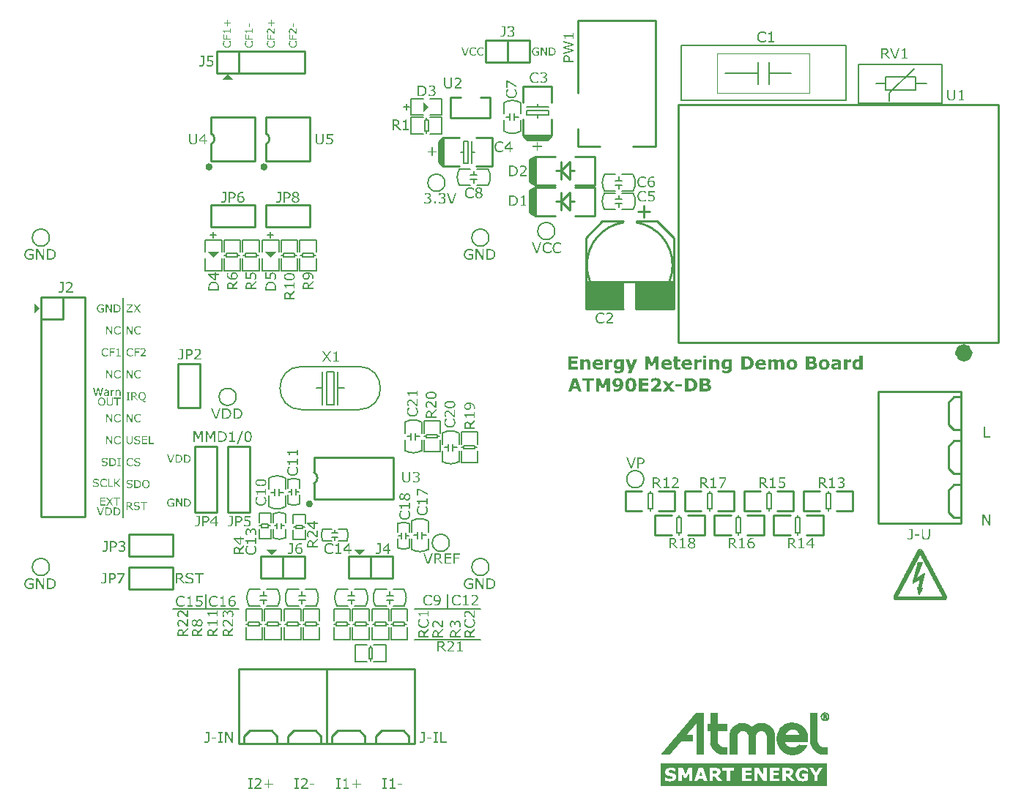
<source format=gto>
%FSLAX25Y25*%
%MOIN*%
G70*
G01*
G75*
%ADD10R,0.04725X0.13779*%
%ADD11R,0.04725X0.13779*%
%ADD12R,0.06000X0.10000*%
%ADD13R,0.03500X0.03000*%
%ADD14R,0.05500X0.04000*%
%ADD15R,0.04000X0.05500*%
%ADD16R,0.06000X0.06000*%
%ADD17R,0.02756X0.05315*%
%ADD18R,0.02756X0.07087*%
G04:AMPARAMS|DCode=19|XSize=74.8mil|YSize=129.92mil|CornerRadius=0mil|HoleSize=0mil|Usage=FLASHONLY|Rotation=0.000|XOffset=0mil|YOffset=0mil|HoleType=Round|Shape=Octagon|*
%AMOCTAGOND19*
4,1,8,-0.01870,0.06496,0.01870,0.06496,0.03740,0.04626,0.03740,-0.04626,0.01870,-0.06496,-0.01870,-0.06496,-0.03740,-0.04626,-0.03740,0.04626,-0.01870,0.06496,0.0*
%
%ADD19OCTAGOND19*%

%ADD20R,0.01496X0.07874*%
%ADD21R,0.01496X0.07874*%
%ADD22O,0.06000X0.11024*%
%ADD23R,0.06000X0.11024*%
%ADD24R,0.17716X0.07874*%
%ADD25R,0.03000X0.03500*%
%ADD26R,0.10000X0.06000*%
%ADD27R,0.07500X0.10000*%
%ADD28C,0.04000*%
%ADD29C,0.01200*%
%ADD30C,0.02500*%
%ADD31C,0.02000*%
%ADD32C,0.01500*%
%ADD33C,0.05000*%
%ADD34C,0.03000*%
%ADD35C,0.08000*%
%ADD36C,0.05906*%
%ADD37R,0.05906X0.05906*%
%ADD38R,0.10236X0.10236*%
%ADD39C,0.10236*%
%ADD40R,0.05906X0.05906*%
%ADD41O,0.07874X0.15748*%
%ADD42O,0.15748X0.07874*%
%ADD43O,0.16535X0.07874*%
%ADD44C,0.06000*%
%ADD45R,0.05906X0.05906*%
%ADD46R,0.09449X0.09449*%
%ADD47C,0.09449*%
%ADD48C,0.06500*%
%ADD49C,0.02000*%
%ADD50R,0.05000X0.06000*%
%ADD51C,0.00100*%
%ADD52C,0.01000*%
%ADD53C,0.00800*%
%ADD54C,0.01600*%
%ADD55C,0.00787*%
%ADD56C,0.00600*%
%ADD57R,0.00400X0.05000*%
%ADD58R,0.05000X0.00400*%
G36*
X103979Y-263131D02*
X104083Y-263138D01*
X104194Y-263146D01*
X104327Y-263160D01*
X104467Y-263190D01*
X104608Y-263220D01*
X104615D01*
X104623Y-263227D01*
X104645D01*
X104675Y-263234D01*
X104756Y-263264D01*
X104860Y-263294D01*
X104985Y-263338D01*
X105133Y-263397D01*
X105296Y-263464D01*
X105466Y-263545D01*
Y-264300D01*
X105415D01*
X105407Y-264293D01*
X105400Y-264285D01*
X105378Y-264270D01*
X105348Y-264248D01*
X105267Y-264189D01*
X105170Y-264115D01*
X105052Y-264041D01*
X104919Y-263960D01*
X104778Y-263886D01*
X104630Y-263826D01*
X104623D01*
X104615Y-263819D01*
X104593Y-263812D01*
X104564Y-263804D01*
X104482Y-263775D01*
X104379Y-263745D01*
X104253Y-263723D01*
X104112Y-263693D01*
X103957Y-263678D01*
X103794Y-263671D01*
X103735D01*
X103661Y-263678D01*
X103579Y-263686D01*
X103476Y-263701D01*
X103365Y-263723D01*
X103254Y-263752D01*
X103143Y-263789D01*
X103128Y-263797D01*
X103091Y-263812D01*
X103039Y-263841D01*
X102973Y-263878D01*
X102891Y-263930D01*
X102802Y-263997D01*
X102714Y-264071D01*
X102625Y-264159D01*
X102617Y-264167D01*
X102588Y-264204D01*
X102551Y-264256D01*
X102499Y-264322D01*
X102440Y-264411D01*
X102388Y-264515D01*
X102329Y-264633D01*
X102277Y-264766D01*
Y-264774D01*
X102270Y-264781D01*
Y-264803D01*
X102262Y-264833D01*
X102240Y-264907D01*
X102218Y-265010D01*
X102196Y-265136D01*
X102181Y-265284D01*
X102166Y-265440D01*
X102159Y-265617D01*
Y-265625D01*
Y-265639D01*
Y-265669D01*
Y-265699D01*
X102166Y-265743D01*
Y-265795D01*
X102173Y-265913D01*
X102188Y-266054D01*
X102218Y-266194D01*
X102247Y-266350D01*
X102292Y-266490D01*
Y-266498D01*
X102299Y-266505D01*
X102314Y-266550D01*
X102344Y-266616D01*
X102388Y-266698D01*
X102440Y-266794D01*
X102499Y-266890D01*
X102566Y-266986D01*
X102647Y-267075D01*
X102654Y-267082D01*
X102684Y-267112D01*
X102736Y-267156D01*
X102795Y-267208D01*
X102869Y-267267D01*
X102958Y-267327D01*
X103061Y-267386D01*
X103165Y-267430D01*
X103180Y-267438D01*
X103217Y-267445D01*
X103276Y-267467D01*
X103357Y-267482D01*
X103454Y-267504D01*
X103565Y-267526D01*
X103676Y-267534D01*
X103801Y-267541D01*
X103883D01*
X103920Y-267534D01*
X103964D01*
X104083Y-267519D01*
X104216Y-267504D01*
X104356Y-267475D01*
X104512Y-267438D01*
X104660Y-267386D01*
X104667D01*
X104675Y-267378D01*
X104697Y-267371D01*
X104726Y-267356D01*
X104808Y-267319D01*
X104904Y-267267D01*
X105022Y-267201D01*
X105148Y-267119D01*
X105281Y-267023D01*
X105415Y-266912D01*
X105466D01*
Y-267660D01*
X105459D01*
X105437Y-267674D01*
X105400Y-267689D01*
X105363Y-267704D01*
X105252Y-267756D01*
X105141Y-267808D01*
X105133D01*
X105119Y-267822D01*
X105082Y-267830D01*
X105045Y-267852D01*
X104985Y-267874D01*
X104926Y-267896D01*
X104852Y-267919D01*
X104771Y-267948D01*
X104763D01*
X104734Y-267956D01*
X104697Y-267963D01*
X104645Y-267978D01*
X104578Y-267993D01*
X104504Y-268007D01*
X104342Y-268044D01*
X104334D01*
X104305Y-268052D01*
X104253Y-268059D01*
X104194Y-268067D01*
X104120Y-268074D01*
X104031Y-268081D01*
X103942Y-268089D01*
X103750D01*
X103705Y-268081D01*
X103653D01*
X103528Y-268074D01*
X103380Y-268052D01*
X103224Y-268030D01*
X103054Y-267993D01*
X102891Y-267948D01*
X102884D01*
X102869Y-267941D01*
X102847Y-267933D01*
X102817Y-267919D01*
X102743Y-267882D01*
X102640Y-267837D01*
X102529Y-267771D01*
X102403Y-267689D01*
X102277Y-267600D01*
X102151Y-267489D01*
X102136Y-267475D01*
X102099Y-267430D01*
X102048Y-267364D01*
X101974Y-267275D01*
X101900Y-267164D01*
X101818Y-267031D01*
X101737Y-266883D01*
X101670Y-266712D01*
Y-266705D01*
X101663Y-266690D01*
X101655Y-266668D01*
X101641Y-266631D01*
X101633Y-266587D01*
X101618Y-266527D01*
X101604Y-266468D01*
X101589Y-266394D01*
X101552Y-266239D01*
X101530Y-266054D01*
X101507Y-265839D01*
X101500Y-265617D01*
Y-265610D01*
Y-265588D01*
Y-265558D01*
Y-265514D01*
X101507Y-265462D01*
Y-265403D01*
X101515Y-265336D01*
X101522Y-265262D01*
X101537Y-265099D01*
X101567Y-264922D01*
X101611Y-264737D01*
X101663Y-264559D01*
Y-264552D01*
X101670Y-264537D01*
X101678Y-264515D01*
X101692Y-264478D01*
X101737Y-264396D01*
X101789Y-264285D01*
X101855Y-264159D01*
X101937Y-264026D01*
X102033Y-263893D01*
X102144Y-263767D01*
X102159Y-263752D01*
X102196Y-263715D01*
X102262Y-263664D01*
X102351Y-263590D01*
X102455Y-263516D01*
X102580Y-263434D01*
X102721Y-263360D01*
X102876Y-263294D01*
X102884D01*
X102899Y-263286D01*
X102921Y-263279D01*
X102950Y-263264D01*
X102995Y-263257D01*
X103039Y-263242D01*
X103158Y-263205D01*
X103306Y-263175D01*
X103468Y-263153D01*
X103646Y-263131D01*
X103838Y-263123D01*
X103905D01*
X103979Y-263131D01*
D02*
G37*
G36*
X68773Y-220348D02*
X68862Y-220354D01*
X68967Y-220359D01*
X69084Y-220376D01*
X69206Y-220392D01*
X69328Y-220420D01*
X69334D01*
X69345Y-220426D01*
X69361D01*
X69384Y-220431D01*
X69439Y-220448D01*
X69517Y-220470D01*
X69605Y-220492D01*
X69700Y-220526D01*
X69794Y-220559D01*
X69889Y-220598D01*
Y-221158D01*
X69850D01*
X69839Y-221153D01*
X69811Y-221131D01*
X69766Y-221097D01*
X69705Y-221059D01*
X69633Y-221014D01*
X69539Y-220964D01*
X69433Y-220914D01*
X69311Y-220870D01*
X69306D01*
X69295Y-220864D01*
X69278Y-220859D01*
X69256Y-220853D01*
X69223Y-220842D01*
X69189Y-220831D01*
X69100Y-220809D01*
X69001Y-220792D01*
X68884Y-220770D01*
X68756Y-220759D01*
X68629Y-220753D01*
X68568D01*
X68534Y-220759D01*
X68496D01*
X68407Y-220776D01*
X68312Y-220792D01*
X68207Y-220820D01*
X68107Y-220859D01*
X68013Y-220914D01*
X68002Y-220920D01*
X67979Y-220942D01*
X67940Y-220981D01*
X67902Y-221025D01*
X67857Y-221086D01*
X67818Y-221153D01*
X67796Y-221236D01*
X67785Y-221325D01*
Y-221336D01*
Y-221364D01*
X67791Y-221403D01*
X67802Y-221453D01*
X67813Y-221514D01*
X67830Y-221569D01*
X67857Y-221630D01*
X67896Y-221680D01*
X67902Y-221686D01*
X67918Y-221702D01*
X67946Y-221725D01*
X67990Y-221752D01*
X68046Y-221786D01*
X68118Y-221813D01*
X68207Y-221847D01*
X68307Y-221874D01*
X68312D01*
X68335Y-221880D01*
X68368Y-221885D01*
X68418Y-221897D01*
X68479Y-221908D01*
X68551Y-221924D01*
X68640Y-221941D01*
X68740Y-221958D01*
X68751D01*
X68767Y-221963D01*
X68790Y-221969D01*
X68840Y-221974D01*
X68912Y-221991D01*
X68984Y-222002D01*
X69067Y-222019D01*
X69150Y-222041D01*
X69228Y-222058D01*
X69234D01*
X69245Y-222063D01*
X69267Y-222069D01*
X69295Y-222080D01*
X69328Y-222091D01*
X69367Y-222102D01*
X69456Y-222135D01*
X69550Y-222180D01*
X69650Y-222235D01*
X69744Y-222302D01*
X69828Y-222379D01*
X69839Y-222391D01*
X69861Y-222418D01*
X69894Y-222468D01*
X69933Y-222535D01*
X69966Y-222618D01*
X69999Y-222724D01*
X70022Y-222840D01*
X70033Y-222979D01*
Y-222990D01*
Y-223012D01*
X70027Y-223057D01*
X70022Y-223112D01*
X70011Y-223173D01*
X69989Y-223245D01*
X69966Y-223317D01*
X69933Y-223395D01*
X69927Y-223406D01*
X69916Y-223428D01*
X69894Y-223467D01*
X69861Y-223517D01*
X69822Y-223567D01*
X69778Y-223628D01*
X69722Y-223684D01*
X69661Y-223739D01*
X69650Y-223745D01*
X69628Y-223767D01*
X69589Y-223795D01*
X69533Y-223828D01*
X69467Y-223867D01*
X69389Y-223906D01*
X69306Y-223944D01*
X69212Y-223983D01*
X69206D01*
X69200Y-223989D01*
X69167Y-223994D01*
X69112Y-224011D01*
X69039Y-224022D01*
X68951Y-224039D01*
X68845Y-224056D01*
X68723Y-224061D01*
X68595Y-224067D01*
X68496D01*
X68457Y-224061D01*
X68362Y-224056D01*
X68257Y-224050D01*
X68135Y-224033D01*
X68018Y-224017D01*
X67896Y-223994D01*
X67891D01*
X67885Y-223989D01*
X67863D01*
X67841Y-223983D01*
X67779Y-223967D01*
X67702Y-223939D01*
X67607Y-223911D01*
X67502Y-223872D01*
X67386Y-223833D01*
X67269Y-223784D01*
Y-223184D01*
X67308D01*
X67313Y-223195D01*
X67330Y-223206D01*
X67352Y-223223D01*
X67408Y-223262D01*
X67485Y-223312D01*
X67574Y-223367D01*
X67680Y-223428D01*
X67802Y-223484D01*
X67929Y-223534D01*
X67935D01*
X67946Y-223539D01*
X67963Y-223545D01*
X67990Y-223551D01*
X68024Y-223562D01*
X68057Y-223573D01*
X68146Y-223595D01*
X68251Y-223617D01*
X68362Y-223639D01*
X68479Y-223650D01*
X68601Y-223656D01*
X68645D01*
X68673Y-223650D01*
X68712D01*
X68756Y-223645D01*
X68856Y-223634D01*
X68962Y-223617D01*
X69078Y-223584D01*
X69189Y-223545D01*
X69289Y-223489D01*
X69295D01*
X69300Y-223484D01*
X69328Y-223456D01*
X69367Y-223423D01*
X69417Y-223373D01*
X69461Y-223306D01*
X69500Y-223234D01*
X69528Y-223145D01*
X69539Y-223095D01*
Y-223045D01*
Y-223040D01*
Y-223034D01*
Y-223007D01*
X69533Y-222962D01*
X69522Y-222912D01*
X69511Y-222857D01*
X69489Y-222796D01*
X69456Y-222740D01*
X69417Y-222696D01*
X69411Y-222690D01*
X69395Y-222679D01*
X69367Y-222657D01*
X69328Y-222629D01*
X69278Y-222601D01*
X69217Y-222574D01*
X69145Y-222546D01*
X69062Y-222518D01*
X69056D01*
X69028Y-222507D01*
X68995Y-222501D01*
X68945Y-222490D01*
X68889Y-222479D01*
X68823Y-222463D01*
X68751Y-222451D01*
X68673Y-222441D01*
X68662D01*
X68634Y-222435D01*
X68595Y-222429D01*
X68540Y-222418D01*
X68473Y-222407D01*
X68396Y-222391D01*
X68312Y-222374D01*
X68224Y-222357D01*
X68218D01*
X68201Y-222352D01*
X68179Y-222346D01*
X68146Y-222335D01*
X68107Y-222324D01*
X68063Y-222313D01*
X67957Y-222274D01*
X67841Y-222230D01*
X67724Y-222168D01*
X67613Y-222096D01*
X67563Y-222058D01*
X67519Y-222013D01*
Y-222007D01*
X67508Y-222002D01*
X67485Y-221969D01*
X67447Y-221913D01*
X67408Y-221841D01*
X67363Y-221752D01*
X67325Y-221641D01*
X67302Y-221514D01*
X67291Y-221375D01*
Y-221369D01*
Y-221353D01*
Y-221330D01*
X67297Y-221297D01*
X67302Y-221258D01*
X67313Y-221214D01*
X67341Y-221108D01*
X67386Y-220992D01*
X67413Y-220931D01*
X67452Y-220870D01*
X67497Y-220809D01*
X67546Y-220748D01*
X67602Y-220687D01*
X67669Y-220631D01*
X67674Y-220626D01*
X67685Y-220620D01*
X67707Y-220603D01*
X67735Y-220587D01*
X67774Y-220565D01*
X67818Y-220542D01*
X67874Y-220515D01*
X67935Y-220487D01*
X68002Y-220459D01*
X68074Y-220431D01*
X68151Y-220409D01*
X68240Y-220387D01*
X68329Y-220370D01*
X68423Y-220354D01*
X68529Y-220348D01*
X68634Y-220342D01*
X68734D01*
X68773Y-220348D01*
D02*
G37*
G36*
X112896Y-263131D02*
X113000Y-263146D01*
X113022D01*
X113051Y-263153D01*
X113081Y-263160D01*
X113170Y-263175D01*
X113266Y-263197D01*
Y-263812D01*
X113222D01*
X113214Y-263804D01*
X113192Y-263797D01*
X113162Y-263782D01*
X113125Y-263767D01*
X113074Y-263752D01*
X113022Y-263738D01*
X112955Y-263723D01*
X112948D01*
X112926Y-263715D01*
X112889Y-263708D01*
X112844Y-263701D01*
X112785Y-263693D01*
X112726Y-263686D01*
X112585Y-263678D01*
X112519D01*
X112474Y-263686D01*
X112415Y-263693D01*
X112348Y-263701D01*
X112274Y-263715D01*
X112193Y-263730D01*
X112015Y-263782D01*
X111919Y-263819D01*
X111830Y-263863D01*
X111742Y-263915D01*
X111653Y-263967D01*
X111564Y-264041D01*
X111483Y-264115D01*
X111475Y-264122D01*
X111468Y-264137D01*
X111446Y-264159D01*
X111416Y-264196D01*
X111386Y-264233D01*
X111349Y-264293D01*
X111312Y-264352D01*
X111268Y-264418D01*
X111231Y-264500D01*
X111187Y-264589D01*
X111150Y-264685D01*
X111113Y-264788D01*
X111076Y-264899D01*
X111046Y-265018D01*
X111024Y-265151D01*
X111009Y-265284D01*
X111024Y-265277D01*
X111053Y-265255D01*
X111105Y-265225D01*
X111172Y-265188D01*
X111253Y-265151D01*
X111342Y-265107D01*
X111438Y-265070D01*
X111534Y-265033D01*
X111549Y-265025D01*
X111579Y-265018D01*
X111638Y-265003D01*
X111712Y-264988D01*
X111801Y-264973D01*
X111904Y-264959D01*
X112015Y-264944D01*
X112252D01*
X112326Y-264951D01*
X112408Y-264959D01*
X112504Y-264966D01*
X112593Y-264981D01*
X112681Y-265003D01*
X112689D01*
X112726Y-265018D01*
X112770Y-265033D01*
X112829Y-265055D01*
X112903Y-265084D01*
X112985Y-265121D01*
X113074Y-265173D01*
X113162Y-265232D01*
X113177Y-265240D01*
X113207Y-265269D01*
X113259Y-265306D01*
X113318Y-265366D01*
X113392Y-265440D01*
X113458Y-265521D01*
X113525Y-265617D01*
X113584Y-265728D01*
X113592Y-265743D01*
X113606Y-265780D01*
X113629Y-265847D01*
X113658Y-265928D01*
X113688Y-266032D01*
X113710Y-266157D01*
X113725Y-266298D01*
X113732Y-266453D01*
Y-266461D01*
Y-266483D01*
Y-266520D01*
X113725Y-266572D01*
X113717Y-266638D01*
X113710Y-266705D01*
X113695Y-266786D01*
X113673Y-266875D01*
X113614Y-267060D01*
X113577Y-267156D01*
X113532Y-267260D01*
X113473Y-267356D01*
X113407Y-267452D01*
X113333Y-267549D01*
X113251Y-267637D01*
X113244Y-267645D01*
X113229Y-267660D01*
X113199Y-267682D01*
X113162Y-267711D01*
X113118Y-267741D01*
X113059Y-267785D01*
X113000Y-267822D01*
X112926Y-267867D01*
X112844Y-267911D01*
X112748Y-267948D01*
X112652Y-267993D01*
X112548Y-268022D01*
X112437Y-268052D01*
X112319Y-268074D01*
X112193Y-268089D01*
X112067Y-268096D01*
X112008D01*
X111941Y-268089D01*
X111853Y-268081D01*
X111756Y-268074D01*
X111645Y-268052D01*
X111534Y-268030D01*
X111423Y-267993D01*
X111409Y-267985D01*
X111372Y-267970D01*
X111320Y-267948D01*
X111253Y-267911D01*
X111172Y-267867D01*
X111083Y-267808D01*
X111002Y-267741D01*
X110913Y-267667D01*
X110898Y-267652D01*
X110868Y-267615D01*
X110817Y-267556D01*
X110757Y-267482D01*
X110691Y-267378D01*
X110617Y-267260D01*
X110550Y-267119D01*
X110491Y-266964D01*
Y-266957D01*
X110484Y-266942D01*
X110476Y-266920D01*
X110469Y-266883D01*
X110454Y-266838D01*
X110447Y-266794D01*
X110432Y-266735D01*
X110417Y-266661D01*
X110387Y-266505D01*
X110365Y-266328D01*
X110350Y-266120D01*
X110343Y-265898D01*
Y-265891D01*
Y-265869D01*
Y-265839D01*
Y-265787D01*
X110350Y-265736D01*
Y-265669D01*
X110358Y-265595D01*
Y-265521D01*
X110373Y-265343D01*
X110402Y-265158D01*
X110432Y-264959D01*
X110476Y-264774D01*
Y-264766D01*
X110484Y-264751D01*
X110491Y-264722D01*
X110498Y-264692D01*
X110513Y-264648D01*
X110535Y-264596D01*
X110580Y-264478D01*
X110639Y-264344D01*
X110720Y-264196D01*
X110809Y-264048D01*
X110913Y-263900D01*
Y-263893D01*
X110928Y-263886D01*
X110965Y-263841D01*
X111024Y-263775D01*
X111113Y-263693D01*
X111216Y-263604D01*
X111335Y-263508D01*
X111483Y-263412D01*
X111638Y-263331D01*
X111645D01*
X111660Y-263323D01*
X111682Y-263308D01*
X111719Y-263301D01*
X111764Y-263279D01*
X111816Y-263264D01*
X111875Y-263249D01*
X111941Y-263227D01*
X112089Y-263190D01*
X112267Y-263153D01*
X112467Y-263131D01*
X112681Y-263123D01*
X112792D01*
X112896Y-263131D01*
D02*
G37*
G36*
X201000Y-221387D02*
X200512D01*
Y-220388D01*
X197300D01*
Y-221387D01*
X196863D01*
Y-221379D01*
Y-221350D01*
Y-221313D01*
X196856Y-221261D01*
Y-221194D01*
X196849Y-221120D01*
X196834Y-220957D01*
Y-220950D01*
X196826Y-220920D01*
X196819Y-220876D01*
X196804Y-220824D01*
X196775Y-220706D01*
X196760Y-220654D01*
X196738Y-220602D01*
X196730Y-220595D01*
X196723Y-220580D01*
X196708Y-220550D01*
X196678Y-220521D01*
X196619Y-220439D01*
X196538Y-220373D01*
X196530Y-220365D01*
X196516Y-220358D01*
X196486Y-220343D01*
X196449Y-220328D01*
X196397Y-220306D01*
X196338Y-220291D01*
X196271Y-220277D01*
X196197Y-220269D01*
Y-219773D01*
X200512D01*
Y-218797D01*
X201000D01*
Y-221387D01*
D02*
G37*
G36*
X200660Y-222541D02*
X200674Y-222563D01*
X200689Y-222600D01*
X200704Y-222637D01*
X200756Y-222748D01*
X200808Y-222859D01*
Y-222867D01*
X200822Y-222881D01*
X200830Y-222918D01*
X200852Y-222955D01*
X200874Y-223015D01*
X200896Y-223074D01*
X200919Y-223148D01*
X200948Y-223229D01*
Y-223237D01*
X200956Y-223266D01*
X200963Y-223303D01*
X200978Y-223355D01*
X200993Y-223422D01*
X201007Y-223496D01*
X201044Y-223658D01*
Y-223666D01*
X201052Y-223695D01*
X201059Y-223747D01*
X201067Y-223806D01*
X201074Y-223880D01*
X201081Y-223969D01*
X201089Y-224058D01*
Y-224162D01*
Y-224169D01*
Y-224184D01*
Y-224213D01*
Y-224250D01*
X201081Y-224295D01*
Y-224347D01*
X201074Y-224472D01*
X201052Y-224620D01*
X201030Y-224776D01*
X200993Y-224946D01*
X200948Y-225109D01*
Y-225116D01*
X200941Y-225131D01*
X200933Y-225153D01*
X200919Y-225183D01*
X200882Y-225257D01*
X200837Y-225360D01*
X200771Y-225471D01*
X200689Y-225597D01*
X200600Y-225723D01*
X200489Y-225849D01*
X200475Y-225864D01*
X200430Y-225901D01*
X200364Y-225952D01*
X200275Y-226026D01*
X200164Y-226100D01*
X200031Y-226182D01*
X199883Y-226263D01*
X199712Y-226330D01*
X199705D01*
X199690Y-226337D01*
X199668Y-226345D01*
X199631Y-226359D01*
X199587Y-226367D01*
X199527Y-226382D01*
X199468Y-226396D01*
X199394Y-226411D01*
X199239Y-226448D01*
X199054Y-226470D01*
X198839Y-226493D01*
X198617Y-226500D01*
X198514D01*
X198462Y-226493D01*
X198403D01*
X198336Y-226485D01*
X198262Y-226478D01*
X198099Y-226463D01*
X197922Y-226433D01*
X197737Y-226389D01*
X197559Y-226337D01*
X197552D01*
X197537Y-226330D01*
X197515Y-226322D01*
X197478Y-226308D01*
X197396Y-226263D01*
X197285Y-226211D01*
X197159Y-226145D01*
X197026Y-226063D01*
X196893Y-225967D01*
X196767Y-225856D01*
X196752Y-225841D01*
X196715Y-225804D01*
X196664Y-225738D01*
X196590Y-225649D01*
X196516Y-225545D01*
X196434Y-225420D01*
X196360Y-225279D01*
X196294Y-225124D01*
Y-225116D01*
X196286Y-225101D01*
X196279Y-225079D01*
X196264Y-225050D01*
X196257Y-225005D01*
X196242Y-224961D01*
X196205Y-224842D01*
X196175Y-224694D01*
X196153Y-224532D01*
X196131Y-224354D01*
X196123Y-224162D01*
Y-224154D01*
Y-224147D01*
Y-224125D01*
Y-224095D01*
X196131Y-224021D01*
X196138Y-223917D01*
X196146Y-223806D01*
X196160Y-223673D01*
X196190Y-223533D01*
X196220Y-223392D01*
Y-223385D01*
X196227Y-223377D01*
Y-223355D01*
X196234Y-223325D01*
X196264Y-223244D01*
X196294Y-223140D01*
X196338Y-223015D01*
X196397Y-222867D01*
X196464Y-222704D01*
X196545Y-222534D01*
X197300D01*
Y-222585D01*
X197293Y-222593D01*
X197285Y-222600D01*
X197270Y-222622D01*
X197248Y-222652D01*
X197189Y-222733D01*
X197115Y-222830D01*
X197041Y-222948D01*
X196960Y-223081D01*
X196886Y-223222D01*
X196826Y-223370D01*
Y-223377D01*
X196819Y-223385D01*
X196812Y-223407D01*
X196804Y-223436D01*
X196775Y-223518D01*
X196745Y-223621D01*
X196723Y-223747D01*
X196693Y-223888D01*
X196678Y-224043D01*
X196671Y-224206D01*
Y-224213D01*
Y-224221D01*
Y-224265D01*
X196678Y-224339D01*
X196686Y-224421D01*
X196701Y-224524D01*
X196723Y-224635D01*
X196752Y-224746D01*
X196789Y-224857D01*
X196797Y-224872D01*
X196812Y-224909D01*
X196841Y-224961D01*
X196878Y-225027D01*
X196930Y-225109D01*
X196997Y-225198D01*
X197071Y-225286D01*
X197159Y-225375D01*
X197167Y-225383D01*
X197204Y-225412D01*
X197256Y-225449D01*
X197322Y-225501D01*
X197411Y-225560D01*
X197515Y-225612D01*
X197633Y-225671D01*
X197766Y-225723D01*
X197774D01*
X197781Y-225730D01*
X197803D01*
X197833Y-225738D01*
X197907Y-225760D01*
X198010Y-225782D01*
X198136Y-225804D01*
X198284Y-225819D01*
X198440Y-225834D01*
X198617Y-225841D01*
X198699D01*
X198743Y-225834D01*
X198795D01*
X198913Y-225827D01*
X199054Y-225812D01*
X199194Y-225782D01*
X199350Y-225753D01*
X199490Y-225708D01*
X199498D01*
X199505Y-225701D01*
X199550Y-225686D01*
X199616Y-225656D01*
X199698Y-225612D01*
X199794Y-225560D01*
X199890Y-225501D01*
X199986Y-225434D01*
X200075Y-225353D01*
X200082Y-225346D01*
X200112Y-225316D01*
X200156Y-225264D01*
X200208Y-225205D01*
X200267Y-225131D01*
X200327Y-225042D01*
X200386Y-224939D01*
X200430Y-224835D01*
X200438Y-224820D01*
X200445Y-224783D01*
X200467Y-224724D01*
X200482Y-224643D01*
X200504Y-224546D01*
X200526Y-224435D01*
X200534Y-224324D01*
X200541Y-224199D01*
Y-224191D01*
Y-224176D01*
Y-224154D01*
Y-224117D01*
X200534Y-224080D01*
Y-224036D01*
X200519Y-223917D01*
X200504Y-223784D01*
X200475Y-223644D01*
X200438Y-223488D01*
X200386Y-223340D01*
Y-223333D01*
X200378Y-223325D01*
X200371Y-223303D01*
X200356Y-223274D01*
X200319Y-223192D01*
X200267Y-223096D01*
X200201Y-222978D01*
X200119Y-222852D01*
X200023Y-222719D01*
X199912Y-222585D01*
Y-222534D01*
X200660D01*
Y-222541D01*
D02*
G37*
G36*
X108227Y-267512D02*
X109203D01*
Y-268000D01*
X106613D01*
Y-267512D01*
X107612D01*
Y-264300D01*
X106613D01*
Y-263863D01*
X106687D01*
X106739Y-263856D01*
X106806D01*
X106880Y-263849D01*
X107043Y-263834D01*
X107050D01*
X107080Y-263826D01*
X107124Y-263819D01*
X107176Y-263804D01*
X107294Y-263775D01*
X107346Y-263760D01*
X107398Y-263738D01*
X107405Y-263730D01*
X107420Y-263723D01*
X107450Y-263708D01*
X107479Y-263678D01*
X107561Y-263619D01*
X107627Y-263538D01*
X107635Y-263530D01*
X107642Y-263516D01*
X107657Y-263486D01*
X107672Y-263449D01*
X107694Y-263397D01*
X107709Y-263338D01*
X107723Y-263271D01*
X107731Y-263197D01*
X108227D01*
Y-267512D01*
D02*
G37*
G36*
X156479Y-239131D02*
X156583Y-239138D01*
X156694Y-239146D01*
X156827Y-239160D01*
X156967Y-239190D01*
X157108Y-239220D01*
X157115D01*
X157123Y-239227D01*
X157145D01*
X157175Y-239234D01*
X157256Y-239264D01*
X157360Y-239294D01*
X157485Y-239338D01*
X157633Y-239397D01*
X157796Y-239464D01*
X157966Y-239545D01*
Y-240300D01*
X157915D01*
X157907Y-240293D01*
X157900Y-240285D01*
X157878Y-240270D01*
X157848Y-240248D01*
X157767Y-240189D01*
X157670Y-240115D01*
X157552Y-240041D01*
X157419Y-239960D01*
X157278Y-239886D01*
X157130Y-239826D01*
X157123D01*
X157115Y-239819D01*
X157093Y-239812D01*
X157064Y-239804D01*
X156982Y-239775D01*
X156879Y-239745D01*
X156753Y-239723D01*
X156612Y-239693D01*
X156457Y-239678D01*
X156294Y-239671D01*
X156235D01*
X156161Y-239678D01*
X156079Y-239686D01*
X155976Y-239701D01*
X155865Y-239723D01*
X155754Y-239752D01*
X155643Y-239789D01*
X155628Y-239797D01*
X155591Y-239812D01*
X155539Y-239841D01*
X155473Y-239878D01*
X155391Y-239930D01*
X155302Y-239997D01*
X155214Y-240071D01*
X155125Y-240159D01*
X155117Y-240167D01*
X155088Y-240204D01*
X155051Y-240256D01*
X154999Y-240322D01*
X154940Y-240411D01*
X154888Y-240515D01*
X154829Y-240633D01*
X154777Y-240766D01*
Y-240774D01*
X154770Y-240781D01*
Y-240803D01*
X154762Y-240833D01*
X154740Y-240907D01*
X154718Y-241010D01*
X154696Y-241136D01*
X154681Y-241284D01*
X154666Y-241440D01*
X154659Y-241617D01*
Y-241625D01*
Y-241639D01*
Y-241669D01*
Y-241699D01*
X154666Y-241743D01*
Y-241795D01*
X154673Y-241913D01*
X154688Y-242054D01*
X154718Y-242194D01*
X154747Y-242350D01*
X154792Y-242490D01*
Y-242498D01*
X154799Y-242505D01*
X154814Y-242550D01*
X154844Y-242616D01*
X154888Y-242698D01*
X154940Y-242794D01*
X154999Y-242890D01*
X155066Y-242986D01*
X155147Y-243075D01*
X155154Y-243082D01*
X155184Y-243112D01*
X155236Y-243156D01*
X155295Y-243208D01*
X155369Y-243267D01*
X155458Y-243327D01*
X155561Y-243386D01*
X155665Y-243430D01*
X155680Y-243438D01*
X155717Y-243445D01*
X155776Y-243467D01*
X155857Y-243482D01*
X155954Y-243504D01*
X156065Y-243526D01*
X156176Y-243534D01*
X156301Y-243541D01*
X156383D01*
X156420Y-243534D01*
X156464D01*
X156583Y-243519D01*
X156716Y-243504D01*
X156856Y-243475D01*
X157012Y-243438D01*
X157160Y-243386D01*
X157167D01*
X157175Y-243378D01*
X157197Y-243371D01*
X157226Y-243356D01*
X157308Y-243319D01*
X157404Y-243267D01*
X157522Y-243201D01*
X157648Y-243119D01*
X157781Y-243023D01*
X157915Y-242912D01*
X157966D01*
Y-243660D01*
X157959D01*
X157937Y-243674D01*
X157900Y-243689D01*
X157863Y-243704D01*
X157752Y-243756D01*
X157641Y-243808D01*
X157633D01*
X157619Y-243822D01*
X157582Y-243830D01*
X157545Y-243852D01*
X157485Y-243874D01*
X157426Y-243896D01*
X157352Y-243919D01*
X157271Y-243948D01*
X157263D01*
X157234Y-243956D01*
X157197Y-243963D01*
X157145Y-243978D01*
X157078Y-243993D01*
X157004Y-244007D01*
X156842Y-244044D01*
X156834D01*
X156805Y-244052D01*
X156753Y-244059D01*
X156694Y-244067D01*
X156620Y-244074D01*
X156531Y-244081D01*
X156442Y-244089D01*
X156250D01*
X156205Y-244081D01*
X156153D01*
X156028Y-244074D01*
X155880Y-244052D01*
X155724Y-244030D01*
X155554Y-243993D01*
X155391Y-243948D01*
X155384D01*
X155369Y-243941D01*
X155347Y-243933D01*
X155317Y-243919D01*
X155243Y-243882D01*
X155140Y-243837D01*
X155029Y-243771D01*
X154903Y-243689D01*
X154777Y-243600D01*
X154651Y-243489D01*
X154636Y-243475D01*
X154599Y-243430D01*
X154548Y-243364D01*
X154474Y-243275D01*
X154400Y-243164D01*
X154318Y-243031D01*
X154237Y-242883D01*
X154170Y-242712D01*
Y-242705D01*
X154163Y-242690D01*
X154155Y-242668D01*
X154141Y-242631D01*
X154133Y-242587D01*
X154118Y-242527D01*
X154104Y-242468D01*
X154089Y-242394D01*
X154052Y-242239D01*
X154030Y-242054D01*
X154007Y-241839D01*
X154000Y-241617D01*
Y-241610D01*
Y-241588D01*
Y-241558D01*
Y-241514D01*
X154007Y-241462D01*
Y-241403D01*
X154015Y-241336D01*
X154022Y-241262D01*
X154037Y-241099D01*
X154067Y-240922D01*
X154111Y-240737D01*
X154163Y-240559D01*
Y-240552D01*
X154170Y-240537D01*
X154178Y-240515D01*
X154192Y-240478D01*
X154237Y-240396D01*
X154289Y-240285D01*
X154355Y-240159D01*
X154437Y-240026D01*
X154533Y-239893D01*
X154644Y-239767D01*
X154659Y-239752D01*
X154696Y-239715D01*
X154762Y-239664D01*
X154851Y-239590D01*
X154955Y-239516D01*
X155080Y-239434D01*
X155221Y-239360D01*
X155376Y-239294D01*
X155384D01*
X155399Y-239286D01*
X155421Y-239279D01*
X155450Y-239264D01*
X155495Y-239257D01*
X155539Y-239242D01*
X155658Y-239205D01*
X155806Y-239175D01*
X155968Y-239153D01*
X156146Y-239131D01*
X156338Y-239123D01*
X156405D01*
X156479Y-239131D01*
D02*
G37*
G36*
X382752Y-349620D02*
X307000D01*
Y-339404D01*
X382752D01*
Y-349620D01*
D02*
G37*
G36*
X93227Y-267512D02*
X94203D01*
Y-268000D01*
X91613D01*
Y-267512D01*
X92612D01*
Y-264300D01*
X91613D01*
Y-263863D01*
X91687D01*
X91739Y-263856D01*
X91806D01*
X91880Y-263849D01*
X92043Y-263834D01*
X92050D01*
X92080Y-263826D01*
X92124Y-263819D01*
X92176Y-263804D01*
X92294Y-263775D01*
X92346Y-263760D01*
X92398Y-263738D01*
X92405Y-263730D01*
X92420Y-263723D01*
X92450Y-263708D01*
X92479Y-263678D01*
X92561Y-263619D01*
X92627Y-263538D01*
X92635Y-263530D01*
X92642Y-263516D01*
X92657Y-263486D01*
X92672Y-263449D01*
X92694Y-263397D01*
X92709Y-263338D01*
X92723Y-263271D01*
X92731Y-263197D01*
X93227D01*
Y-267512D01*
D02*
G37*
G36*
X88979Y-263131D02*
X89083Y-263138D01*
X89194Y-263146D01*
X89327Y-263160D01*
X89467Y-263190D01*
X89608Y-263220D01*
X89615D01*
X89623Y-263227D01*
X89645D01*
X89675Y-263234D01*
X89756Y-263264D01*
X89860Y-263294D01*
X89985Y-263338D01*
X90133Y-263397D01*
X90296Y-263464D01*
X90466Y-263545D01*
Y-264300D01*
X90415D01*
X90407Y-264293D01*
X90400Y-264285D01*
X90378Y-264270D01*
X90348Y-264248D01*
X90267Y-264189D01*
X90170Y-264115D01*
X90052Y-264041D01*
X89919Y-263960D01*
X89778Y-263886D01*
X89630Y-263826D01*
X89623D01*
X89615Y-263819D01*
X89593Y-263812D01*
X89564Y-263804D01*
X89482Y-263775D01*
X89379Y-263745D01*
X89253Y-263723D01*
X89112Y-263693D01*
X88957Y-263678D01*
X88794Y-263671D01*
X88735D01*
X88661Y-263678D01*
X88579Y-263686D01*
X88476Y-263701D01*
X88365Y-263723D01*
X88254Y-263752D01*
X88143Y-263789D01*
X88128Y-263797D01*
X88091Y-263812D01*
X88039Y-263841D01*
X87973Y-263878D01*
X87891Y-263930D01*
X87802Y-263997D01*
X87714Y-264071D01*
X87625Y-264159D01*
X87617Y-264167D01*
X87588Y-264204D01*
X87551Y-264256D01*
X87499Y-264322D01*
X87440Y-264411D01*
X87388Y-264515D01*
X87329Y-264633D01*
X87277Y-264766D01*
Y-264774D01*
X87270Y-264781D01*
Y-264803D01*
X87262Y-264833D01*
X87240Y-264907D01*
X87218Y-265010D01*
X87196Y-265136D01*
X87181Y-265284D01*
X87166Y-265440D01*
X87159Y-265617D01*
Y-265625D01*
Y-265639D01*
Y-265669D01*
Y-265699D01*
X87166Y-265743D01*
Y-265795D01*
X87173Y-265913D01*
X87188Y-266054D01*
X87218Y-266194D01*
X87247Y-266350D01*
X87292Y-266490D01*
Y-266498D01*
X87299Y-266505D01*
X87314Y-266550D01*
X87344Y-266616D01*
X87388Y-266698D01*
X87440Y-266794D01*
X87499Y-266890D01*
X87566Y-266986D01*
X87647Y-267075D01*
X87654Y-267082D01*
X87684Y-267112D01*
X87736Y-267156D01*
X87795Y-267208D01*
X87869Y-267267D01*
X87958Y-267327D01*
X88061Y-267386D01*
X88165Y-267430D01*
X88180Y-267438D01*
X88217Y-267445D01*
X88276Y-267467D01*
X88357Y-267482D01*
X88454Y-267504D01*
X88565Y-267526D01*
X88676Y-267534D01*
X88801Y-267541D01*
X88883D01*
X88920Y-267534D01*
X88964D01*
X89083Y-267519D01*
X89216Y-267504D01*
X89356Y-267475D01*
X89512Y-267438D01*
X89660Y-267386D01*
X89667D01*
X89675Y-267378D01*
X89697Y-267371D01*
X89726Y-267356D01*
X89808Y-267319D01*
X89904Y-267267D01*
X90022Y-267201D01*
X90148Y-267119D01*
X90281Y-267023D01*
X90415Y-266912D01*
X90466D01*
Y-267660D01*
X90459D01*
X90437Y-267674D01*
X90400Y-267689D01*
X90363Y-267704D01*
X90252Y-267756D01*
X90141Y-267808D01*
X90133D01*
X90119Y-267822D01*
X90082Y-267830D01*
X90045Y-267852D01*
X89985Y-267874D01*
X89926Y-267896D01*
X89852Y-267919D01*
X89771Y-267948D01*
X89763D01*
X89734Y-267956D01*
X89697Y-267963D01*
X89645Y-267978D01*
X89578Y-267993D01*
X89504Y-268007D01*
X89342Y-268044D01*
X89334D01*
X89305Y-268052D01*
X89253Y-268059D01*
X89194Y-268067D01*
X89120Y-268074D01*
X89031Y-268081D01*
X88942Y-268089D01*
X88750D01*
X88705Y-268081D01*
X88653D01*
X88528Y-268074D01*
X88380Y-268052D01*
X88224Y-268030D01*
X88054Y-267993D01*
X87891Y-267948D01*
X87884D01*
X87869Y-267941D01*
X87847Y-267933D01*
X87817Y-267919D01*
X87743Y-267882D01*
X87640Y-267837D01*
X87529Y-267771D01*
X87403Y-267689D01*
X87277Y-267600D01*
X87151Y-267489D01*
X87136Y-267475D01*
X87099Y-267430D01*
X87048Y-267364D01*
X86974Y-267275D01*
X86900Y-267164D01*
X86818Y-267031D01*
X86737Y-266883D01*
X86670Y-266712D01*
Y-266705D01*
X86663Y-266690D01*
X86655Y-266668D01*
X86641Y-266631D01*
X86633Y-266587D01*
X86618Y-266527D01*
X86604Y-266468D01*
X86589Y-266394D01*
X86552Y-266239D01*
X86530Y-266054D01*
X86507Y-265839D01*
X86500Y-265617D01*
Y-265610D01*
Y-265588D01*
Y-265558D01*
Y-265514D01*
X86507Y-265462D01*
Y-265403D01*
X86515Y-265336D01*
X86522Y-265262D01*
X86537Y-265099D01*
X86567Y-264922D01*
X86611Y-264737D01*
X86663Y-264559D01*
Y-264552D01*
X86670Y-264537D01*
X86678Y-264515D01*
X86692Y-264478D01*
X86737Y-264396D01*
X86789Y-264285D01*
X86855Y-264159D01*
X86937Y-264026D01*
X87033Y-263893D01*
X87144Y-263767D01*
X87159Y-263752D01*
X87196Y-263715D01*
X87262Y-263664D01*
X87351Y-263590D01*
X87455Y-263516D01*
X87580Y-263434D01*
X87721Y-263360D01*
X87876Y-263294D01*
X87884D01*
X87899Y-263286D01*
X87921Y-263279D01*
X87950Y-263264D01*
X87995Y-263257D01*
X88039Y-263242D01*
X88158Y-263205D01*
X88306Y-263175D01*
X88468Y-263153D01*
X88646Y-263131D01*
X88838Y-263123D01*
X88905D01*
X88979Y-263131D01*
D02*
G37*
G36*
X98592Y-263782D02*
X96327D01*
Y-265055D01*
X96349D01*
X96379Y-265047D01*
X96409D01*
X96497Y-265040D01*
X96601Y-265033D01*
X96653D01*
X96690Y-265025D01*
X97001D01*
X97089Y-265033D01*
X97193Y-265040D01*
X97304Y-265055D01*
X97422Y-265070D01*
X97533Y-265092D01*
X97548D01*
X97585Y-265107D01*
X97637Y-265121D01*
X97711Y-265144D01*
X97792Y-265181D01*
X97889Y-265218D01*
X97977Y-265269D01*
X98074Y-265329D01*
X98088Y-265336D01*
X98118Y-265358D01*
X98162Y-265403D01*
X98222Y-265454D01*
X98288Y-265521D01*
X98355Y-265595D01*
X98414Y-265684D01*
X98473Y-265787D01*
X98481Y-265802D01*
X98495Y-265839D01*
X98518Y-265898D01*
X98547Y-265980D01*
X98577Y-266076D01*
X98599Y-266194D01*
X98614Y-266335D01*
X98621Y-266483D01*
Y-266498D01*
Y-266542D01*
X98614Y-266601D01*
X98606Y-266690D01*
X98592Y-266786D01*
X98569Y-266890D01*
X98540Y-267008D01*
X98495Y-267119D01*
X98488Y-267134D01*
X98473Y-267171D01*
X98444Y-267223D01*
X98407Y-267297D01*
X98362Y-267378D01*
X98303Y-267467D01*
X98236Y-267556D01*
X98162Y-267637D01*
X98155Y-267645D01*
X98125Y-267674D01*
X98074Y-267711D01*
X98007Y-267763D01*
X97926Y-267815D01*
X97829Y-267874D01*
X97726Y-267926D01*
X97607Y-267978D01*
X97593Y-267985D01*
X97548Y-267993D01*
X97482Y-268015D01*
X97393Y-268037D01*
X97289Y-268059D01*
X97163Y-268074D01*
X97023Y-268089D01*
X96867Y-268096D01*
X96801D01*
X96727Y-268089D01*
X96623D01*
X96512Y-268074D01*
X96386Y-268059D01*
X96246Y-268044D01*
X96113Y-268015D01*
X96105D01*
X96098Y-268007D01*
X96053Y-268000D01*
X95987Y-267985D01*
X95898Y-267963D01*
X95802Y-267933D01*
X95706Y-267896D01*
X95602Y-267859D01*
X95506Y-267822D01*
Y-267142D01*
X95550D01*
X95565Y-267149D01*
X95595Y-267171D01*
X95654Y-267201D01*
X95728Y-267238D01*
X95817Y-267290D01*
X95920Y-267334D01*
X96039Y-267386D01*
X96164Y-267430D01*
X96172D01*
X96179Y-267438D01*
X96224Y-267445D01*
X96298Y-267467D01*
X96386Y-267482D01*
X96490Y-267504D01*
X96608Y-267526D01*
X96734Y-267534D01*
X96860Y-267541D01*
X96941D01*
X97001Y-267534D01*
X97067Y-267526D01*
X97141Y-267519D01*
X97297Y-267482D01*
X97304D01*
X97334Y-267467D01*
X97371Y-267452D01*
X97422Y-267430D01*
X97482Y-267393D01*
X97548Y-267356D01*
X97615Y-267312D01*
X97681Y-267253D01*
X97689Y-267245D01*
X97704Y-267230D01*
X97733Y-267201D01*
X97763Y-267164D01*
X97792Y-267112D01*
X97829Y-267060D01*
X97896Y-266927D01*
Y-266920D01*
X97911Y-266890D01*
X97918Y-266853D01*
X97933Y-266801D01*
X97948Y-266735D01*
X97955Y-266661D01*
X97970Y-266572D01*
Y-266483D01*
Y-266468D01*
Y-266439D01*
X97963Y-266394D01*
Y-266335D01*
X97948Y-266268D01*
X97933Y-266202D01*
X97911Y-266128D01*
X97881Y-266061D01*
Y-266054D01*
X97866Y-266032D01*
X97844Y-266002D01*
X97822Y-265965D01*
X97748Y-265876D01*
X97644Y-265787D01*
X97637Y-265780D01*
X97615Y-265765D01*
X97578Y-265750D01*
X97533Y-265721D01*
X97474Y-265691D01*
X97408Y-265669D01*
X97326Y-265639D01*
X97237Y-265617D01*
X97230D01*
X97193Y-265610D01*
X97149Y-265602D01*
X97082Y-265588D01*
X97001Y-265580D01*
X96912Y-265573D01*
X96816Y-265565D01*
X96601D01*
X96534Y-265573D01*
X96446D01*
X96357Y-265580D01*
X96157Y-265610D01*
X96142D01*
X96113Y-265617D01*
X96068Y-265625D01*
X96002Y-265632D01*
X95935Y-265647D01*
X95861Y-265654D01*
X95713Y-265684D01*
Y-263220D01*
X98592D01*
Y-263782D01*
D02*
G37*
G36*
X201000Y-216488D02*
Y-217176D01*
X196782Y-214882D01*
Y-217598D01*
X196220D01*
Y-214327D01*
X196937D01*
X201000Y-216488D01*
D02*
G37*
G36*
X65193Y-220420D02*
X65276Y-220426D01*
X65365Y-220431D01*
X65460Y-220443D01*
X65543Y-220459D01*
X65554D01*
X65582Y-220470D01*
X65621Y-220481D01*
X65676Y-220492D01*
X65737Y-220515D01*
X65804Y-220542D01*
X65870Y-220570D01*
X65937Y-220609D01*
X65948Y-220615D01*
X65970Y-220631D01*
X66004Y-220659D01*
X66048Y-220692D01*
X66098Y-220737D01*
X66148Y-220792D01*
X66198Y-220853D01*
X66242Y-220920D01*
X66248Y-220931D01*
X66259Y-220953D01*
X66276Y-220992D01*
X66298Y-221047D01*
X66320Y-221119D01*
X66337Y-221197D01*
X66348Y-221292D01*
X66353Y-221392D01*
Y-221397D01*
Y-221408D01*
Y-221430D01*
X66348Y-221458D01*
Y-221491D01*
X66342Y-221530D01*
X66331Y-221619D01*
X66303Y-221719D01*
X66270Y-221830D01*
X66220Y-221935D01*
X66153Y-222041D01*
Y-222046D01*
X66142Y-222052D01*
X66120Y-222085D01*
X66076Y-222130D01*
X66015Y-222185D01*
X65937Y-222252D01*
X65843Y-222318D01*
X65737Y-222379D01*
X65615Y-222435D01*
X66969Y-224000D01*
X66348D01*
X65143Y-222574D01*
X64477D01*
Y-224000D01*
X64000D01*
Y-220415D01*
X65115D01*
X65193Y-220420D01*
D02*
G37*
G36*
X211317Y-174357D02*
X211428Y-174364D01*
X211546Y-174371D01*
X211687Y-174386D01*
X211828Y-174401D01*
X212138Y-174445D01*
X212449Y-174519D01*
X212597Y-174564D01*
X212745Y-174623D01*
X212878Y-174682D01*
X212997Y-174756D01*
X213004Y-174764D01*
X213019Y-174778D01*
X213049Y-174801D01*
X213093Y-174830D01*
X213137Y-174875D01*
X213189Y-174926D01*
X213241Y-174993D01*
X213293Y-175060D01*
X213352Y-175141D01*
X213404Y-175237D01*
X213456Y-175341D01*
X213500Y-175452D01*
X213537Y-175578D01*
X213567Y-175711D01*
X213589Y-175851D01*
X213596Y-176007D01*
Y-176014D01*
Y-176044D01*
X213589Y-176088D01*
Y-176147D01*
X213574Y-176221D01*
X213567Y-176303D01*
X213544Y-176392D01*
X213522Y-176488D01*
X213485Y-176584D01*
X213448Y-176688D01*
X213396Y-176799D01*
X213337Y-176902D01*
X213271Y-176998D01*
X213189Y-177095D01*
X213093Y-177183D01*
X212989Y-177265D01*
X212982Y-177272D01*
X212960Y-177280D01*
X212923Y-177302D01*
X212871Y-177324D01*
X212812Y-177354D01*
X212730Y-177391D01*
X212634Y-177428D01*
X212531Y-177457D01*
X212405Y-177494D01*
X212264Y-177531D01*
X212109Y-177568D01*
X211946Y-177598D01*
X211761Y-177620D01*
X211561Y-177642D01*
X211347Y-177650D01*
X211117Y-177657D01*
X210999D01*
X210910Y-177650D01*
X210806Y-177642D01*
X210681Y-177635D01*
X210547Y-177620D01*
X210407Y-177605D01*
X210096Y-177561D01*
X209785Y-177487D01*
X209637Y-177442D01*
X209489Y-177391D01*
X209356Y-177324D01*
X209238Y-177257D01*
X209230Y-177250D01*
X209208Y-177235D01*
X209178Y-177213D01*
X209141Y-177183D01*
X209097Y-177139D01*
X209045Y-177087D01*
X208986Y-177021D01*
X208927Y-176954D01*
X208875Y-176865D01*
X208816Y-176776D01*
X208764Y-176673D01*
X208720Y-176562D01*
X208683Y-176436D01*
X208653Y-176303D01*
X208631Y-176162D01*
X208623Y-176007D01*
Y-175999D01*
Y-175970D01*
X208631Y-175925D01*
Y-175866D01*
X208646Y-175792D01*
X208653Y-175711D01*
X208675Y-175622D01*
X208697Y-175526D01*
X208734Y-175430D01*
X208771Y-175319D01*
X208823Y-175215D01*
X208882Y-175111D01*
X208956Y-175015D01*
X209038Y-174919D01*
X209134Y-174830D01*
X209245Y-174749D01*
X209252Y-174741D01*
X209275Y-174734D01*
X209312Y-174712D01*
X209363Y-174690D01*
X209423Y-174653D01*
X209504Y-174623D01*
X209600Y-174586D01*
X209711Y-174549D01*
X209830Y-174512D01*
X209970Y-174475D01*
X210126Y-174438D01*
X210288Y-174408D01*
X210473Y-174386D01*
X210673Y-174364D01*
X210880Y-174357D01*
X211110Y-174349D01*
X211236D01*
X211317Y-174357D01*
D02*
G37*
G36*
X196160Y-177541D02*
X196174Y-177563D01*
X196189Y-177600D01*
X196204Y-177637D01*
X196256Y-177748D01*
X196308Y-177859D01*
Y-177867D01*
X196322Y-177881D01*
X196330Y-177918D01*
X196352Y-177955D01*
X196374Y-178015D01*
X196396Y-178074D01*
X196419Y-178148D01*
X196448Y-178229D01*
Y-178237D01*
X196456Y-178266D01*
X196463Y-178303D01*
X196478Y-178355D01*
X196493Y-178422D01*
X196507Y-178496D01*
X196544Y-178658D01*
Y-178666D01*
X196552Y-178695D01*
X196559Y-178747D01*
X196567Y-178806D01*
X196574Y-178880D01*
X196581Y-178969D01*
X196589Y-179058D01*
Y-179162D01*
Y-179169D01*
Y-179184D01*
Y-179213D01*
Y-179250D01*
X196581Y-179295D01*
Y-179347D01*
X196574Y-179472D01*
X196552Y-179620D01*
X196530Y-179776D01*
X196493Y-179946D01*
X196448Y-180109D01*
Y-180116D01*
X196441Y-180131D01*
X196433Y-180153D01*
X196419Y-180183D01*
X196382Y-180257D01*
X196337Y-180360D01*
X196271Y-180471D01*
X196189Y-180597D01*
X196100Y-180723D01*
X195989Y-180849D01*
X195975Y-180864D01*
X195930Y-180901D01*
X195864Y-180952D01*
X195775Y-181026D01*
X195664Y-181100D01*
X195531Y-181182D01*
X195383Y-181263D01*
X195212Y-181330D01*
X195205D01*
X195190Y-181337D01*
X195168Y-181345D01*
X195131Y-181359D01*
X195087Y-181367D01*
X195027Y-181382D01*
X194968Y-181396D01*
X194894Y-181411D01*
X194739Y-181448D01*
X194554Y-181470D01*
X194339Y-181493D01*
X194117Y-181500D01*
X194014D01*
X193962Y-181493D01*
X193903D01*
X193836Y-181485D01*
X193762Y-181478D01*
X193599Y-181463D01*
X193422Y-181433D01*
X193237Y-181389D01*
X193059Y-181337D01*
X193052D01*
X193037Y-181330D01*
X193015Y-181322D01*
X192978Y-181308D01*
X192896Y-181263D01*
X192785Y-181211D01*
X192659Y-181145D01*
X192526Y-181063D01*
X192393Y-180967D01*
X192267Y-180856D01*
X192252Y-180841D01*
X192215Y-180804D01*
X192164Y-180738D01*
X192090Y-180649D01*
X192016Y-180545D01*
X191934Y-180420D01*
X191860Y-180279D01*
X191794Y-180124D01*
Y-180116D01*
X191786Y-180101D01*
X191779Y-180079D01*
X191764Y-180050D01*
X191757Y-180005D01*
X191742Y-179961D01*
X191705Y-179842D01*
X191675Y-179694D01*
X191653Y-179532D01*
X191631Y-179354D01*
X191623Y-179162D01*
Y-179154D01*
Y-179147D01*
Y-179125D01*
Y-179095D01*
X191631Y-179021D01*
X191638Y-178917D01*
X191646Y-178806D01*
X191660Y-178673D01*
X191690Y-178533D01*
X191720Y-178392D01*
Y-178385D01*
X191727Y-178377D01*
Y-178355D01*
X191734Y-178325D01*
X191764Y-178244D01*
X191794Y-178140D01*
X191838Y-178015D01*
X191897Y-177867D01*
X191964Y-177704D01*
X192045Y-177534D01*
X192800D01*
Y-177585D01*
X192793Y-177593D01*
X192785Y-177600D01*
X192770Y-177622D01*
X192748Y-177652D01*
X192689Y-177733D01*
X192615Y-177830D01*
X192541Y-177948D01*
X192460Y-178081D01*
X192386Y-178222D01*
X192326Y-178370D01*
Y-178377D01*
X192319Y-178385D01*
X192312Y-178407D01*
X192304Y-178436D01*
X192275Y-178518D01*
X192245Y-178621D01*
X192223Y-178747D01*
X192193Y-178888D01*
X192178Y-179043D01*
X192171Y-179206D01*
Y-179213D01*
Y-179221D01*
Y-179265D01*
X192178Y-179339D01*
X192186Y-179421D01*
X192201Y-179524D01*
X192223Y-179635D01*
X192252Y-179746D01*
X192289Y-179857D01*
X192297Y-179872D01*
X192312Y-179909D01*
X192341Y-179961D01*
X192378Y-180027D01*
X192430Y-180109D01*
X192497Y-180198D01*
X192571Y-180286D01*
X192659Y-180375D01*
X192667Y-180383D01*
X192704Y-180412D01*
X192756Y-180449D01*
X192822Y-180501D01*
X192911Y-180560D01*
X193015Y-180612D01*
X193133Y-180671D01*
X193266Y-180723D01*
X193274D01*
X193281Y-180730D01*
X193303D01*
X193333Y-180738D01*
X193407Y-180760D01*
X193510Y-180782D01*
X193636Y-180804D01*
X193784Y-180819D01*
X193940Y-180834D01*
X194117Y-180841D01*
X194199D01*
X194243Y-180834D01*
X194295D01*
X194413Y-180827D01*
X194554Y-180812D01*
X194694Y-180782D01*
X194850Y-180753D01*
X194990Y-180708D01*
X194998D01*
X195005Y-180701D01*
X195050Y-180686D01*
X195116Y-180656D01*
X195198Y-180612D01*
X195294Y-180560D01*
X195390Y-180501D01*
X195486Y-180434D01*
X195575Y-180353D01*
X195582Y-180346D01*
X195612Y-180316D01*
X195656Y-180264D01*
X195708Y-180205D01*
X195767Y-180131D01*
X195827Y-180042D01*
X195886Y-179939D01*
X195930Y-179835D01*
X195938Y-179820D01*
X195945Y-179783D01*
X195967Y-179724D01*
X195982Y-179643D01*
X196004Y-179546D01*
X196026Y-179435D01*
X196034Y-179324D01*
X196041Y-179199D01*
Y-179191D01*
Y-179176D01*
Y-179154D01*
Y-179117D01*
X196034Y-179080D01*
Y-179036D01*
X196019Y-178917D01*
X196004Y-178784D01*
X195975Y-178644D01*
X195938Y-178488D01*
X195886Y-178340D01*
Y-178333D01*
X195878Y-178325D01*
X195871Y-178303D01*
X195856Y-178274D01*
X195819Y-178192D01*
X195767Y-178096D01*
X195701Y-177978D01*
X195619Y-177852D01*
X195523Y-177719D01*
X195412Y-177585D01*
Y-177534D01*
X196160D01*
Y-177541D01*
D02*
G37*
G36*
X196500Y-172206D02*
X196012D01*
Y-171207D01*
X192800D01*
Y-172206D01*
X192363D01*
Y-172198D01*
Y-172169D01*
Y-172132D01*
X192356Y-172080D01*
Y-172013D01*
X192349Y-171939D01*
X192334Y-171776D01*
Y-171769D01*
X192326Y-171739D01*
X192319Y-171695D01*
X192304Y-171643D01*
X192275Y-171525D01*
X192260Y-171473D01*
X192238Y-171421D01*
X192230Y-171414D01*
X192223Y-171399D01*
X192208Y-171369D01*
X192178Y-171340D01*
X192119Y-171258D01*
X192038Y-171192D01*
X192030Y-171184D01*
X192016Y-171177D01*
X191986Y-171162D01*
X191949Y-171147D01*
X191897Y-171125D01*
X191838Y-171110D01*
X191771Y-171096D01*
X191697Y-171088D01*
Y-170592D01*
X196012D01*
Y-169616D01*
X196500D01*
Y-172206D01*
D02*
G37*
G36*
Y-176757D02*
X195827D01*
Y-176749D01*
X195812Y-176742D01*
X195775Y-176697D01*
X195723Y-176631D01*
X195649Y-176549D01*
X195560Y-176446D01*
X195464Y-176335D01*
X195360Y-176216D01*
X195249Y-176091D01*
Y-176083D01*
X195235Y-176076D01*
X195198Y-176031D01*
X195146Y-175965D01*
X195072Y-175883D01*
X194983Y-175787D01*
X194887Y-175676D01*
X194680Y-175454D01*
X194672Y-175447D01*
X194650Y-175425D01*
X194620Y-175395D01*
X194583Y-175358D01*
X194532Y-175306D01*
X194472Y-175247D01*
X194339Y-175121D01*
X194184Y-174981D01*
X194028Y-174840D01*
X193873Y-174714D01*
X193799Y-174655D01*
X193732Y-174611D01*
X193725D01*
X193718Y-174603D01*
X193695Y-174588D01*
X193673Y-174574D01*
X193599Y-174537D01*
X193503Y-174492D01*
X193392Y-174455D01*
X193259Y-174418D01*
X193118Y-174389D01*
X192970Y-174381D01*
X192911D01*
X192844Y-174396D01*
X192756Y-174411D01*
X192667Y-174440D01*
X192571Y-174485D01*
X192474Y-174551D01*
X192393Y-174633D01*
X192386Y-174648D01*
X192356Y-174677D01*
X192326Y-174736D01*
X192282Y-174810D01*
X192245Y-174907D01*
X192208Y-175025D01*
X192186Y-175158D01*
X192178Y-175314D01*
Y-175328D01*
Y-175365D01*
X192186Y-175425D01*
X192193Y-175506D01*
X192208Y-175602D01*
X192223Y-175706D01*
X192252Y-175824D01*
X192289Y-175950D01*
X192297Y-175965D01*
X192312Y-176009D01*
X192334Y-176076D01*
X192363Y-176157D01*
X192408Y-176253D01*
X192467Y-176364D01*
X192526Y-176490D01*
X192600Y-176609D01*
Y-176638D01*
X191927D01*
X191919Y-176631D01*
X191905Y-176594D01*
X191890Y-176549D01*
X191860Y-176483D01*
X191831Y-176394D01*
X191794Y-176290D01*
X191757Y-176172D01*
X191720Y-176039D01*
Y-176031D01*
X191712Y-176024D01*
Y-176002D01*
X191705Y-175972D01*
X191690Y-175898D01*
X191668Y-175802D01*
X191653Y-175691D01*
X191638Y-175565D01*
X191631Y-175432D01*
X191623Y-175299D01*
Y-175291D01*
Y-175269D01*
Y-175225D01*
X191631Y-175180D01*
Y-175114D01*
X191638Y-175047D01*
X191653Y-174966D01*
X191668Y-174877D01*
X191712Y-174699D01*
X191771Y-174507D01*
X191860Y-174322D01*
X191919Y-174233D01*
X191979Y-174152D01*
X191986Y-174144D01*
X191993Y-174137D01*
X192016Y-174115D01*
X192045Y-174085D01*
X192082Y-174056D01*
X192119Y-174019D01*
X192171Y-173982D01*
X192230Y-173937D01*
X192371Y-173863D01*
X192534Y-173797D01*
X192630Y-173767D01*
X192726Y-173745D01*
X192830Y-173737D01*
X192941Y-173730D01*
X193037D01*
X193103Y-173737D01*
X193185Y-173745D01*
X193274Y-173760D01*
X193451Y-173804D01*
X193459D01*
X193488Y-173819D01*
X193533Y-173834D01*
X193592Y-173856D01*
X193658Y-173885D01*
X193732Y-173915D01*
X193895Y-174004D01*
X193903Y-174011D01*
X193932Y-174026D01*
X193969Y-174056D01*
X194021Y-174085D01*
X194080Y-174130D01*
X194147Y-174181D01*
X194287Y-174300D01*
X194295Y-174307D01*
X194324Y-174329D01*
X194361Y-174366D01*
X194413Y-174411D01*
X194472Y-174477D01*
X194546Y-174544D01*
X194628Y-174618D01*
X194709Y-174707D01*
X194724Y-174722D01*
X194768Y-174766D01*
X194835Y-174833D01*
X194916Y-174921D01*
X195020Y-175032D01*
X195131Y-175151D01*
X195249Y-175277D01*
X195368Y-175417D01*
Y-175425D01*
X195383Y-175432D01*
X195420Y-175476D01*
X195479Y-175550D01*
X195553Y-175639D01*
X195642Y-175743D01*
X195745Y-175854D01*
X195945Y-176098D01*
Y-173530D01*
X196500D01*
Y-176757D01*
D02*
G37*
G36*
X213500Y-181757D02*
X212827D01*
Y-181749D01*
X212812Y-181742D01*
X212775Y-181697D01*
X212723Y-181631D01*
X212649Y-181549D01*
X212560Y-181446D01*
X212464Y-181335D01*
X212360Y-181216D01*
X212249Y-181091D01*
Y-181083D01*
X212235Y-181076D01*
X212198Y-181031D01*
X212146Y-180965D01*
X212072Y-180883D01*
X211983Y-180787D01*
X211887Y-180676D01*
X211680Y-180454D01*
X211672Y-180447D01*
X211650Y-180425D01*
X211620Y-180395D01*
X211583Y-180358D01*
X211532Y-180306D01*
X211472Y-180247D01*
X211339Y-180121D01*
X211184Y-179981D01*
X211028Y-179840D01*
X210873Y-179714D01*
X210799Y-179655D01*
X210732Y-179611D01*
X210725D01*
X210718Y-179603D01*
X210695Y-179588D01*
X210673Y-179574D01*
X210599Y-179537D01*
X210503Y-179492D01*
X210392Y-179455D01*
X210259Y-179418D01*
X210118Y-179389D01*
X209970Y-179381D01*
X209911D01*
X209844Y-179396D01*
X209756Y-179411D01*
X209667Y-179440D01*
X209571Y-179485D01*
X209474Y-179551D01*
X209393Y-179633D01*
X209386Y-179648D01*
X209356Y-179677D01*
X209326Y-179736D01*
X209282Y-179810D01*
X209245Y-179907D01*
X209208Y-180025D01*
X209186Y-180158D01*
X209178Y-180314D01*
Y-180328D01*
Y-180365D01*
X209186Y-180425D01*
X209193Y-180506D01*
X209208Y-180602D01*
X209223Y-180706D01*
X209252Y-180824D01*
X209289Y-180950D01*
X209297Y-180965D01*
X209312Y-181009D01*
X209334Y-181076D01*
X209363Y-181157D01*
X209408Y-181253D01*
X209467Y-181364D01*
X209526Y-181490D01*
X209600Y-181609D01*
Y-181638D01*
X208927D01*
X208919Y-181631D01*
X208905Y-181594D01*
X208890Y-181549D01*
X208860Y-181483D01*
X208831Y-181394D01*
X208794Y-181290D01*
X208757Y-181172D01*
X208720Y-181039D01*
Y-181031D01*
X208712Y-181024D01*
Y-181002D01*
X208705Y-180972D01*
X208690Y-180898D01*
X208668Y-180802D01*
X208653Y-180691D01*
X208638Y-180565D01*
X208631Y-180432D01*
X208623Y-180299D01*
Y-180291D01*
Y-180269D01*
Y-180225D01*
X208631Y-180180D01*
Y-180114D01*
X208638Y-180047D01*
X208653Y-179966D01*
X208668Y-179877D01*
X208712Y-179699D01*
X208771Y-179507D01*
X208860Y-179322D01*
X208919Y-179233D01*
X208979Y-179152D01*
X208986Y-179144D01*
X208993Y-179137D01*
X209016Y-179115D01*
X209045Y-179085D01*
X209082Y-179056D01*
X209119Y-179019D01*
X209171Y-178982D01*
X209230Y-178937D01*
X209371Y-178863D01*
X209534Y-178797D01*
X209630Y-178767D01*
X209726Y-178745D01*
X209830Y-178737D01*
X209941Y-178730D01*
X210037D01*
X210103Y-178737D01*
X210185Y-178745D01*
X210274Y-178760D01*
X210451Y-178804D01*
X210459D01*
X210488Y-178819D01*
X210533Y-178834D01*
X210592Y-178856D01*
X210658Y-178885D01*
X210732Y-178915D01*
X210895Y-179004D01*
X210903Y-179011D01*
X210932Y-179026D01*
X210969Y-179056D01*
X211021Y-179085D01*
X211080Y-179130D01*
X211147Y-179181D01*
X211287Y-179300D01*
X211295Y-179307D01*
X211324Y-179329D01*
X211361Y-179366D01*
X211413Y-179411D01*
X211472Y-179477D01*
X211546Y-179544D01*
X211628Y-179618D01*
X211709Y-179707D01*
X211724Y-179722D01*
X211768Y-179766D01*
X211835Y-179833D01*
X211916Y-179921D01*
X212020Y-180032D01*
X212131Y-180151D01*
X212249Y-180277D01*
X212368Y-180417D01*
Y-180425D01*
X212383Y-180432D01*
X212420Y-180476D01*
X212479Y-180550D01*
X212553Y-180639D01*
X212642Y-180743D01*
X212745Y-180854D01*
X212945Y-181098D01*
Y-178530D01*
X213500D01*
Y-181757D01*
D02*
G37*
G36*
X193000Y-223387D02*
X192512D01*
Y-222388D01*
X189300D01*
Y-223387D01*
X188863D01*
Y-223379D01*
Y-223350D01*
Y-223313D01*
X188856Y-223261D01*
Y-223194D01*
X188849Y-223120D01*
X188834Y-222957D01*
Y-222950D01*
X188826Y-222920D01*
X188819Y-222876D01*
X188804Y-222824D01*
X188775Y-222706D01*
X188760Y-222654D01*
X188738Y-222602D01*
X188730Y-222595D01*
X188723Y-222580D01*
X188708Y-222550D01*
X188678Y-222521D01*
X188619Y-222439D01*
X188538Y-222373D01*
X188530Y-222365D01*
X188516Y-222358D01*
X188486Y-222343D01*
X188449Y-222328D01*
X188397Y-222306D01*
X188338Y-222291D01*
X188271Y-222277D01*
X188197Y-222269D01*
Y-221773D01*
X192512D01*
Y-220797D01*
X193000D01*
Y-223387D01*
D02*
G37*
G36*
X192660Y-224541D02*
X192674Y-224563D01*
X192689Y-224600D01*
X192704Y-224637D01*
X192756Y-224748D01*
X192808Y-224859D01*
Y-224867D01*
X192822Y-224881D01*
X192830Y-224918D01*
X192852Y-224955D01*
X192874Y-225015D01*
X192896Y-225074D01*
X192919Y-225148D01*
X192948Y-225229D01*
Y-225237D01*
X192956Y-225266D01*
X192963Y-225303D01*
X192978Y-225355D01*
X192993Y-225422D01*
X193007Y-225496D01*
X193044Y-225658D01*
Y-225666D01*
X193052Y-225695D01*
X193059Y-225747D01*
X193067Y-225806D01*
X193074Y-225880D01*
X193081Y-225969D01*
X193089Y-226058D01*
Y-226162D01*
Y-226169D01*
Y-226184D01*
Y-226213D01*
Y-226250D01*
X193081Y-226295D01*
Y-226347D01*
X193074Y-226472D01*
X193052Y-226620D01*
X193030Y-226776D01*
X192993Y-226946D01*
X192948Y-227109D01*
Y-227116D01*
X192941Y-227131D01*
X192933Y-227153D01*
X192919Y-227183D01*
X192882Y-227257D01*
X192837Y-227360D01*
X192771Y-227471D01*
X192689Y-227597D01*
X192600Y-227723D01*
X192489Y-227849D01*
X192475Y-227864D01*
X192430Y-227901D01*
X192364Y-227952D01*
X192275Y-228026D01*
X192164Y-228100D01*
X192031Y-228182D01*
X191883Y-228263D01*
X191712Y-228330D01*
X191705D01*
X191690Y-228337D01*
X191668Y-228345D01*
X191631Y-228359D01*
X191587Y-228367D01*
X191527Y-228382D01*
X191468Y-228396D01*
X191394Y-228411D01*
X191239Y-228448D01*
X191054Y-228470D01*
X190839Y-228493D01*
X190617Y-228500D01*
X190514D01*
X190462Y-228493D01*
X190403D01*
X190336Y-228485D01*
X190262Y-228478D01*
X190099Y-228463D01*
X189922Y-228433D01*
X189737Y-228389D01*
X189559Y-228337D01*
X189552D01*
X189537Y-228330D01*
X189515Y-228322D01*
X189478Y-228308D01*
X189396Y-228263D01*
X189285Y-228211D01*
X189159Y-228145D01*
X189026Y-228063D01*
X188893Y-227967D01*
X188767Y-227856D01*
X188752Y-227841D01*
X188715Y-227804D01*
X188664Y-227738D01*
X188590Y-227649D01*
X188516Y-227545D01*
X188434Y-227420D01*
X188360Y-227279D01*
X188294Y-227124D01*
Y-227116D01*
X188286Y-227101D01*
X188279Y-227079D01*
X188264Y-227050D01*
X188257Y-227005D01*
X188242Y-226961D01*
X188205Y-226842D01*
X188175Y-226694D01*
X188153Y-226532D01*
X188131Y-226354D01*
X188123Y-226162D01*
Y-226154D01*
Y-226147D01*
Y-226125D01*
Y-226095D01*
X188131Y-226021D01*
X188138Y-225917D01*
X188146Y-225806D01*
X188160Y-225673D01*
X188190Y-225533D01*
X188220Y-225392D01*
Y-225385D01*
X188227Y-225377D01*
Y-225355D01*
X188234Y-225325D01*
X188264Y-225244D01*
X188294Y-225140D01*
X188338Y-225015D01*
X188397Y-224867D01*
X188464Y-224704D01*
X188545Y-224534D01*
X189300D01*
Y-224585D01*
X189293Y-224593D01*
X189285Y-224600D01*
X189270Y-224622D01*
X189248Y-224652D01*
X189189Y-224733D01*
X189115Y-224830D01*
X189041Y-224948D01*
X188960Y-225081D01*
X188886Y-225222D01*
X188826Y-225370D01*
Y-225377D01*
X188819Y-225385D01*
X188812Y-225407D01*
X188804Y-225436D01*
X188775Y-225518D01*
X188745Y-225621D01*
X188723Y-225747D01*
X188693Y-225888D01*
X188678Y-226043D01*
X188671Y-226206D01*
Y-226213D01*
Y-226221D01*
Y-226265D01*
X188678Y-226339D01*
X188686Y-226421D01*
X188701Y-226524D01*
X188723Y-226635D01*
X188752Y-226746D01*
X188789Y-226857D01*
X188797Y-226872D01*
X188812Y-226909D01*
X188841Y-226961D01*
X188878Y-227027D01*
X188930Y-227109D01*
X188997Y-227198D01*
X189071Y-227286D01*
X189159Y-227375D01*
X189167Y-227383D01*
X189204Y-227412D01*
X189256Y-227449D01*
X189322Y-227501D01*
X189411Y-227560D01*
X189515Y-227612D01*
X189633Y-227671D01*
X189766Y-227723D01*
X189774D01*
X189781Y-227730D01*
X189803D01*
X189833Y-227738D01*
X189907Y-227760D01*
X190010Y-227782D01*
X190136Y-227804D01*
X190284Y-227819D01*
X190440Y-227834D01*
X190617Y-227841D01*
X190699D01*
X190743Y-227834D01*
X190795D01*
X190913Y-227827D01*
X191054Y-227812D01*
X191194Y-227782D01*
X191350Y-227753D01*
X191490Y-227708D01*
X191498D01*
X191505Y-227701D01*
X191550Y-227686D01*
X191616Y-227656D01*
X191698Y-227612D01*
X191794Y-227560D01*
X191890Y-227501D01*
X191986Y-227434D01*
X192075Y-227353D01*
X192082Y-227346D01*
X192112Y-227316D01*
X192156Y-227264D01*
X192208Y-227205D01*
X192267Y-227131D01*
X192327Y-227042D01*
X192386Y-226939D01*
X192430Y-226835D01*
X192438Y-226820D01*
X192445Y-226783D01*
X192467Y-226724D01*
X192482Y-226643D01*
X192504Y-226546D01*
X192526Y-226435D01*
X192534Y-226324D01*
X192541Y-226199D01*
Y-226191D01*
Y-226176D01*
Y-226154D01*
Y-226117D01*
X192534Y-226080D01*
Y-226036D01*
X192519Y-225917D01*
X192504Y-225784D01*
X192475Y-225644D01*
X192438Y-225488D01*
X192386Y-225340D01*
Y-225333D01*
X192378Y-225325D01*
X192371Y-225303D01*
X192356Y-225274D01*
X192319Y-225192D01*
X192267Y-225096D01*
X192201Y-224978D01*
X192119Y-224852D01*
X192023Y-224719D01*
X191912Y-224585D01*
Y-224534D01*
X192660D01*
Y-224541D01*
D02*
G37*
G36*
X73363Y-220836D02*
X72081D01*
Y-224000D01*
X71604D01*
Y-220836D01*
X70322D01*
Y-220415D01*
X73363D01*
Y-220836D01*
D02*
G37*
G36*
X213160Y-182541D02*
X213174Y-182563D01*
X213189Y-182600D01*
X213204Y-182637D01*
X213256Y-182748D01*
X213308Y-182859D01*
Y-182867D01*
X213322Y-182881D01*
X213330Y-182918D01*
X213352Y-182955D01*
X213374Y-183015D01*
X213396Y-183074D01*
X213419Y-183148D01*
X213448Y-183229D01*
Y-183237D01*
X213456Y-183266D01*
X213463Y-183303D01*
X213478Y-183355D01*
X213493Y-183422D01*
X213507Y-183496D01*
X213544Y-183658D01*
Y-183666D01*
X213552Y-183695D01*
X213559Y-183747D01*
X213567Y-183806D01*
X213574Y-183880D01*
X213581Y-183969D01*
X213589Y-184058D01*
Y-184162D01*
Y-184169D01*
Y-184184D01*
Y-184213D01*
Y-184250D01*
X213581Y-184295D01*
Y-184347D01*
X213574Y-184472D01*
X213552Y-184620D01*
X213530Y-184776D01*
X213493Y-184946D01*
X213448Y-185109D01*
Y-185116D01*
X213441Y-185131D01*
X213433Y-185153D01*
X213419Y-185183D01*
X213382Y-185257D01*
X213337Y-185360D01*
X213271Y-185471D01*
X213189Y-185597D01*
X213100Y-185723D01*
X212989Y-185849D01*
X212975Y-185864D01*
X212930Y-185901D01*
X212864Y-185952D01*
X212775Y-186026D01*
X212664Y-186100D01*
X212531Y-186182D01*
X212383Y-186263D01*
X212212Y-186330D01*
X212205D01*
X212190Y-186337D01*
X212168Y-186345D01*
X212131Y-186359D01*
X212087Y-186367D01*
X212027Y-186382D01*
X211968Y-186396D01*
X211894Y-186411D01*
X211739Y-186448D01*
X211554Y-186470D01*
X211339Y-186493D01*
X211117Y-186500D01*
X211014D01*
X210962Y-186493D01*
X210903D01*
X210836Y-186485D01*
X210762Y-186478D01*
X210599Y-186463D01*
X210422Y-186433D01*
X210237Y-186389D01*
X210059Y-186337D01*
X210052D01*
X210037Y-186330D01*
X210015Y-186322D01*
X209978Y-186308D01*
X209896Y-186263D01*
X209785Y-186211D01*
X209659Y-186145D01*
X209526Y-186063D01*
X209393Y-185967D01*
X209267Y-185856D01*
X209252Y-185841D01*
X209215Y-185804D01*
X209164Y-185738D01*
X209090Y-185649D01*
X209016Y-185545D01*
X208934Y-185420D01*
X208860Y-185279D01*
X208794Y-185124D01*
Y-185116D01*
X208786Y-185101D01*
X208779Y-185079D01*
X208764Y-185050D01*
X208757Y-185005D01*
X208742Y-184961D01*
X208705Y-184842D01*
X208675Y-184694D01*
X208653Y-184532D01*
X208631Y-184354D01*
X208623Y-184162D01*
Y-184154D01*
Y-184147D01*
Y-184125D01*
Y-184095D01*
X208631Y-184021D01*
X208638Y-183917D01*
X208646Y-183806D01*
X208660Y-183673D01*
X208690Y-183533D01*
X208720Y-183392D01*
Y-183385D01*
X208727Y-183377D01*
Y-183355D01*
X208734Y-183325D01*
X208764Y-183244D01*
X208794Y-183140D01*
X208838Y-183015D01*
X208897Y-182867D01*
X208964Y-182704D01*
X209045Y-182534D01*
X209800D01*
Y-182585D01*
X209793Y-182593D01*
X209785Y-182600D01*
X209770Y-182622D01*
X209748Y-182652D01*
X209689Y-182733D01*
X209615Y-182830D01*
X209541Y-182948D01*
X209460Y-183081D01*
X209386Y-183222D01*
X209326Y-183370D01*
Y-183377D01*
X209319Y-183385D01*
X209312Y-183407D01*
X209304Y-183436D01*
X209275Y-183518D01*
X209245Y-183621D01*
X209223Y-183747D01*
X209193Y-183888D01*
X209178Y-184043D01*
X209171Y-184206D01*
Y-184213D01*
Y-184221D01*
Y-184265D01*
X209178Y-184339D01*
X209186Y-184421D01*
X209201Y-184524D01*
X209223Y-184635D01*
X209252Y-184746D01*
X209289Y-184857D01*
X209297Y-184872D01*
X209312Y-184909D01*
X209341Y-184961D01*
X209378Y-185027D01*
X209430Y-185109D01*
X209497Y-185198D01*
X209571Y-185286D01*
X209659Y-185375D01*
X209667Y-185383D01*
X209704Y-185412D01*
X209756Y-185449D01*
X209822Y-185501D01*
X209911Y-185560D01*
X210015Y-185612D01*
X210133Y-185671D01*
X210266Y-185723D01*
X210274D01*
X210281Y-185730D01*
X210303D01*
X210333Y-185738D01*
X210407Y-185760D01*
X210510Y-185782D01*
X210636Y-185804D01*
X210784Y-185819D01*
X210940Y-185834D01*
X211117Y-185841D01*
X211199D01*
X211243Y-185834D01*
X211295D01*
X211413Y-185827D01*
X211554Y-185812D01*
X211694Y-185782D01*
X211850Y-185753D01*
X211990Y-185708D01*
X211998D01*
X212005Y-185701D01*
X212050Y-185686D01*
X212116Y-185656D01*
X212198Y-185612D01*
X212294Y-185560D01*
X212390Y-185501D01*
X212486Y-185434D01*
X212575Y-185353D01*
X212582Y-185346D01*
X212612Y-185316D01*
X212656Y-185264D01*
X212708Y-185205D01*
X212767Y-185131D01*
X212827Y-185042D01*
X212886Y-184939D01*
X212930Y-184835D01*
X212938Y-184820D01*
X212945Y-184783D01*
X212967Y-184724D01*
X212982Y-184643D01*
X213004Y-184546D01*
X213026Y-184435D01*
X213034Y-184324D01*
X213041Y-184199D01*
Y-184191D01*
Y-184176D01*
Y-184154D01*
Y-184117D01*
X213034Y-184080D01*
Y-184036D01*
X213019Y-183917D01*
X213004Y-183784D01*
X212975Y-183644D01*
X212938Y-183488D01*
X212886Y-183340D01*
Y-183333D01*
X212878Y-183325D01*
X212871Y-183303D01*
X212856Y-183274D01*
X212819Y-183192D01*
X212767Y-183096D01*
X212701Y-182978D01*
X212619Y-182852D01*
X212523Y-182719D01*
X212412Y-182585D01*
Y-182534D01*
X213160D01*
Y-182541D01*
D02*
G37*
G36*
X191779Y-216312D02*
X191831Y-216320D01*
X191890Y-216327D01*
X192031Y-216364D01*
X192193Y-216423D01*
X192282Y-216460D01*
X192371Y-216512D01*
X192452Y-216564D01*
X192541Y-216630D01*
X192623Y-216704D01*
X192704Y-216793D01*
X192711Y-216801D01*
X192719Y-216815D01*
X192741Y-216845D01*
X192771Y-216882D01*
X192800Y-216926D01*
X192830Y-216986D01*
X192867Y-217052D01*
X192904Y-217126D01*
X192948Y-217208D01*
X192985Y-217304D01*
X193015Y-217400D01*
X193044Y-217511D01*
X193096Y-217740D01*
X193104Y-217874D01*
X193111Y-218007D01*
Y-218014D01*
Y-218044D01*
Y-218081D01*
X193104Y-218133D01*
X193096Y-218199D01*
X193089Y-218273D01*
X193074Y-218362D01*
X193059Y-218451D01*
X193015Y-218651D01*
X192941Y-218858D01*
X192896Y-218961D01*
X192845Y-219058D01*
X192778Y-219154D01*
X192711Y-219243D01*
X192704Y-219250D01*
X192689Y-219265D01*
X192667Y-219287D01*
X192637Y-219317D01*
X192600Y-219346D01*
X192549Y-219391D01*
X192497Y-219428D01*
X192430Y-219472D01*
X192282Y-219553D01*
X192112Y-219627D01*
X192008Y-219657D01*
X191905Y-219679D01*
X191801Y-219694D01*
X191683Y-219701D01*
X191646D01*
X191616Y-219694D01*
X191542Y-219687D01*
X191446Y-219672D01*
X191335Y-219642D01*
X191209Y-219605D01*
X191083Y-219546D01*
X190965Y-219472D01*
X190958D01*
X190950Y-219465D01*
X190913Y-219428D01*
X190854Y-219376D01*
X190780Y-219302D01*
X190699Y-219213D01*
X190610Y-219102D01*
X190528Y-218969D01*
X190454Y-218821D01*
X190432D01*
Y-218828D01*
X190425Y-218836D01*
X190410Y-218858D01*
X190395Y-218887D01*
X190351Y-218954D01*
X190299Y-219043D01*
X190232Y-219132D01*
X190151Y-219228D01*
X190070Y-219317D01*
X189981Y-219398D01*
X189966Y-219405D01*
X189936Y-219428D01*
X189885Y-219457D01*
X189811Y-219487D01*
X189722Y-219516D01*
X189618Y-219546D01*
X189507Y-219568D01*
X189374Y-219576D01*
X189322D01*
X189285Y-219568D01*
X189241Y-219561D01*
X189182Y-219553D01*
X189056Y-219524D01*
X188915Y-219472D01*
X188841Y-219435D01*
X188767Y-219391D01*
X188686Y-219339D01*
X188612Y-219280D01*
X188538Y-219213D01*
X188471Y-219139D01*
X188464Y-219132D01*
X188456Y-219117D01*
X188434Y-219095D01*
X188412Y-219058D01*
X188390Y-219013D01*
X188353Y-218961D01*
X188323Y-218902D01*
X188286Y-218828D01*
X188257Y-218754D01*
X188220Y-218665D01*
X188190Y-218577D01*
X188168Y-218473D01*
X188123Y-218251D01*
X188116Y-218133D01*
X188109Y-218007D01*
Y-217999D01*
Y-217977D01*
Y-217940D01*
X188116Y-217888D01*
Y-217829D01*
X188123Y-217755D01*
X188138Y-217681D01*
X188153Y-217592D01*
X188190Y-217407D01*
X188257Y-217222D01*
X188338Y-217030D01*
X188397Y-216941D01*
X188456Y-216860D01*
X188464Y-216852D01*
X188471Y-216838D01*
X188493Y-216823D01*
X188516Y-216793D01*
X188590Y-216727D01*
X188693Y-216645D01*
X188819Y-216564D01*
X188967Y-216497D01*
X189048Y-216468D01*
X189137Y-216445D01*
X189233Y-216438D01*
X189330Y-216431D01*
X189389D01*
X189448Y-216438D01*
X189529Y-216453D01*
X189633Y-216482D01*
X189737Y-216519D01*
X189855Y-216571D01*
X189973Y-216638D01*
X189988Y-216645D01*
X190025Y-216675D01*
X190077Y-216719D01*
X190151Y-216786D01*
X190225Y-216867D01*
X190306Y-216971D01*
X190388Y-217089D01*
X190454Y-217230D01*
X190477D01*
Y-217222D01*
X190484Y-217208D01*
X190499Y-217185D01*
X190514Y-217156D01*
X190551Y-217074D01*
X190610Y-216978D01*
X190676Y-216867D01*
X190758Y-216756D01*
X190847Y-216645D01*
X190950Y-216549D01*
X190965Y-216542D01*
X191002Y-216512D01*
X191061Y-216475D01*
X191143Y-216423D01*
X191254Y-216379D01*
X191372Y-216342D01*
X191520Y-216312D01*
X191675Y-216305D01*
X191735D01*
X191779Y-216312D01*
D02*
G37*
G36*
X165559Y-242143D02*
X166269D01*
Y-242653D01*
X165559D01*
Y-244000D01*
X164945D01*
Y-242653D01*
X162651D01*
Y-241921D01*
X164967Y-239220D01*
X165559D01*
Y-242143D01*
D02*
G37*
G36*
X220479Y-77131D02*
X220583Y-77138D01*
X220694Y-77146D01*
X220827Y-77160D01*
X220967Y-77190D01*
X221108Y-77220D01*
X221115D01*
X221123Y-77227D01*
X221145D01*
X221175Y-77234D01*
X221256Y-77264D01*
X221360Y-77294D01*
X221485Y-77338D01*
X221633Y-77397D01*
X221796Y-77464D01*
X221966Y-77545D01*
Y-78300D01*
X221915D01*
X221907Y-78293D01*
X221900Y-78285D01*
X221878Y-78270D01*
X221848Y-78248D01*
X221767Y-78189D01*
X221670Y-78115D01*
X221552Y-78041D01*
X221419Y-77960D01*
X221278Y-77886D01*
X221130Y-77826D01*
X221123D01*
X221115Y-77819D01*
X221093Y-77812D01*
X221064Y-77804D01*
X220982Y-77775D01*
X220879Y-77745D01*
X220753Y-77723D01*
X220612Y-77693D01*
X220457Y-77678D01*
X220294Y-77671D01*
X220235D01*
X220161Y-77678D01*
X220079Y-77686D01*
X219976Y-77701D01*
X219865Y-77723D01*
X219754Y-77752D01*
X219643Y-77789D01*
X219628Y-77797D01*
X219591Y-77812D01*
X219539Y-77841D01*
X219473Y-77878D01*
X219391Y-77930D01*
X219302Y-77997D01*
X219214Y-78071D01*
X219125Y-78159D01*
X219117Y-78167D01*
X219088Y-78204D01*
X219051Y-78256D01*
X218999Y-78322D01*
X218940Y-78411D01*
X218888Y-78515D01*
X218829Y-78633D01*
X218777Y-78766D01*
Y-78774D01*
X218770Y-78781D01*
Y-78803D01*
X218762Y-78833D01*
X218740Y-78907D01*
X218718Y-79010D01*
X218696Y-79136D01*
X218681Y-79284D01*
X218666Y-79440D01*
X218659Y-79617D01*
Y-79625D01*
Y-79639D01*
Y-79669D01*
Y-79699D01*
X218666Y-79743D01*
Y-79795D01*
X218673Y-79913D01*
X218688Y-80054D01*
X218718Y-80194D01*
X218747Y-80350D01*
X218792Y-80490D01*
Y-80498D01*
X218799Y-80505D01*
X218814Y-80550D01*
X218844Y-80616D01*
X218888Y-80698D01*
X218940Y-80794D01*
X218999Y-80890D01*
X219066Y-80986D01*
X219147Y-81075D01*
X219154Y-81082D01*
X219184Y-81112D01*
X219236Y-81156D01*
X219295Y-81208D01*
X219369Y-81267D01*
X219458Y-81327D01*
X219561Y-81386D01*
X219665Y-81430D01*
X219680Y-81438D01*
X219717Y-81445D01*
X219776Y-81467D01*
X219857Y-81482D01*
X219954Y-81504D01*
X220065Y-81526D01*
X220176Y-81534D01*
X220301Y-81541D01*
X220383D01*
X220420Y-81534D01*
X220464D01*
X220583Y-81519D01*
X220716Y-81504D01*
X220856Y-81475D01*
X221012Y-81438D01*
X221160Y-81386D01*
X221167D01*
X221175Y-81378D01*
X221197Y-81371D01*
X221226Y-81356D01*
X221308Y-81319D01*
X221404Y-81267D01*
X221522Y-81201D01*
X221648Y-81119D01*
X221781Y-81023D01*
X221915Y-80912D01*
X221966D01*
Y-81660D01*
X221959D01*
X221937Y-81674D01*
X221900Y-81689D01*
X221863Y-81704D01*
X221752Y-81756D01*
X221641Y-81808D01*
X221633D01*
X221619Y-81822D01*
X221582Y-81830D01*
X221545Y-81852D01*
X221485Y-81874D01*
X221426Y-81896D01*
X221352Y-81919D01*
X221271Y-81948D01*
X221263D01*
X221234Y-81956D01*
X221197Y-81963D01*
X221145Y-81978D01*
X221078Y-81993D01*
X221004Y-82007D01*
X220842Y-82044D01*
X220834D01*
X220805Y-82052D01*
X220753Y-82059D01*
X220694Y-82067D01*
X220620Y-82074D01*
X220531Y-82081D01*
X220442Y-82089D01*
X220250D01*
X220205Y-82081D01*
X220153D01*
X220028Y-82074D01*
X219880Y-82052D01*
X219724Y-82030D01*
X219554Y-81993D01*
X219391Y-81948D01*
X219384D01*
X219369Y-81941D01*
X219347Y-81933D01*
X219317Y-81919D01*
X219243Y-81882D01*
X219140Y-81837D01*
X219029Y-81771D01*
X218903Y-81689D01*
X218777Y-81600D01*
X218651Y-81489D01*
X218636Y-81475D01*
X218599Y-81430D01*
X218548Y-81364D01*
X218474Y-81275D01*
X218400Y-81164D01*
X218318Y-81031D01*
X218237Y-80883D01*
X218170Y-80712D01*
Y-80705D01*
X218163Y-80690D01*
X218155Y-80668D01*
X218141Y-80631D01*
X218133Y-80587D01*
X218118Y-80527D01*
X218104Y-80468D01*
X218089Y-80394D01*
X218052Y-80239D01*
X218030Y-80054D01*
X218007Y-79839D01*
X218000Y-79617D01*
Y-79610D01*
Y-79588D01*
Y-79558D01*
Y-79514D01*
X218007Y-79462D01*
Y-79403D01*
X218015Y-79336D01*
X218022Y-79262D01*
X218037Y-79099D01*
X218067Y-78922D01*
X218111Y-78737D01*
X218163Y-78559D01*
Y-78552D01*
X218170Y-78537D01*
X218178Y-78515D01*
X218192Y-78478D01*
X218237Y-78396D01*
X218289Y-78285D01*
X218355Y-78159D01*
X218437Y-78026D01*
X218533Y-77893D01*
X218644Y-77767D01*
X218659Y-77752D01*
X218696Y-77715D01*
X218762Y-77664D01*
X218851Y-77590D01*
X218955Y-77516D01*
X219080Y-77434D01*
X219221Y-77360D01*
X219376Y-77294D01*
X219384D01*
X219399Y-77286D01*
X219421Y-77279D01*
X219450Y-77264D01*
X219495Y-77257D01*
X219539Y-77242D01*
X219658Y-77205D01*
X219806Y-77175D01*
X219968Y-77153D01*
X220146Y-77131D01*
X220338Y-77123D01*
X220405D01*
X220479Y-77131D01*
D02*
G37*
G36*
X224431Y-77116D02*
X224490D01*
X224564Y-77123D01*
X224638Y-77138D01*
X224727Y-77153D01*
X224912Y-77190D01*
X225097Y-77257D01*
X225289Y-77338D01*
X225378Y-77397D01*
X225459Y-77456D01*
X225467Y-77464D01*
X225481Y-77471D01*
X225496Y-77493D01*
X225526Y-77516D01*
X225592Y-77590D01*
X225674Y-77693D01*
X225755Y-77819D01*
X225822Y-77967D01*
X225851Y-78048D01*
X225874Y-78137D01*
X225881Y-78233D01*
X225888Y-78330D01*
Y-78344D01*
Y-78389D01*
X225881Y-78448D01*
X225866Y-78529D01*
X225837Y-78633D01*
X225800Y-78737D01*
X225748Y-78855D01*
X225681Y-78973D01*
X225674Y-78988D01*
X225644Y-79025D01*
X225600Y-79077D01*
X225533Y-79151D01*
X225452Y-79225D01*
X225348Y-79306D01*
X225230Y-79388D01*
X225089Y-79454D01*
Y-79477D01*
X225097D01*
X225111Y-79484D01*
X225134Y-79499D01*
X225163Y-79514D01*
X225245Y-79551D01*
X225341Y-79610D01*
X225452Y-79676D01*
X225563Y-79758D01*
X225674Y-79847D01*
X225770Y-79950D01*
X225777Y-79965D01*
X225807Y-80002D01*
X225844Y-80061D01*
X225896Y-80143D01*
X225940Y-80254D01*
X225977Y-80372D01*
X226007Y-80520D01*
X226014Y-80675D01*
Y-80683D01*
Y-80705D01*
Y-80735D01*
X226007Y-80779D01*
X225999Y-80831D01*
X225992Y-80890D01*
X225955Y-81031D01*
X225896Y-81193D01*
X225859Y-81282D01*
X225807Y-81371D01*
X225755Y-81452D01*
X225689Y-81541D01*
X225615Y-81623D01*
X225526Y-81704D01*
X225518Y-81711D01*
X225504Y-81719D01*
X225474Y-81741D01*
X225437Y-81771D01*
X225393Y-81800D01*
X225333Y-81830D01*
X225267Y-81867D01*
X225193Y-81904D01*
X225111Y-81948D01*
X225015Y-81985D01*
X224919Y-82015D01*
X224808Y-82044D01*
X224579Y-82096D01*
X224445Y-82104D01*
X224312Y-82111D01*
X224238D01*
X224186Y-82104D01*
X224120Y-82096D01*
X224046Y-82089D01*
X223957Y-82074D01*
X223868Y-82059D01*
X223668Y-82015D01*
X223461Y-81941D01*
X223358Y-81896D01*
X223261Y-81845D01*
X223165Y-81778D01*
X223076Y-81711D01*
X223069Y-81704D01*
X223054Y-81689D01*
X223032Y-81667D01*
X223002Y-81637D01*
X222973Y-81600D01*
X222928Y-81549D01*
X222891Y-81497D01*
X222847Y-81430D01*
X222766Y-81282D01*
X222692Y-81112D01*
X222662Y-81008D01*
X222640Y-80905D01*
X222625Y-80801D01*
X222618Y-80683D01*
Y-80675D01*
Y-80668D01*
Y-80646D01*
X222625Y-80616D01*
X222632Y-80542D01*
X222647Y-80446D01*
X222677Y-80335D01*
X222714Y-80209D01*
X222773Y-80083D01*
X222847Y-79965D01*
Y-79958D01*
X222854Y-79950D01*
X222891Y-79913D01*
X222943Y-79854D01*
X223017Y-79780D01*
X223106Y-79699D01*
X223217Y-79610D01*
X223350Y-79528D01*
X223498Y-79454D01*
Y-79432D01*
X223491D01*
X223483Y-79425D01*
X223461Y-79410D01*
X223432Y-79395D01*
X223365Y-79351D01*
X223276Y-79299D01*
X223187Y-79232D01*
X223091Y-79151D01*
X223002Y-79070D01*
X222921Y-78981D01*
X222914Y-78966D01*
X222891Y-78936D01*
X222862Y-78885D01*
X222832Y-78811D01*
X222803Y-78722D01*
X222773Y-78618D01*
X222751Y-78507D01*
X222743Y-78374D01*
Y-78367D01*
Y-78352D01*
Y-78322D01*
X222751Y-78285D01*
X222758Y-78241D01*
X222766Y-78182D01*
X222795Y-78056D01*
X222847Y-77915D01*
X222884Y-77841D01*
X222928Y-77767D01*
X222980Y-77686D01*
X223039Y-77612D01*
X223106Y-77538D01*
X223180Y-77471D01*
X223187Y-77464D01*
X223202Y-77456D01*
X223224Y-77434D01*
X223261Y-77412D01*
X223306Y-77390D01*
X223358Y-77353D01*
X223417Y-77323D01*
X223491Y-77286D01*
X223565Y-77257D01*
X223654Y-77220D01*
X223742Y-77190D01*
X223846Y-77168D01*
X224068Y-77123D01*
X224186Y-77116D01*
X224312Y-77109D01*
X224379D01*
X224431Y-77116D01*
D02*
G37*
G36*
X205364Y-262631D02*
X205453Y-262638D01*
X205549Y-262653D01*
X205660Y-262668D01*
X205771Y-262697D01*
X205882Y-262734D01*
X205897Y-262742D01*
X205934Y-262757D01*
X205986Y-262779D01*
X206060Y-262816D01*
X206141Y-262860D01*
X206222Y-262919D01*
X206311Y-262986D01*
X206400Y-263060D01*
X206415Y-263075D01*
X206444Y-263104D01*
X206496Y-263164D01*
X206555Y-263245D01*
X206622Y-263341D01*
X206696Y-263460D01*
X206763Y-263600D01*
X206822Y-263748D01*
Y-263756D01*
X206829Y-263770D01*
X206837Y-263793D01*
X206844Y-263822D01*
X206859Y-263867D01*
X206866Y-263911D01*
X206881Y-263970D01*
X206896Y-264037D01*
X206911Y-264111D01*
X206925Y-264192D01*
X206948Y-264377D01*
X206962Y-264592D01*
X206970Y-264829D01*
Y-264836D01*
Y-264858D01*
Y-264888D01*
Y-264932D01*
X206962Y-264991D01*
Y-265058D01*
X206955Y-265125D01*
Y-265206D01*
X206933Y-265384D01*
X206911Y-265576D01*
X206874Y-265776D01*
X206822Y-265968D01*
Y-265976D01*
X206814Y-265990D01*
X206807Y-266020D01*
X206792Y-266050D01*
X206777Y-266094D01*
X206763Y-266146D01*
X206718Y-266264D01*
X206659Y-266405D01*
X206585Y-266545D01*
X206496Y-266693D01*
X206393Y-266834D01*
Y-266841D01*
X206378Y-266849D01*
X206341Y-266893D01*
X206274Y-266960D01*
X206193Y-267041D01*
X206082Y-267137D01*
X205956Y-267234D01*
X205815Y-267322D01*
X205660Y-267404D01*
X205653D01*
X205638Y-267411D01*
X205616Y-267419D01*
X205586Y-267433D01*
X205542Y-267448D01*
X205490Y-267463D01*
X205431Y-267485D01*
X205371Y-267500D01*
X205216Y-267537D01*
X205046Y-267567D01*
X204846Y-267589D01*
X204631Y-267596D01*
X204528D01*
X204424Y-267589D01*
X204313Y-267574D01*
X204291D01*
X204261Y-267567D01*
X204224Y-267559D01*
X204143Y-267544D01*
X204054Y-267522D01*
Y-266908D01*
X204091D01*
X204099Y-266915D01*
X204121Y-266923D01*
X204150Y-266938D01*
X204187Y-266952D01*
X204232Y-266967D01*
X204284Y-266989D01*
X204343Y-267004D01*
X204350D01*
X204372Y-267012D01*
X204409Y-267019D01*
X204454D01*
X204513Y-267026D01*
X204572Y-267034D01*
X204720Y-267041D01*
X204787D01*
X204839Y-267034D01*
X204898Y-267026D01*
X204964Y-267019D01*
X205046Y-267004D01*
X205127Y-266989D01*
X205305Y-266938D01*
X205394Y-266901D01*
X205490Y-266864D01*
X205579Y-266812D01*
X205667Y-266760D01*
X205749Y-266693D01*
X205830Y-266619D01*
X205838Y-266612D01*
X205845Y-266597D01*
X205867Y-266575D01*
X205897Y-266538D01*
X205926Y-266494D01*
X205963Y-266442D01*
X206000Y-266383D01*
X206045Y-266309D01*
X206082Y-266235D01*
X206126Y-266146D01*
X206163Y-266050D01*
X206200Y-265939D01*
X206230Y-265828D01*
X206259Y-265709D01*
X206282Y-265576D01*
X206296Y-265443D01*
X206282Y-265450D01*
X206245Y-265472D01*
X206185Y-265502D01*
X206119Y-265546D01*
X206030Y-265583D01*
X205934Y-265628D01*
X205838Y-265672D01*
X205734Y-265702D01*
X205719D01*
X205690Y-265717D01*
X205638Y-265724D01*
X205564Y-265739D01*
X205482Y-265754D01*
X205386Y-265761D01*
X205275Y-265776D01*
X205061D01*
X204987Y-265768D01*
X204905Y-265761D01*
X204816Y-265754D01*
X204631Y-265724D01*
X204624D01*
X204594Y-265709D01*
X204543Y-265694D01*
X204483Y-265672D01*
X204409Y-265643D01*
X204328Y-265606D01*
X204239Y-265554D01*
X204150Y-265495D01*
X204136Y-265487D01*
X204106Y-265458D01*
X204054Y-265421D01*
X203995Y-265361D01*
X203921Y-265287D01*
X203854Y-265206D01*
X203788Y-265110D01*
X203729Y-264999D01*
X203721Y-264984D01*
X203706Y-264947D01*
X203684Y-264880D01*
X203662Y-264792D01*
X203632Y-264688D01*
X203610Y-264562D01*
X203595Y-264429D01*
X203588Y-264274D01*
Y-264266D01*
Y-264244D01*
Y-264207D01*
X203595Y-264155D01*
X203603Y-264089D01*
X203610Y-264022D01*
X203625Y-263941D01*
X203647Y-263852D01*
X203706Y-263667D01*
X203743Y-263571D01*
X203788Y-263467D01*
X203847Y-263371D01*
X203914Y-263275D01*
X203988Y-263178D01*
X204069Y-263090D01*
X204076Y-263082D01*
X204091Y-263067D01*
X204121Y-263045D01*
X204158Y-263016D01*
X204202Y-262979D01*
X204261Y-262942D01*
X204321Y-262897D01*
X204395Y-262853D01*
X204476Y-262816D01*
X204565Y-262771D01*
X204765Y-262697D01*
X204876Y-262668D01*
X204994Y-262646D01*
X205112Y-262631D01*
X205238Y-262623D01*
X205297D01*
X205364Y-262631D01*
D02*
G37*
G36*
X127160Y-218141D02*
X127174Y-218163D01*
X127189Y-218200D01*
X127204Y-218237D01*
X127256Y-218348D01*
X127308Y-218459D01*
Y-218467D01*
X127322Y-218481D01*
X127330Y-218518D01*
X127352Y-218555D01*
X127374Y-218615D01*
X127396Y-218674D01*
X127419Y-218748D01*
X127448Y-218829D01*
Y-218837D01*
X127456Y-218866D01*
X127463Y-218903D01*
X127478Y-218955D01*
X127493Y-219022D01*
X127507Y-219096D01*
X127544Y-219258D01*
Y-219266D01*
X127552Y-219295D01*
X127559Y-219347D01*
X127567Y-219406D01*
X127574Y-219480D01*
X127581Y-219569D01*
X127589Y-219658D01*
Y-219762D01*
Y-219769D01*
Y-219784D01*
Y-219813D01*
Y-219850D01*
X127581Y-219895D01*
Y-219947D01*
X127574Y-220072D01*
X127552Y-220220D01*
X127530Y-220376D01*
X127493Y-220546D01*
X127448Y-220709D01*
Y-220716D01*
X127441Y-220731D01*
X127433Y-220753D01*
X127419Y-220783D01*
X127382Y-220857D01*
X127337Y-220960D01*
X127271Y-221071D01*
X127189Y-221197D01*
X127100Y-221323D01*
X126989Y-221449D01*
X126975Y-221464D01*
X126930Y-221501D01*
X126864Y-221552D01*
X126775Y-221626D01*
X126664Y-221700D01*
X126531Y-221782D01*
X126383Y-221863D01*
X126212Y-221930D01*
X126205D01*
X126190Y-221937D01*
X126168Y-221945D01*
X126131Y-221959D01*
X126087Y-221967D01*
X126027Y-221982D01*
X125968Y-221996D01*
X125894Y-222011D01*
X125739Y-222048D01*
X125554Y-222070D01*
X125339Y-222093D01*
X125117Y-222100D01*
X125014D01*
X124962Y-222093D01*
X124903D01*
X124836Y-222085D01*
X124762Y-222078D01*
X124599Y-222063D01*
X124422Y-222033D01*
X124237Y-221989D01*
X124059Y-221937D01*
X124052D01*
X124037Y-221930D01*
X124015Y-221922D01*
X123978Y-221908D01*
X123896Y-221863D01*
X123785Y-221811D01*
X123659Y-221745D01*
X123526Y-221663D01*
X123393Y-221567D01*
X123267Y-221456D01*
X123252Y-221441D01*
X123215Y-221404D01*
X123164Y-221338D01*
X123090Y-221249D01*
X123016Y-221145D01*
X122934Y-221020D01*
X122860Y-220879D01*
X122794Y-220724D01*
Y-220716D01*
X122786Y-220701D01*
X122779Y-220679D01*
X122764Y-220650D01*
X122757Y-220605D01*
X122742Y-220561D01*
X122705Y-220442D01*
X122675Y-220294D01*
X122653Y-220132D01*
X122631Y-219954D01*
X122623Y-219762D01*
Y-219754D01*
Y-219747D01*
Y-219725D01*
Y-219695D01*
X122631Y-219621D01*
X122638Y-219517D01*
X122646Y-219406D01*
X122660Y-219273D01*
X122690Y-219133D01*
X122720Y-218992D01*
Y-218985D01*
X122727Y-218977D01*
Y-218955D01*
X122734Y-218925D01*
X122764Y-218844D01*
X122794Y-218740D01*
X122838Y-218615D01*
X122897Y-218467D01*
X122964Y-218304D01*
X123045Y-218134D01*
X123800D01*
Y-218185D01*
X123793Y-218193D01*
X123785Y-218200D01*
X123770Y-218222D01*
X123748Y-218252D01*
X123689Y-218333D01*
X123615Y-218430D01*
X123541Y-218548D01*
X123460Y-218681D01*
X123386Y-218822D01*
X123326Y-218970D01*
Y-218977D01*
X123319Y-218985D01*
X123312Y-219007D01*
X123304Y-219036D01*
X123275Y-219118D01*
X123245Y-219221D01*
X123223Y-219347D01*
X123193Y-219488D01*
X123178Y-219643D01*
X123171Y-219806D01*
Y-219813D01*
Y-219821D01*
Y-219865D01*
X123178Y-219939D01*
X123186Y-220021D01*
X123201Y-220124D01*
X123223Y-220235D01*
X123252Y-220346D01*
X123289Y-220457D01*
X123297Y-220472D01*
X123312Y-220509D01*
X123341Y-220561D01*
X123378Y-220627D01*
X123430Y-220709D01*
X123497Y-220798D01*
X123571Y-220886D01*
X123659Y-220975D01*
X123667Y-220983D01*
X123704Y-221012D01*
X123756Y-221049D01*
X123822Y-221101D01*
X123911Y-221160D01*
X124015Y-221212D01*
X124133Y-221271D01*
X124266Y-221323D01*
X124274D01*
X124281Y-221330D01*
X124303D01*
X124333Y-221338D01*
X124407Y-221360D01*
X124510Y-221382D01*
X124636Y-221404D01*
X124784Y-221419D01*
X124940Y-221434D01*
X125117Y-221441D01*
X125199D01*
X125243Y-221434D01*
X125295D01*
X125413Y-221427D01*
X125554Y-221412D01*
X125694Y-221382D01*
X125850Y-221353D01*
X125990Y-221308D01*
X125998D01*
X126005Y-221301D01*
X126050Y-221286D01*
X126116Y-221256D01*
X126198Y-221212D01*
X126294Y-221160D01*
X126390Y-221101D01*
X126486Y-221034D01*
X126575Y-220953D01*
X126582Y-220946D01*
X126612Y-220916D01*
X126656Y-220864D01*
X126708Y-220805D01*
X126767Y-220731D01*
X126827Y-220642D01*
X126886Y-220539D01*
X126930Y-220435D01*
X126938Y-220420D01*
X126945Y-220383D01*
X126967Y-220324D01*
X126982Y-220243D01*
X127004Y-220146D01*
X127026Y-220035D01*
X127034Y-219924D01*
X127041Y-219799D01*
Y-219791D01*
Y-219776D01*
Y-219754D01*
Y-219717D01*
X127034Y-219680D01*
Y-219636D01*
X127019Y-219517D01*
X127004Y-219384D01*
X126975Y-219244D01*
X126938Y-219088D01*
X126886Y-218940D01*
Y-218933D01*
X126878Y-218925D01*
X126871Y-218903D01*
X126856Y-218874D01*
X126819Y-218792D01*
X126767Y-218696D01*
X126701Y-218578D01*
X126619Y-218452D01*
X126523Y-218319D01*
X126412Y-218185D01*
Y-218134D01*
X127160D01*
Y-218141D01*
D02*
G37*
G36*
X201479Y-262631D02*
X201583Y-262638D01*
X201694Y-262646D01*
X201827Y-262660D01*
X201967Y-262690D01*
X202108Y-262720D01*
X202115D01*
X202123Y-262727D01*
X202145D01*
X202175Y-262734D01*
X202256Y-262764D01*
X202360Y-262794D01*
X202485Y-262838D01*
X202633Y-262897D01*
X202796Y-262964D01*
X202966Y-263045D01*
Y-263800D01*
X202915D01*
X202907Y-263793D01*
X202900Y-263785D01*
X202878Y-263770D01*
X202848Y-263748D01*
X202767Y-263689D01*
X202670Y-263615D01*
X202552Y-263541D01*
X202419Y-263460D01*
X202278Y-263386D01*
X202130Y-263326D01*
X202123D01*
X202115Y-263319D01*
X202093Y-263312D01*
X202064Y-263304D01*
X201982Y-263275D01*
X201879Y-263245D01*
X201753Y-263223D01*
X201612Y-263193D01*
X201457Y-263178D01*
X201294Y-263171D01*
X201235D01*
X201161Y-263178D01*
X201079Y-263186D01*
X200976Y-263201D01*
X200865Y-263223D01*
X200754Y-263252D01*
X200643Y-263289D01*
X200628Y-263297D01*
X200591Y-263312D01*
X200539Y-263341D01*
X200473Y-263378D01*
X200391Y-263430D01*
X200302Y-263497D01*
X200214Y-263571D01*
X200125Y-263659D01*
X200117Y-263667D01*
X200088Y-263704D01*
X200051Y-263756D01*
X199999Y-263822D01*
X199940Y-263911D01*
X199888Y-264015D01*
X199829Y-264133D01*
X199777Y-264266D01*
Y-264274D01*
X199770Y-264281D01*
Y-264303D01*
X199762Y-264333D01*
X199740Y-264407D01*
X199718Y-264510D01*
X199696Y-264636D01*
X199681Y-264784D01*
X199666Y-264940D01*
X199659Y-265117D01*
Y-265125D01*
Y-265139D01*
Y-265169D01*
Y-265199D01*
X199666Y-265243D01*
Y-265295D01*
X199673Y-265413D01*
X199688Y-265554D01*
X199718Y-265694D01*
X199747Y-265850D01*
X199792Y-265990D01*
Y-265998D01*
X199799Y-266005D01*
X199814Y-266050D01*
X199844Y-266116D01*
X199888Y-266198D01*
X199940Y-266294D01*
X199999Y-266390D01*
X200066Y-266486D01*
X200147Y-266575D01*
X200154Y-266582D01*
X200184Y-266612D01*
X200236Y-266656D01*
X200295Y-266708D01*
X200369Y-266767D01*
X200458Y-266827D01*
X200561Y-266886D01*
X200665Y-266930D01*
X200680Y-266938D01*
X200717Y-266945D01*
X200776Y-266967D01*
X200857Y-266982D01*
X200954Y-267004D01*
X201065Y-267026D01*
X201176Y-267034D01*
X201301Y-267041D01*
X201383D01*
X201420Y-267034D01*
X201464D01*
X201583Y-267019D01*
X201716Y-267004D01*
X201856Y-266975D01*
X202012Y-266938D01*
X202160Y-266886D01*
X202167D01*
X202175Y-266878D01*
X202197Y-266871D01*
X202226Y-266856D01*
X202308Y-266819D01*
X202404Y-266767D01*
X202522Y-266701D01*
X202648Y-266619D01*
X202781Y-266523D01*
X202915Y-266412D01*
X202966D01*
Y-267160D01*
X202959D01*
X202937Y-267174D01*
X202900Y-267189D01*
X202863Y-267204D01*
X202752Y-267256D01*
X202641Y-267308D01*
X202633D01*
X202619Y-267322D01*
X202582Y-267330D01*
X202545Y-267352D01*
X202485Y-267374D01*
X202426Y-267396D01*
X202352Y-267419D01*
X202271Y-267448D01*
X202263D01*
X202234Y-267456D01*
X202197Y-267463D01*
X202145Y-267478D01*
X202078Y-267493D01*
X202004Y-267507D01*
X201842Y-267544D01*
X201834D01*
X201805Y-267552D01*
X201753Y-267559D01*
X201694Y-267567D01*
X201620Y-267574D01*
X201531Y-267581D01*
X201442Y-267589D01*
X201250D01*
X201205Y-267581D01*
X201153D01*
X201028Y-267574D01*
X200880Y-267552D01*
X200724Y-267530D01*
X200554Y-267493D01*
X200391Y-267448D01*
X200384D01*
X200369Y-267441D01*
X200347Y-267433D01*
X200317Y-267419D01*
X200243Y-267382D01*
X200140Y-267337D01*
X200029Y-267271D01*
X199903Y-267189D01*
X199777Y-267100D01*
X199651Y-266989D01*
X199636Y-266975D01*
X199599Y-266930D01*
X199548Y-266864D01*
X199474Y-266775D01*
X199400Y-266664D01*
X199318Y-266531D01*
X199237Y-266383D01*
X199170Y-266212D01*
Y-266205D01*
X199163Y-266190D01*
X199155Y-266168D01*
X199141Y-266131D01*
X199133Y-266087D01*
X199118Y-266027D01*
X199104Y-265968D01*
X199089Y-265894D01*
X199052Y-265739D01*
X199030Y-265554D01*
X199007Y-265339D01*
X199000Y-265117D01*
Y-265110D01*
Y-265088D01*
Y-265058D01*
Y-265014D01*
X199007Y-264962D01*
Y-264903D01*
X199015Y-264836D01*
X199022Y-264762D01*
X199037Y-264599D01*
X199067Y-264422D01*
X199111Y-264237D01*
X199163Y-264059D01*
Y-264052D01*
X199170Y-264037D01*
X199178Y-264015D01*
X199192Y-263978D01*
X199237Y-263896D01*
X199289Y-263785D01*
X199355Y-263659D01*
X199437Y-263526D01*
X199533Y-263393D01*
X199644Y-263267D01*
X199659Y-263252D01*
X199696Y-263215D01*
X199762Y-263164D01*
X199851Y-263090D01*
X199955Y-263016D01*
X200080Y-262934D01*
X200221Y-262860D01*
X200376Y-262794D01*
X200384D01*
X200399Y-262786D01*
X200421Y-262779D01*
X200450Y-262764D01*
X200495Y-262757D01*
X200539Y-262742D01*
X200658Y-262705D01*
X200806Y-262675D01*
X200968Y-262653D01*
X201146Y-262631D01*
X201338Y-262623D01*
X201405D01*
X201479Y-262631D01*
D02*
G37*
G36*
X241500Y-30669D02*
Y-31357D01*
X237282Y-29063D01*
Y-31779D01*
X236720D01*
Y-28508D01*
X237437D01*
X241500Y-30669D01*
D02*
G37*
G36*
X298979Y-78631D02*
X299083Y-78638D01*
X299194Y-78646D01*
X299327Y-78660D01*
X299467Y-78690D01*
X299608Y-78720D01*
X299615D01*
X299623Y-78727D01*
X299645D01*
X299675Y-78734D01*
X299756Y-78764D01*
X299860Y-78794D01*
X299985Y-78838D01*
X300133Y-78897D01*
X300296Y-78964D01*
X300466Y-79045D01*
Y-79800D01*
X300415D01*
X300407Y-79793D01*
X300400Y-79785D01*
X300378Y-79770D01*
X300348Y-79748D01*
X300267Y-79689D01*
X300170Y-79615D01*
X300052Y-79541D01*
X299919Y-79460D01*
X299778Y-79386D01*
X299630Y-79326D01*
X299623D01*
X299615Y-79319D01*
X299593Y-79312D01*
X299564Y-79304D01*
X299482Y-79275D01*
X299379Y-79245D01*
X299253Y-79223D01*
X299112Y-79193D01*
X298957Y-79178D01*
X298794Y-79171D01*
X298735D01*
X298661Y-79178D01*
X298579Y-79186D01*
X298476Y-79201D01*
X298365Y-79223D01*
X298254Y-79252D01*
X298143Y-79289D01*
X298128Y-79297D01*
X298091Y-79312D01*
X298039Y-79341D01*
X297973Y-79378D01*
X297891Y-79430D01*
X297802Y-79497D01*
X297714Y-79571D01*
X297625Y-79659D01*
X297617Y-79667D01*
X297588Y-79704D01*
X297551Y-79756D01*
X297499Y-79822D01*
X297440Y-79911D01*
X297388Y-80015D01*
X297329Y-80133D01*
X297277Y-80266D01*
Y-80274D01*
X297270Y-80281D01*
Y-80303D01*
X297262Y-80333D01*
X297240Y-80407D01*
X297218Y-80510D01*
X297196Y-80636D01*
X297181Y-80784D01*
X297166Y-80940D01*
X297159Y-81117D01*
Y-81125D01*
Y-81139D01*
Y-81169D01*
Y-81199D01*
X297166Y-81243D01*
Y-81295D01*
X297173Y-81413D01*
X297188Y-81554D01*
X297218Y-81694D01*
X297247Y-81850D01*
X297292Y-81990D01*
Y-81998D01*
X297299Y-82005D01*
X297314Y-82050D01*
X297344Y-82116D01*
X297388Y-82198D01*
X297440Y-82294D01*
X297499Y-82390D01*
X297566Y-82486D01*
X297647Y-82575D01*
X297654Y-82582D01*
X297684Y-82612D01*
X297736Y-82656D01*
X297795Y-82708D01*
X297869Y-82767D01*
X297958Y-82827D01*
X298061Y-82886D01*
X298165Y-82930D01*
X298180Y-82938D01*
X298217Y-82945D01*
X298276Y-82967D01*
X298357Y-82982D01*
X298454Y-83004D01*
X298565Y-83026D01*
X298676Y-83034D01*
X298801Y-83041D01*
X298883D01*
X298920Y-83034D01*
X298964D01*
X299083Y-83019D01*
X299216Y-83004D01*
X299356Y-82975D01*
X299512Y-82938D01*
X299660Y-82886D01*
X299667D01*
X299675Y-82878D01*
X299697Y-82871D01*
X299726Y-82856D01*
X299808Y-82819D01*
X299904Y-82767D01*
X300022Y-82701D01*
X300148Y-82619D01*
X300281Y-82523D01*
X300415Y-82412D01*
X300466D01*
Y-83160D01*
X300459D01*
X300437Y-83174D01*
X300400Y-83189D01*
X300363Y-83204D01*
X300252Y-83256D01*
X300141Y-83308D01*
X300133D01*
X300119Y-83322D01*
X300082Y-83330D01*
X300045Y-83352D01*
X299985Y-83374D01*
X299926Y-83396D01*
X299852Y-83419D01*
X299771Y-83448D01*
X299763D01*
X299734Y-83456D01*
X299697Y-83463D01*
X299645Y-83478D01*
X299578Y-83493D01*
X299504Y-83507D01*
X299342Y-83544D01*
X299334D01*
X299305Y-83552D01*
X299253Y-83559D01*
X299194Y-83567D01*
X299120Y-83574D01*
X299031Y-83581D01*
X298942Y-83589D01*
X298750D01*
X298705Y-83581D01*
X298653D01*
X298528Y-83574D01*
X298380Y-83552D01*
X298224Y-83530D01*
X298054Y-83493D01*
X297891Y-83448D01*
X297884D01*
X297869Y-83441D01*
X297847Y-83433D01*
X297817Y-83419D01*
X297743Y-83382D01*
X297640Y-83337D01*
X297529Y-83271D01*
X297403Y-83189D01*
X297277Y-83100D01*
X297151Y-82989D01*
X297136Y-82975D01*
X297099Y-82930D01*
X297048Y-82864D01*
X296974Y-82775D01*
X296900Y-82664D01*
X296818Y-82531D01*
X296737Y-82383D01*
X296670Y-82212D01*
Y-82205D01*
X296663Y-82190D01*
X296655Y-82168D01*
X296641Y-82131D01*
X296633Y-82087D01*
X296618Y-82027D01*
X296604Y-81968D01*
X296589Y-81894D01*
X296552Y-81739D01*
X296530Y-81554D01*
X296507Y-81339D01*
X296500Y-81117D01*
Y-81110D01*
Y-81088D01*
Y-81058D01*
Y-81014D01*
X296507Y-80962D01*
Y-80903D01*
X296515Y-80836D01*
X296522Y-80762D01*
X296537Y-80599D01*
X296567Y-80422D01*
X296611Y-80237D01*
X296663Y-80059D01*
Y-80052D01*
X296670Y-80037D01*
X296678Y-80015D01*
X296692Y-79978D01*
X296737Y-79896D01*
X296789Y-79785D01*
X296855Y-79659D01*
X296937Y-79526D01*
X297033Y-79393D01*
X297144Y-79267D01*
X297159Y-79252D01*
X297196Y-79215D01*
X297262Y-79164D01*
X297351Y-79090D01*
X297455Y-79016D01*
X297580Y-78934D01*
X297721Y-78860D01*
X297876Y-78794D01*
X297884D01*
X297899Y-78786D01*
X297921Y-78779D01*
X297950Y-78764D01*
X297995Y-78757D01*
X298039Y-78742D01*
X298158Y-78705D01*
X298306Y-78675D01*
X298468Y-78653D01*
X298646Y-78631D01*
X298838Y-78623D01*
X298905D01*
X298979Y-78631D01*
D02*
G37*
G36*
X304411Y-79282D02*
X302146D01*
Y-80555D01*
X302168D01*
X302198Y-80547D01*
X302228D01*
X302316Y-80540D01*
X302420Y-80533D01*
X302472D01*
X302509Y-80525D01*
X302820D01*
X302908Y-80533D01*
X303012Y-80540D01*
X303123Y-80555D01*
X303241Y-80570D01*
X303352Y-80592D01*
X303367D01*
X303404Y-80607D01*
X303456Y-80621D01*
X303530Y-80644D01*
X303611Y-80681D01*
X303708Y-80718D01*
X303796Y-80769D01*
X303893Y-80829D01*
X303907Y-80836D01*
X303937Y-80858D01*
X303981Y-80903D01*
X304041Y-80954D01*
X304107Y-81021D01*
X304174Y-81095D01*
X304233Y-81184D01*
X304292Y-81287D01*
X304300Y-81302D01*
X304314Y-81339D01*
X304337Y-81398D01*
X304366Y-81480D01*
X304396Y-81576D01*
X304418Y-81694D01*
X304433Y-81835D01*
X304440Y-81983D01*
Y-81998D01*
Y-82042D01*
X304433Y-82101D01*
X304425Y-82190D01*
X304411Y-82286D01*
X304388Y-82390D01*
X304359Y-82508D01*
X304314Y-82619D01*
X304307Y-82634D01*
X304292Y-82671D01*
X304263Y-82723D01*
X304226Y-82797D01*
X304181Y-82878D01*
X304122Y-82967D01*
X304055Y-83056D01*
X303981Y-83137D01*
X303974Y-83145D01*
X303944Y-83174D01*
X303893Y-83211D01*
X303826Y-83263D01*
X303745Y-83315D01*
X303648Y-83374D01*
X303545Y-83426D01*
X303426Y-83478D01*
X303412Y-83485D01*
X303367Y-83493D01*
X303301Y-83515D01*
X303212Y-83537D01*
X303108Y-83559D01*
X302982Y-83574D01*
X302842Y-83589D01*
X302686Y-83596D01*
X302620D01*
X302546Y-83589D01*
X302442D01*
X302331Y-83574D01*
X302205Y-83559D01*
X302065Y-83544D01*
X301932Y-83515D01*
X301924D01*
X301917Y-83507D01*
X301872Y-83500D01*
X301806Y-83485D01*
X301717Y-83463D01*
X301621Y-83433D01*
X301525Y-83396D01*
X301421Y-83359D01*
X301325Y-83322D01*
Y-82642D01*
X301369D01*
X301384Y-82649D01*
X301414Y-82671D01*
X301473Y-82701D01*
X301547Y-82738D01*
X301636Y-82790D01*
X301739Y-82834D01*
X301858Y-82886D01*
X301983Y-82930D01*
X301991D01*
X301998Y-82938D01*
X302043Y-82945D01*
X302117Y-82967D01*
X302205Y-82982D01*
X302309Y-83004D01*
X302427Y-83026D01*
X302553Y-83034D01*
X302679Y-83041D01*
X302760D01*
X302820Y-83034D01*
X302886Y-83026D01*
X302960Y-83019D01*
X303116Y-82982D01*
X303123D01*
X303153Y-82967D01*
X303190Y-82952D01*
X303241Y-82930D01*
X303301Y-82893D01*
X303367Y-82856D01*
X303434Y-82812D01*
X303500Y-82753D01*
X303508Y-82745D01*
X303523Y-82730D01*
X303552Y-82701D01*
X303582Y-82664D01*
X303611Y-82612D01*
X303648Y-82560D01*
X303715Y-82427D01*
Y-82420D01*
X303730Y-82390D01*
X303737Y-82353D01*
X303752Y-82301D01*
X303767Y-82235D01*
X303774Y-82161D01*
X303789Y-82072D01*
Y-81983D01*
Y-81968D01*
Y-81939D01*
X303782Y-81894D01*
Y-81835D01*
X303767Y-81768D01*
X303752Y-81702D01*
X303730Y-81628D01*
X303700Y-81561D01*
Y-81554D01*
X303685Y-81532D01*
X303663Y-81502D01*
X303641Y-81465D01*
X303567Y-81376D01*
X303463Y-81287D01*
X303456Y-81280D01*
X303434Y-81265D01*
X303397Y-81250D01*
X303352Y-81221D01*
X303293Y-81191D01*
X303227Y-81169D01*
X303145Y-81139D01*
X303056Y-81117D01*
X303049D01*
X303012Y-81110D01*
X302968Y-81102D01*
X302901Y-81088D01*
X302820Y-81080D01*
X302731Y-81073D01*
X302635Y-81065D01*
X302420D01*
X302353Y-81073D01*
X302265D01*
X302176Y-81080D01*
X301976Y-81110D01*
X301961D01*
X301932Y-81117D01*
X301887Y-81125D01*
X301821Y-81132D01*
X301754Y-81147D01*
X301680Y-81154D01*
X301532Y-81184D01*
Y-78720D01*
X304411D01*
Y-79282D01*
D02*
G37*
G36*
X298979Y-72131D02*
X299083Y-72138D01*
X299194Y-72146D01*
X299327Y-72160D01*
X299467Y-72190D01*
X299608Y-72220D01*
X299615D01*
X299623Y-72227D01*
X299645D01*
X299675Y-72234D01*
X299756Y-72264D01*
X299860Y-72294D01*
X299985Y-72338D01*
X300133Y-72397D01*
X300296Y-72464D01*
X300466Y-72545D01*
Y-73300D01*
X300415D01*
X300407Y-73293D01*
X300400Y-73285D01*
X300378Y-73270D01*
X300348Y-73248D01*
X300267Y-73189D01*
X300170Y-73115D01*
X300052Y-73041D01*
X299919Y-72960D01*
X299778Y-72886D01*
X299630Y-72826D01*
X299623D01*
X299615Y-72819D01*
X299593Y-72812D01*
X299564Y-72804D01*
X299482Y-72775D01*
X299379Y-72745D01*
X299253Y-72723D01*
X299112Y-72693D01*
X298957Y-72678D01*
X298794Y-72671D01*
X298735D01*
X298661Y-72678D01*
X298579Y-72686D01*
X298476Y-72701D01*
X298365Y-72723D01*
X298254Y-72752D01*
X298143Y-72789D01*
X298128Y-72797D01*
X298091Y-72812D01*
X298039Y-72841D01*
X297973Y-72878D01*
X297891Y-72930D01*
X297802Y-72997D01*
X297714Y-73071D01*
X297625Y-73159D01*
X297617Y-73167D01*
X297588Y-73204D01*
X297551Y-73256D01*
X297499Y-73322D01*
X297440Y-73411D01*
X297388Y-73515D01*
X297329Y-73633D01*
X297277Y-73766D01*
Y-73774D01*
X297270Y-73781D01*
Y-73803D01*
X297262Y-73833D01*
X297240Y-73907D01*
X297218Y-74010D01*
X297196Y-74136D01*
X297181Y-74284D01*
X297166Y-74440D01*
X297159Y-74617D01*
Y-74625D01*
Y-74639D01*
Y-74669D01*
Y-74699D01*
X297166Y-74743D01*
Y-74795D01*
X297173Y-74913D01*
X297188Y-75054D01*
X297218Y-75194D01*
X297247Y-75350D01*
X297292Y-75490D01*
Y-75498D01*
X297299Y-75505D01*
X297314Y-75550D01*
X297344Y-75616D01*
X297388Y-75698D01*
X297440Y-75794D01*
X297499Y-75890D01*
X297566Y-75986D01*
X297647Y-76075D01*
X297654Y-76082D01*
X297684Y-76112D01*
X297736Y-76156D01*
X297795Y-76208D01*
X297869Y-76267D01*
X297958Y-76327D01*
X298061Y-76386D01*
X298165Y-76430D01*
X298180Y-76438D01*
X298217Y-76445D01*
X298276Y-76467D01*
X298357Y-76482D01*
X298454Y-76504D01*
X298565Y-76526D01*
X298676Y-76534D01*
X298801Y-76541D01*
X298883D01*
X298920Y-76534D01*
X298964D01*
X299083Y-76519D01*
X299216Y-76504D01*
X299356Y-76475D01*
X299512Y-76438D01*
X299660Y-76386D01*
X299667D01*
X299675Y-76378D01*
X299697Y-76371D01*
X299726Y-76356D01*
X299808Y-76319D01*
X299904Y-76267D01*
X300022Y-76201D01*
X300148Y-76119D01*
X300281Y-76023D01*
X300415Y-75912D01*
X300466D01*
Y-76660D01*
X300459D01*
X300437Y-76674D01*
X300400Y-76689D01*
X300363Y-76704D01*
X300252Y-76756D01*
X300141Y-76808D01*
X300133D01*
X300119Y-76822D01*
X300082Y-76830D01*
X300045Y-76852D01*
X299985Y-76874D01*
X299926Y-76896D01*
X299852Y-76919D01*
X299771Y-76948D01*
X299763D01*
X299734Y-76956D01*
X299697Y-76963D01*
X299645Y-76978D01*
X299578Y-76993D01*
X299504Y-77007D01*
X299342Y-77044D01*
X299334D01*
X299305Y-77052D01*
X299253Y-77059D01*
X299194Y-77067D01*
X299120Y-77074D01*
X299031Y-77081D01*
X298942Y-77089D01*
X298750D01*
X298705Y-77081D01*
X298653D01*
X298528Y-77074D01*
X298380Y-77052D01*
X298224Y-77030D01*
X298054Y-76993D01*
X297891Y-76948D01*
X297884D01*
X297869Y-76941D01*
X297847Y-76933D01*
X297817Y-76919D01*
X297743Y-76882D01*
X297640Y-76837D01*
X297529Y-76771D01*
X297403Y-76689D01*
X297277Y-76600D01*
X297151Y-76489D01*
X297136Y-76475D01*
X297099Y-76430D01*
X297048Y-76364D01*
X296974Y-76275D01*
X296900Y-76164D01*
X296818Y-76031D01*
X296737Y-75883D01*
X296670Y-75712D01*
Y-75705D01*
X296663Y-75690D01*
X296655Y-75668D01*
X296641Y-75631D01*
X296633Y-75587D01*
X296618Y-75527D01*
X296604Y-75468D01*
X296589Y-75394D01*
X296552Y-75239D01*
X296530Y-75054D01*
X296507Y-74839D01*
X296500Y-74617D01*
Y-74610D01*
Y-74588D01*
Y-74558D01*
Y-74514D01*
X296507Y-74462D01*
Y-74403D01*
X296515Y-74336D01*
X296522Y-74262D01*
X296537Y-74099D01*
X296567Y-73922D01*
X296611Y-73737D01*
X296663Y-73559D01*
Y-73552D01*
X296670Y-73537D01*
X296678Y-73515D01*
X296692Y-73478D01*
X296737Y-73396D01*
X296789Y-73285D01*
X296855Y-73159D01*
X296937Y-73026D01*
X297033Y-72893D01*
X297144Y-72767D01*
X297159Y-72752D01*
X297196Y-72715D01*
X297262Y-72664D01*
X297351Y-72590D01*
X297455Y-72516D01*
X297580Y-72434D01*
X297721Y-72360D01*
X297876Y-72294D01*
X297884D01*
X297899Y-72286D01*
X297921Y-72279D01*
X297950Y-72264D01*
X297995Y-72257D01*
X298039Y-72242D01*
X298158Y-72205D01*
X298306Y-72175D01*
X298468Y-72153D01*
X298646Y-72131D01*
X298838Y-72123D01*
X298905D01*
X298979Y-72131D01*
D02*
G37*
G36*
X241160Y-32541D02*
X241174Y-32563D01*
X241189Y-32600D01*
X241204Y-32637D01*
X241256Y-32748D01*
X241308Y-32859D01*
Y-32867D01*
X241322Y-32881D01*
X241330Y-32918D01*
X241352Y-32955D01*
X241374Y-33015D01*
X241396Y-33074D01*
X241419Y-33148D01*
X241448Y-33229D01*
Y-33237D01*
X241456Y-33266D01*
X241463Y-33303D01*
X241478Y-33355D01*
X241493Y-33422D01*
X241507Y-33496D01*
X241544Y-33658D01*
Y-33666D01*
X241552Y-33695D01*
X241559Y-33747D01*
X241567Y-33806D01*
X241574Y-33880D01*
X241581Y-33969D01*
X241589Y-34058D01*
Y-34162D01*
Y-34169D01*
Y-34184D01*
Y-34213D01*
Y-34250D01*
X241581Y-34295D01*
Y-34347D01*
X241574Y-34472D01*
X241552Y-34620D01*
X241530Y-34776D01*
X241493Y-34946D01*
X241448Y-35109D01*
Y-35116D01*
X241441Y-35131D01*
X241433Y-35153D01*
X241419Y-35183D01*
X241382Y-35257D01*
X241337Y-35360D01*
X241271Y-35471D01*
X241189Y-35597D01*
X241100Y-35723D01*
X240989Y-35849D01*
X240975Y-35864D01*
X240930Y-35901D01*
X240864Y-35952D01*
X240775Y-36026D01*
X240664Y-36100D01*
X240531Y-36182D01*
X240383Y-36263D01*
X240212Y-36330D01*
X240205D01*
X240190Y-36337D01*
X240168Y-36345D01*
X240131Y-36359D01*
X240087Y-36367D01*
X240027Y-36382D01*
X239968Y-36396D01*
X239894Y-36411D01*
X239739Y-36448D01*
X239554Y-36470D01*
X239339Y-36493D01*
X239117Y-36500D01*
X239014D01*
X238962Y-36493D01*
X238903D01*
X238836Y-36485D01*
X238762Y-36478D01*
X238599Y-36463D01*
X238422Y-36433D01*
X238237Y-36389D01*
X238059Y-36337D01*
X238052D01*
X238037Y-36330D01*
X238015Y-36322D01*
X237978Y-36308D01*
X237896Y-36263D01*
X237785Y-36211D01*
X237659Y-36145D01*
X237526Y-36063D01*
X237393Y-35967D01*
X237267Y-35856D01*
X237252Y-35841D01*
X237215Y-35804D01*
X237164Y-35738D01*
X237090Y-35649D01*
X237016Y-35545D01*
X236934Y-35420D01*
X236860Y-35279D01*
X236794Y-35124D01*
Y-35116D01*
X236786Y-35101D01*
X236779Y-35079D01*
X236764Y-35050D01*
X236757Y-35005D01*
X236742Y-34961D01*
X236705Y-34842D01*
X236675Y-34694D01*
X236653Y-34532D01*
X236631Y-34354D01*
X236623Y-34162D01*
Y-34154D01*
Y-34147D01*
Y-34125D01*
Y-34095D01*
X236631Y-34021D01*
X236638Y-33917D01*
X236646Y-33806D01*
X236660Y-33673D01*
X236690Y-33533D01*
X236720Y-33392D01*
Y-33385D01*
X236727Y-33377D01*
Y-33355D01*
X236734Y-33325D01*
X236764Y-33244D01*
X236794Y-33140D01*
X236838Y-33015D01*
X236897Y-32867D01*
X236964Y-32704D01*
X237045Y-32534D01*
X237800D01*
Y-32585D01*
X237793Y-32593D01*
X237785Y-32600D01*
X237770Y-32622D01*
X237748Y-32652D01*
X237689Y-32733D01*
X237615Y-32830D01*
X237541Y-32948D01*
X237460Y-33081D01*
X237386Y-33222D01*
X237326Y-33370D01*
Y-33377D01*
X237319Y-33385D01*
X237312Y-33407D01*
X237304Y-33436D01*
X237275Y-33518D01*
X237245Y-33621D01*
X237223Y-33747D01*
X237193Y-33888D01*
X237178Y-34043D01*
X237171Y-34206D01*
Y-34213D01*
Y-34221D01*
Y-34265D01*
X237178Y-34339D01*
X237186Y-34421D01*
X237201Y-34524D01*
X237223Y-34635D01*
X237252Y-34746D01*
X237289Y-34857D01*
X237297Y-34872D01*
X237312Y-34909D01*
X237341Y-34961D01*
X237378Y-35027D01*
X237430Y-35109D01*
X237497Y-35198D01*
X237571Y-35286D01*
X237659Y-35375D01*
X237667Y-35383D01*
X237704Y-35412D01*
X237756Y-35449D01*
X237822Y-35501D01*
X237911Y-35560D01*
X238015Y-35612D01*
X238133Y-35671D01*
X238266Y-35723D01*
X238274D01*
X238281Y-35730D01*
X238303D01*
X238333Y-35738D01*
X238407Y-35760D01*
X238510Y-35782D01*
X238636Y-35804D01*
X238784Y-35819D01*
X238940Y-35834D01*
X239117Y-35841D01*
X239199D01*
X239243Y-35834D01*
X239295D01*
X239413Y-35827D01*
X239554Y-35812D01*
X239694Y-35782D01*
X239850Y-35753D01*
X239990Y-35708D01*
X239998D01*
X240005Y-35701D01*
X240050Y-35686D01*
X240116Y-35656D01*
X240198Y-35612D01*
X240294Y-35560D01*
X240390Y-35501D01*
X240486Y-35434D01*
X240575Y-35353D01*
X240582Y-35346D01*
X240612Y-35316D01*
X240656Y-35264D01*
X240708Y-35205D01*
X240767Y-35131D01*
X240827Y-35042D01*
X240886Y-34939D01*
X240930Y-34835D01*
X240938Y-34820D01*
X240945Y-34783D01*
X240967Y-34724D01*
X240982Y-34643D01*
X241004Y-34546D01*
X241026Y-34435D01*
X241034Y-34324D01*
X241041Y-34199D01*
Y-34191D01*
Y-34176D01*
Y-34154D01*
Y-34117D01*
X241034Y-34080D01*
Y-34036D01*
X241019Y-33917D01*
X241004Y-33784D01*
X240975Y-33644D01*
X240938Y-33488D01*
X240886Y-33340D01*
Y-33333D01*
X240878Y-33325D01*
X240871Y-33303D01*
X240856Y-33274D01*
X240819Y-33192D01*
X240767Y-33096D01*
X240701Y-32978D01*
X240619Y-32852D01*
X240523Y-32719D01*
X240412Y-32585D01*
Y-32534D01*
X241160D01*
Y-32541D01*
D02*
G37*
G36*
X303715Y-72131D02*
X303819Y-72146D01*
X303841D01*
X303870Y-72153D01*
X303900Y-72160D01*
X303989Y-72175D01*
X304085Y-72197D01*
Y-72812D01*
X304041D01*
X304033Y-72804D01*
X304011Y-72797D01*
X303981Y-72782D01*
X303944Y-72767D01*
X303893Y-72752D01*
X303841Y-72738D01*
X303774Y-72723D01*
X303767D01*
X303745Y-72715D01*
X303708Y-72708D01*
X303663Y-72701D01*
X303604Y-72693D01*
X303545Y-72686D01*
X303404Y-72678D01*
X303338D01*
X303293Y-72686D01*
X303234Y-72693D01*
X303167Y-72701D01*
X303093Y-72715D01*
X303012Y-72730D01*
X302834Y-72782D01*
X302738Y-72819D01*
X302649Y-72863D01*
X302561Y-72915D01*
X302472Y-72967D01*
X302383Y-73041D01*
X302302Y-73115D01*
X302294Y-73122D01*
X302287Y-73137D01*
X302265Y-73159D01*
X302235Y-73196D01*
X302205Y-73233D01*
X302168Y-73293D01*
X302131Y-73352D01*
X302087Y-73418D01*
X302050Y-73500D01*
X302006Y-73589D01*
X301969Y-73685D01*
X301932Y-73788D01*
X301895Y-73899D01*
X301865Y-74018D01*
X301843Y-74151D01*
X301828Y-74284D01*
X301843Y-74277D01*
X301872Y-74255D01*
X301924Y-74225D01*
X301991Y-74188D01*
X302072Y-74151D01*
X302161Y-74107D01*
X302257Y-74070D01*
X302353Y-74033D01*
X302368Y-74025D01*
X302398Y-74018D01*
X302457Y-74003D01*
X302531Y-73988D01*
X302620Y-73973D01*
X302723Y-73959D01*
X302834Y-73944D01*
X303071D01*
X303145Y-73951D01*
X303227Y-73959D01*
X303323Y-73966D01*
X303412Y-73981D01*
X303500Y-74003D01*
X303508D01*
X303545Y-74018D01*
X303589Y-74033D01*
X303648Y-74055D01*
X303722Y-74084D01*
X303804Y-74121D01*
X303893Y-74173D01*
X303981Y-74232D01*
X303996Y-74240D01*
X304026Y-74269D01*
X304078Y-74306D01*
X304137Y-74366D01*
X304211Y-74440D01*
X304277Y-74521D01*
X304344Y-74617D01*
X304403Y-74728D01*
X304411Y-74743D01*
X304425Y-74780D01*
X304448Y-74847D01*
X304477Y-74928D01*
X304507Y-75032D01*
X304529Y-75157D01*
X304544Y-75298D01*
X304551Y-75453D01*
Y-75461D01*
Y-75483D01*
Y-75520D01*
X304544Y-75572D01*
X304536Y-75638D01*
X304529Y-75705D01*
X304514Y-75786D01*
X304492Y-75875D01*
X304433Y-76060D01*
X304396Y-76156D01*
X304351Y-76260D01*
X304292Y-76356D01*
X304226Y-76452D01*
X304152Y-76549D01*
X304070Y-76637D01*
X304063Y-76645D01*
X304048Y-76660D01*
X304018Y-76682D01*
X303981Y-76711D01*
X303937Y-76741D01*
X303878Y-76785D01*
X303819Y-76822D01*
X303745Y-76867D01*
X303663Y-76911D01*
X303567Y-76948D01*
X303471Y-76993D01*
X303367Y-77022D01*
X303256Y-77052D01*
X303138Y-77074D01*
X303012Y-77089D01*
X302886Y-77096D01*
X302827D01*
X302760Y-77089D01*
X302672Y-77081D01*
X302575Y-77074D01*
X302464Y-77052D01*
X302353Y-77030D01*
X302242Y-76993D01*
X302228Y-76985D01*
X302191Y-76970D01*
X302139Y-76948D01*
X302072Y-76911D01*
X301991Y-76867D01*
X301902Y-76808D01*
X301821Y-76741D01*
X301732Y-76667D01*
X301717Y-76652D01*
X301687Y-76615D01*
X301636Y-76556D01*
X301576Y-76482D01*
X301510Y-76378D01*
X301436Y-76260D01*
X301369Y-76119D01*
X301310Y-75964D01*
Y-75957D01*
X301303Y-75942D01*
X301295Y-75920D01*
X301288Y-75883D01*
X301273Y-75838D01*
X301266Y-75794D01*
X301251Y-75735D01*
X301236Y-75661D01*
X301206Y-75505D01*
X301184Y-75328D01*
X301169Y-75120D01*
X301162Y-74898D01*
Y-74891D01*
Y-74869D01*
Y-74839D01*
Y-74787D01*
X301169Y-74736D01*
Y-74669D01*
X301177Y-74595D01*
Y-74521D01*
X301192Y-74343D01*
X301221Y-74158D01*
X301251Y-73959D01*
X301295Y-73774D01*
Y-73766D01*
X301303Y-73751D01*
X301310Y-73722D01*
X301317Y-73692D01*
X301332Y-73648D01*
X301354Y-73596D01*
X301399Y-73478D01*
X301458Y-73344D01*
X301539Y-73196D01*
X301628Y-73048D01*
X301732Y-72900D01*
Y-72893D01*
X301747Y-72886D01*
X301784Y-72841D01*
X301843Y-72775D01*
X301932Y-72693D01*
X302035Y-72604D01*
X302154Y-72508D01*
X302302Y-72412D01*
X302457Y-72331D01*
X302464D01*
X302479Y-72323D01*
X302501Y-72308D01*
X302538Y-72301D01*
X302583Y-72279D01*
X302635Y-72264D01*
X302694Y-72249D01*
X302760Y-72227D01*
X302908Y-72190D01*
X303086Y-72153D01*
X303286Y-72131D01*
X303500Y-72123D01*
X303611D01*
X303715Y-72131D01*
D02*
G37*
G36*
X127500Y-216987D02*
X127012D01*
Y-215988D01*
X123800D01*
Y-216987D01*
X123363D01*
Y-216979D01*
Y-216950D01*
Y-216913D01*
X123356Y-216861D01*
Y-216794D01*
X123349Y-216720D01*
X123334Y-216557D01*
Y-216550D01*
X123326Y-216520D01*
X123319Y-216476D01*
X123304Y-216424D01*
X123275Y-216306D01*
X123260Y-216254D01*
X123238Y-216202D01*
X123230Y-216195D01*
X123223Y-216180D01*
X123208Y-216150D01*
X123178Y-216121D01*
X123119Y-216039D01*
X123038Y-215973D01*
X123030Y-215965D01*
X123016Y-215958D01*
X122986Y-215943D01*
X122949Y-215928D01*
X122897Y-215906D01*
X122838Y-215891D01*
X122771Y-215877D01*
X122697Y-215869D01*
Y-215373D01*
X127012D01*
Y-214397D01*
X127500D01*
Y-216987D01*
D02*
G37*
G36*
X122660Y-240541D02*
X122674Y-240563D01*
X122689Y-240600D01*
X122704Y-240637D01*
X122756Y-240748D01*
X122808Y-240859D01*
Y-240867D01*
X122822Y-240881D01*
X122830Y-240918D01*
X122852Y-240955D01*
X122874Y-241015D01*
X122896Y-241074D01*
X122919Y-241148D01*
X122948Y-241229D01*
Y-241237D01*
X122956Y-241266D01*
X122963Y-241303D01*
X122978Y-241355D01*
X122993Y-241422D01*
X123007Y-241496D01*
X123044Y-241658D01*
Y-241666D01*
X123052Y-241695D01*
X123059Y-241747D01*
X123067Y-241806D01*
X123074Y-241880D01*
X123081Y-241969D01*
X123089Y-242058D01*
Y-242162D01*
Y-242169D01*
Y-242184D01*
Y-242213D01*
Y-242250D01*
X123081Y-242295D01*
Y-242347D01*
X123074Y-242472D01*
X123052Y-242620D01*
X123030Y-242776D01*
X122993Y-242946D01*
X122948Y-243109D01*
Y-243116D01*
X122941Y-243131D01*
X122933Y-243153D01*
X122919Y-243183D01*
X122882Y-243257D01*
X122837Y-243360D01*
X122771Y-243471D01*
X122689Y-243597D01*
X122600Y-243723D01*
X122489Y-243849D01*
X122475Y-243864D01*
X122430Y-243901D01*
X122364Y-243952D01*
X122275Y-244026D01*
X122164Y-244100D01*
X122031Y-244182D01*
X121883Y-244263D01*
X121712Y-244330D01*
X121705D01*
X121690Y-244337D01*
X121668Y-244345D01*
X121631Y-244359D01*
X121587Y-244367D01*
X121527Y-244382D01*
X121468Y-244396D01*
X121394Y-244411D01*
X121239Y-244448D01*
X121054Y-244470D01*
X120839Y-244493D01*
X120617Y-244500D01*
X120514D01*
X120462Y-244493D01*
X120403D01*
X120336Y-244485D01*
X120262Y-244478D01*
X120099Y-244463D01*
X119922Y-244433D01*
X119737Y-244389D01*
X119559Y-244337D01*
X119552D01*
X119537Y-244330D01*
X119515Y-244322D01*
X119478Y-244308D01*
X119396Y-244263D01*
X119285Y-244211D01*
X119159Y-244145D01*
X119026Y-244063D01*
X118893Y-243967D01*
X118767Y-243856D01*
X118752Y-243841D01*
X118715Y-243804D01*
X118664Y-243738D01*
X118590Y-243649D01*
X118516Y-243545D01*
X118434Y-243420D01*
X118360Y-243279D01*
X118294Y-243124D01*
Y-243116D01*
X118286Y-243101D01*
X118279Y-243079D01*
X118264Y-243050D01*
X118257Y-243005D01*
X118242Y-242961D01*
X118205Y-242842D01*
X118175Y-242694D01*
X118153Y-242532D01*
X118131Y-242354D01*
X118123Y-242162D01*
Y-242154D01*
Y-242147D01*
Y-242125D01*
Y-242095D01*
X118131Y-242021D01*
X118138Y-241917D01*
X118146Y-241806D01*
X118160Y-241673D01*
X118190Y-241533D01*
X118220Y-241392D01*
Y-241385D01*
X118227Y-241377D01*
Y-241355D01*
X118234Y-241325D01*
X118264Y-241244D01*
X118294Y-241140D01*
X118338Y-241015D01*
X118397Y-240867D01*
X118464Y-240704D01*
X118545Y-240534D01*
X119300D01*
Y-240585D01*
X119293Y-240593D01*
X119285Y-240600D01*
X119270Y-240622D01*
X119248Y-240652D01*
X119189Y-240733D01*
X119115Y-240830D01*
X119041Y-240948D01*
X118960Y-241081D01*
X118886Y-241222D01*
X118826Y-241370D01*
Y-241377D01*
X118819Y-241385D01*
X118812Y-241407D01*
X118804Y-241436D01*
X118775Y-241518D01*
X118745Y-241621D01*
X118723Y-241747D01*
X118693Y-241888D01*
X118678Y-242043D01*
X118671Y-242206D01*
Y-242213D01*
Y-242221D01*
Y-242265D01*
X118678Y-242339D01*
X118686Y-242421D01*
X118701Y-242524D01*
X118723Y-242635D01*
X118752Y-242746D01*
X118789Y-242857D01*
X118797Y-242872D01*
X118812Y-242909D01*
X118841Y-242961D01*
X118878Y-243027D01*
X118930Y-243109D01*
X118997Y-243198D01*
X119071Y-243286D01*
X119159Y-243375D01*
X119167Y-243383D01*
X119204Y-243412D01*
X119256Y-243449D01*
X119322Y-243501D01*
X119411Y-243560D01*
X119515Y-243612D01*
X119633Y-243671D01*
X119766Y-243723D01*
X119774D01*
X119781Y-243730D01*
X119803D01*
X119833Y-243738D01*
X119907Y-243760D01*
X120010Y-243782D01*
X120136Y-243804D01*
X120284Y-243819D01*
X120440Y-243834D01*
X120617Y-243841D01*
X120699D01*
X120743Y-243834D01*
X120795D01*
X120913Y-243827D01*
X121054Y-243812D01*
X121194Y-243782D01*
X121350Y-243753D01*
X121490Y-243708D01*
X121498D01*
X121505Y-243701D01*
X121550Y-243686D01*
X121616Y-243656D01*
X121698Y-243612D01*
X121794Y-243560D01*
X121890Y-243501D01*
X121986Y-243434D01*
X122075Y-243353D01*
X122082Y-243346D01*
X122112Y-243316D01*
X122156Y-243264D01*
X122208Y-243205D01*
X122267Y-243131D01*
X122327Y-243042D01*
X122386Y-242939D01*
X122430Y-242835D01*
X122438Y-242820D01*
X122445Y-242783D01*
X122467Y-242724D01*
X122482Y-242643D01*
X122504Y-242546D01*
X122526Y-242435D01*
X122534Y-242324D01*
X122541Y-242199D01*
Y-242191D01*
Y-242176D01*
Y-242154D01*
Y-242117D01*
X122534Y-242080D01*
Y-242036D01*
X122519Y-241917D01*
X122504Y-241784D01*
X122475Y-241644D01*
X122438Y-241488D01*
X122386Y-241340D01*
Y-241333D01*
X122378Y-241325D01*
X122371Y-241303D01*
X122356Y-241274D01*
X122319Y-241192D01*
X122267Y-241096D01*
X122201Y-240978D01*
X122119Y-240852D01*
X122023Y-240719D01*
X121912Y-240585D01*
Y-240534D01*
X122660D01*
Y-240541D01*
D02*
G37*
G36*
X214479Y-262631D02*
X214583Y-262638D01*
X214694Y-262646D01*
X214827Y-262660D01*
X214967Y-262690D01*
X215108Y-262720D01*
X215115D01*
X215123Y-262727D01*
X215145D01*
X215175Y-262734D01*
X215256Y-262764D01*
X215360Y-262794D01*
X215485Y-262838D01*
X215633Y-262897D01*
X215796Y-262964D01*
X215966Y-263045D01*
Y-263800D01*
X215915D01*
X215907Y-263793D01*
X215900Y-263785D01*
X215878Y-263770D01*
X215848Y-263748D01*
X215767Y-263689D01*
X215670Y-263615D01*
X215552Y-263541D01*
X215419Y-263460D01*
X215278Y-263386D01*
X215130Y-263326D01*
X215123D01*
X215115Y-263319D01*
X215093Y-263312D01*
X215064Y-263304D01*
X214982Y-263275D01*
X214879Y-263245D01*
X214753Y-263223D01*
X214612Y-263193D01*
X214457Y-263178D01*
X214294Y-263171D01*
X214235D01*
X214161Y-263178D01*
X214079Y-263186D01*
X213976Y-263201D01*
X213865Y-263223D01*
X213754Y-263252D01*
X213643Y-263289D01*
X213628Y-263297D01*
X213591Y-263312D01*
X213539Y-263341D01*
X213473Y-263378D01*
X213391Y-263430D01*
X213302Y-263497D01*
X213214Y-263571D01*
X213125Y-263659D01*
X213117Y-263667D01*
X213088Y-263704D01*
X213051Y-263756D01*
X212999Y-263822D01*
X212940Y-263911D01*
X212888Y-264015D01*
X212829Y-264133D01*
X212777Y-264266D01*
Y-264274D01*
X212770Y-264281D01*
Y-264303D01*
X212762Y-264333D01*
X212740Y-264407D01*
X212718Y-264510D01*
X212696Y-264636D01*
X212681Y-264784D01*
X212666Y-264940D01*
X212659Y-265117D01*
Y-265125D01*
Y-265139D01*
Y-265169D01*
Y-265199D01*
X212666Y-265243D01*
Y-265295D01*
X212673Y-265413D01*
X212688Y-265554D01*
X212718Y-265694D01*
X212747Y-265850D01*
X212792Y-265990D01*
Y-265998D01*
X212799Y-266005D01*
X212814Y-266050D01*
X212844Y-266116D01*
X212888Y-266198D01*
X212940Y-266294D01*
X212999Y-266390D01*
X213066Y-266486D01*
X213147Y-266575D01*
X213154Y-266582D01*
X213184Y-266612D01*
X213236Y-266656D01*
X213295Y-266708D01*
X213369Y-266767D01*
X213458Y-266827D01*
X213561Y-266886D01*
X213665Y-266930D01*
X213680Y-266938D01*
X213717Y-266945D01*
X213776Y-266967D01*
X213857Y-266982D01*
X213954Y-267004D01*
X214065Y-267026D01*
X214176Y-267034D01*
X214301Y-267041D01*
X214383D01*
X214420Y-267034D01*
X214464D01*
X214583Y-267019D01*
X214716Y-267004D01*
X214856Y-266975D01*
X215012Y-266938D01*
X215160Y-266886D01*
X215167D01*
X215175Y-266878D01*
X215197Y-266871D01*
X215226Y-266856D01*
X215308Y-266819D01*
X215404Y-266767D01*
X215522Y-266701D01*
X215648Y-266619D01*
X215781Y-266523D01*
X215915Y-266412D01*
X215966D01*
Y-267160D01*
X215959D01*
X215937Y-267174D01*
X215900Y-267189D01*
X215863Y-267204D01*
X215752Y-267256D01*
X215641Y-267308D01*
X215633D01*
X215619Y-267322D01*
X215582Y-267330D01*
X215545Y-267352D01*
X215485Y-267374D01*
X215426Y-267396D01*
X215352Y-267419D01*
X215271Y-267448D01*
X215263D01*
X215234Y-267456D01*
X215197Y-267463D01*
X215145Y-267478D01*
X215078Y-267493D01*
X215004Y-267507D01*
X214842Y-267544D01*
X214834D01*
X214805Y-267552D01*
X214753Y-267559D01*
X214694Y-267567D01*
X214620Y-267574D01*
X214531Y-267581D01*
X214442Y-267589D01*
X214250D01*
X214205Y-267581D01*
X214153D01*
X214028Y-267574D01*
X213880Y-267552D01*
X213724Y-267530D01*
X213554Y-267493D01*
X213391Y-267448D01*
X213384D01*
X213369Y-267441D01*
X213347Y-267433D01*
X213317Y-267419D01*
X213243Y-267382D01*
X213140Y-267337D01*
X213029Y-267271D01*
X212903Y-267189D01*
X212777Y-267100D01*
X212651Y-266989D01*
X212636Y-266975D01*
X212599Y-266930D01*
X212548Y-266864D01*
X212474Y-266775D01*
X212400Y-266664D01*
X212318Y-266531D01*
X212237Y-266383D01*
X212170Y-266212D01*
Y-266205D01*
X212163Y-266190D01*
X212155Y-266168D01*
X212141Y-266131D01*
X212133Y-266087D01*
X212118Y-266027D01*
X212104Y-265968D01*
X212089Y-265894D01*
X212052Y-265739D01*
X212030Y-265554D01*
X212007Y-265339D01*
X212000Y-265117D01*
Y-265110D01*
Y-265088D01*
Y-265058D01*
Y-265014D01*
X212007Y-264962D01*
Y-264903D01*
X212015Y-264836D01*
X212022Y-264762D01*
X212037Y-264599D01*
X212067Y-264422D01*
X212111Y-264237D01*
X212163Y-264059D01*
Y-264052D01*
X212170Y-264037D01*
X212178Y-264015D01*
X212192Y-263978D01*
X212237Y-263896D01*
X212289Y-263785D01*
X212355Y-263659D01*
X212437Y-263526D01*
X212533Y-263393D01*
X212644Y-263267D01*
X212659Y-263252D01*
X212696Y-263215D01*
X212762Y-263164D01*
X212851Y-263090D01*
X212955Y-263016D01*
X213080Y-262934D01*
X213221Y-262860D01*
X213376Y-262794D01*
X213384D01*
X213399Y-262786D01*
X213421Y-262779D01*
X213450Y-262764D01*
X213495Y-262757D01*
X213539Y-262742D01*
X213658Y-262705D01*
X213806Y-262675D01*
X213968Y-262653D01*
X214146Y-262631D01*
X214338Y-262623D01*
X214405D01*
X214479Y-262631D01*
D02*
G37*
G36*
X123000Y-239387D02*
X122512D01*
Y-238388D01*
X119300D01*
Y-239387D01*
X118863D01*
Y-239379D01*
Y-239350D01*
Y-239313D01*
X118856Y-239261D01*
Y-239194D01*
X118849Y-239120D01*
X118834Y-238957D01*
Y-238950D01*
X118826Y-238920D01*
X118819Y-238876D01*
X118804Y-238824D01*
X118775Y-238706D01*
X118760Y-238654D01*
X118738Y-238602D01*
X118730Y-238595D01*
X118723Y-238580D01*
X118708Y-238550D01*
X118678Y-238521D01*
X118619Y-238439D01*
X118538Y-238373D01*
X118530Y-238365D01*
X118516Y-238358D01*
X118486Y-238343D01*
X118449Y-238328D01*
X118397Y-238306D01*
X118338Y-238291D01*
X118271Y-238277D01*
X118197Y-238269D01*
Y-237773D01*
X122512D01*
Y-236797D01*
X123000D01*
Y-239387D01*
D02*
G37*
G36*
X160727Y-243512D02*
X161703D01*
Y-244000D01*
X159113D01*
Y-243512D01*
X160112D01*
Y-240300D01*
X159113D01*
Y-239863D01*
X159187D01*
X159239Y-239856D01*
X159306D01*
X159380Y-239849D01*
X159543Y-239834D01*
X159550D01*
X159580Y-239826D01*
X159624Y-239819D01*
X159676Y-239804D01*
X159794Y-239775D01*
X159846Y-239760D01*
X159898Y-239738D01*
X159905Y-239730D01*
X159920Y-239723D01*
X159950Y-239708D01*
X159979Y-239678D01*
X160061Y-239619D01*
X160127Y-239538D01*
X160135Y-239530D01*
X160142Y-239516D01*
X160157Y-239486D01*
X160172Y-239449D01*
X160194Y-239397D01*
X160209Y-239338D01*
X160223Y-239271D01*
X160231Y-239197D01*
X160727D01*
Y-243512D01*
D02*
G37*
G36*
X121705Y-232416D02*
X121786Y-232423D01*
X121875Y-232438D01*
X121979Y-232460D01*
X122082Y-232490D01*
X122186Y-232534D01*
X122201Y-232542D01*
X122230Y-232556D01*
X122282Y-232586D01*
X122349Y-232623D01*
X122423Y-232667D01*
X122504Y-232727D01*
X122578Y-232793D01*
X122660Y-232867D01*
X122667Y-232875D01*
X122697Y-232912D01*
X122741Y-232956D01*
X122785Y-233023D01*
X122845Y-233111D01*
X122896Y-233208D01*
X122948Y-233311D01*
X122993Y-233430D01*
X123000Y-233444D01*
X123007Y-233489D01*
X123022Y-233555D01*
X123044Y-233644D01*
X123067Y-233748D01*
X123081Y-233866D01*
X123089Y-234007D01*
X123096Y-234147D01*
Y-234155D01*
Y-234162D01*
Y-234184D01*
Y-234214D01*
X123089Y-234295D01*
X123081Y-234392D01*
X123074Y-234517D01*
X123052Y-234643D01*
X123030Y-234784D01*
X123000Y-234932D01*
Y-234939D01*
X122993Y-234947D01*
Y-234969D01*
X122985Y-234998D01*
X122963Y-235065D01*
X122941Y-235154D01*
X122911Y-235257D01*
X122882Y-235361D01*
X122837Y-235465D01*
X122800Y-235561D01*
X122119D01*
Y-235516D01*
X122127Y-235502D01*
X122149Y-235465D01*
X122186Y-235413D01*
X122223Y-235331D01*
X122275Y-235235D01*
X122327Y-235132D01*
X122378Y-235006D01*
X122423Y-234873D01*
Y-234865D01*
X122430Y-234858D01*
Y-234836D01*
X122438Y-234806D01*
X122460Y-234739D01*
X122482Y-234643D01*
X122504Y-234532D01*
X122519Y-234414D01*
X122534Y-234288D01*
X122541Y-234155D01*
Y-234147D01*
Y-234118D01*
X122534Y-234081D01*
Y-234029D01*
X122526Y-233962D01*
X122512Y-233888D01*
X122475Y-233726D01*
Y-233718D01*
X122460Y-233689D01*
X122445Y-233644D01*
X122423Y-233592D01*
X122364Y-233474D01*
X122327Y-233415D01*
X122282Y-233356D01*
X122275Y-233348D01*
X122260Y-233333D01*
X122230Y-233304D01*
X122193Y-233274D01*
X122142Y-233237D01*
X122090Y-233200D01*
X121971Y-233134D01*
X121964D01*
X121942Y-233119D01*
X121905Y-233111D01*
X121853Y-233097D01*
X121794Y-233082D01*
X121720Y-233074D01*
X121638Y-233060D01*
X121498D01*
X121453Y-233067D01*
X121394D01*
X121328Y-233082D01*
X121254Y-233097D01*
X121187Y-233119D01*
X121120Y-233148D01*
X121113D01*
X121091Y-233163D01*
X121061Y-233178D01*
X121024Y-233208D01*
X120935Y-233274D01*
X120854Y-233370D01*
X120847Y-233378D01*
X120839Y-233400D01*
X120817Y-233430D01*
X120795Y-233467D01*
X120773Y-233518D01*
X120750Y-233585D01*
X120728Y-233652D01*
X120713Y-233726D01*
Y-233733D01*
X120706Y-233763D01*
X120699Y-233807D01*
X120691Y-233859D01*
Y-233925D01*
X120684Y-233999D01*
X120676Y-234170D01*
Y-234458D01*
X120144D01*
Y-234236D01*
Y-234229D01*
Y-234214D01*
Y-234192D01*
Y-234155D01*
X120136Y-234110D01*
Y-234066D01*
X120121Y-233955D01*
X120092Y-233829D01*
X120062Y-233696D01*
X120010Y-233570D01*
X119944Y-233452D01*
X119936Y-233437D01*
X119907Y-233407D01*
X119855Y-233356D01*
X119788Y-233304D01*
X119707Y-233252D01*
X119603Y-233200D01*
X119485Y-233171D01*
X119344Y-233156D01*
X119285D01*
X119241Y-233163D01*
X119145Y-233185D01*
X119048Y-233230D01*
X119041D01*
X119026Y-233245D01*
X119004Y-233259D01*
X118967Y-233282D01*
X118900Y-233348D01*
X118826Y-233437D01*
X118819Y-233444D01*
X118812Y-233459D01*
X118797Y-233489D01*
X118782Y-233526D01*
X118760Y-233570D01*
X118745Y-233622D01*
X118715Y-233740D01*
Y-233748D01*
X118708Y-233770D01*
X118701Y-233800D01*
X118693Y-233844D01*
Y-233896D01*
X118686Y-233955D01*
X118678Y-234096D01*
Y-234110D01*
Y-234147D01*
X118686Y-234207D01*
X118693Y-234288D01*
X118708Y-234384D01*
X118723Y-234495D01*
X118752Y-234621D01*
X118789Y-234747D01*
X118797Y-234762D01*
X118812Y-234806D01*
X118834Y-234873D01*
X118871Y-234954D01*
X118915Y-235050D01*
X118967Y-235161D01*
X119026Y-235272D01*
X119100Y-235391D01*
Y-235420D01*
X118427D01*
X118419Y-235413D01*
X118405Y-235376D01*
X118390Y-235331D01*
X118360Y-235265D01*
X118331Y-235176D01*
X118294Y-235072D01*
X118257Y-234954D01*
X118220Y-234821D01*
Y-234813D01*
X118212Y-234806D01*
Y-234784D01*
X118205Y-234754D01*
X118190Y-234680D01*
X118168Y-234584D01*
X118153Y-234466D01*
X118138Y-234340D01*
X118131Y-234207D01*
X118123Y-234073D01*
Y-234066D01*
Y-234059D01*
Y-234014D01*
Y-233948D01*
X118131Y-233866D01*
X118138Y-233770D01*
X118153Y-233666D01*
X118168Y-233563D01*
X118190Y-233459D01*
Y-233444D01*
X118205Y-233415D01*
X118220Y-233363D01*
X118242Y-233296D01*
X118271Y-233222D01*
X118308Y-233141D01*
X118397Y-232978D01*
X118405Y-232971D01*
X118427Y-232941D01*
X118456Y-232897D01*
X118501Y-232845D01*
X118560Y-232793D01*
X118619Y-232734D01*
X118693Y-232682D01*
X118775Y-232630D01*
X118782Y-232623D01*
X118812Y-232608D01*
X118856Y-232593D01*
X118915Y-232564D01*
X118989Y-232542D01*
X119078Y-232527D01*
X119174Y-232512D01*
X119278Y-232505D01*
X119315D01*
X119344Y-232512D01*
X119418Y-232519D01*
X119515Y-232542D01*
X119626Y-232571D01*
X119737Y-232623D01*
X119855Y-232697D01*
X119973Y-232793D01*
X119988Y-232808D01*
X120018Y-232845D01*
X120070Y-232904D01*
X120129Y-232978D01*
X120195Y-233082D01*
X120255Y-233193D01*
X120314Y-233319D01*
X120351Y-233459D01*
X120395D01*
Y-233452D01*
X120403Y-233430D01*
Y-233400D01*
X120417Y-233356D01*
X120432Y-233304D01*
X120447Y-233245D01*
X120499Y-233104D01*
Y-233097D01*
X120514Y-233067D01*
X120528Y-233030D01*
X120558Y-232986D01*
X120617Y-232875D01*
X120706Y-232764D01*
X120713Y-232756D01*
X120728Y-232734D01*
X120758Y-232712D01*
X120802Y-232675D01*
X120847Y-232630D01*
X120906Y-232593D01*
X120980Y-232549D01*
X121054Y-232512D01*
X121061Y-232505D01*
X121091Y-232497D01*
X121135Y-232482D01*
X121194Y-232460D01*
X121276Y-232438D01*
X121365Y-232423D01*
X121468Y-232416D01*
X121587Y-232408D01*
X121638D01*
X121705Y-232416D01*
D02*
G37*
G36*
X222501Y-262631D02*
X222567D01*
X222634Y-262638D01*
X222715Y-262653D01*
X222804Y-262668D01*
X222982Y-262712D01*
X223174Y-262771D01*
X223359Y-262860D01*
X223448Y-262919D01*
X223529Y-262979D01*
X223537Y-262986D01*
X223544Y-262993D01*
X223566Y-263016D01*
X223596Y-263045D01*
X223625Y-263082D01*
X223662Y-263119D01*
X223699Y-263171D01*
X223744Y-263230D01*
X223818Y-263371D01*
X223884Y-263534D01*
X223914Y-263630D01*
X223936Y-263726D01*
X223944Y-263830D01*
X223951Y-263941D01*
Y-263955D01*
Y-263985D01*
Y-264037D01*
X223944Y-264103D01*
X223936Y-264185D01*
X223921Y-264274D01*
X223877Y-264451D01*
Y-264459D01*
X223862Y-264488D01*
X223847Y-264533D01*
X223825Y-264592D01*
X223796Y-264658D01*
X223766Y-264732D01*
X223677Y-264895D01*
X223670Y-264903D01*
X223655Y-264932D01*
X223625Y-264969D01*
X223596Y-265021D01*
X223551Y-265080D01*
X223500Y-265147D01*
X223381Y-265287D01*
X223374Y-265295D01*
X223352Y-265324D01*
X223315Y-265361D01*
X223270Y-265413D01*
X223204Y-265472D01*
X223137Y-265546D01*
X223063Y-265628D01*
X222974Y-265709D01*
X222959Y-265724D01*
X222915Y-265768D01*
X222848Y-265835D01*
X222760Y-265916D01*
X222649Y-266020D01*
X222530Y-266131D01*
X222404Y-266249D01*
X222264Y-266368D01*
X222256D01*
X222249Y-266383D01*
X222205Y-266420D01*
X222131Y-266479D01*
X222042Y-266553D01*
X221938Y-266642D01*
X221827Y-266745D01*
X221583Y-266945D01*
X224151D01*
Y-267500D01*
X220924D01*
Y-266827D01*
X220932D01*
X220939Y-266812D01*
X220984Y-266775D01*
X221050Y-266723D01*
X221132Y-266649D01*
X221235Y-266560D01*
X221346Y-266464D01*
X221465Y-266360D01*
X221590Y-266249D01*
X221598D01*
X221605Y-266235D01*
X221650Y-266198D01*
X221716Y-266146D01*
X221798Y-266072D01*
X221894Y-265983D01*
X222005Y-265887D01*
X222227Y-265680D01*
X222234Y-265672D01*
X222256Y-265650D01*
X222286Y-265620D01*
X222323Y-265583D01*
X222375Y-265532D01*
X222434Y-265472D01*
X222560Y-265339D01*
X222700Y-265184D01*
X222841Y-265028D01*
X222967Y-264873D01*
X223026Y-264799D01*
X223070Y-264732D01*
Y-264725D01*
X223078Y-264718D01*
X223093Y-264695D01*
X223107Y-264673D01*
X223144Y-264599D01*
X223189Y-264503D01*
X223226Y-264392D01*
X223263Y-264259D01*
X223292Y-264118D01*
X223300Y-263970D01*
Y-263963D01*
Y-263955D01*
Y-263911D01*
X223285Y-263844D01*
X223270Y-263756D01*
X223241Y-263667D01*
X223196Y-263571D01*
X223130Y-263474D01*
X223048Y-263393D01*
X223033Y-263386D01*
X223004Y-263356D01*
X222945Y-263326D01*
X222871Y-263282D01*
X222774Y-263245D01*
X222656Y-263208D01*
X222523Y-263186D01*
X222367Y-263178D01*
X222316D01*
X222256Y-263186D01*
X222175Y-263193D01*
X222079Y-263208D01*
X221975Y-263223D01*
X221857Y-263252D01*
X221731Y-263289D01*
X221716Y-263297D01*
X221672Y-263312D01*
X221605Y-263334D01*
X221524Y-263363D01*
X221428Y-263408D01*
X221317Y-263467D01*
X221191Y-263526D01*
X221072Y-263600D01*
X221043D01*
Y-262927D01*
X221050Y-262919D01*
X221087Y-262905D01*
X221132Y-262890D01*
X221198Y-262860D01*
X221287Y-262831D01*
X221391Y-262794D01*
X221509Y-262757D01*
X221642Y-262720D01*
X221650D01*
X221657Y-262712D01*
X221679D01*
X221709Y-262705D01*
X221783Y-262690D01*
X221879Y-262668D01*
X221990Y-262653D01*
X222116Y-262638D01*
X222249Y-262631D01*
X222382Y-262623D01*
X222456D01*
X222501Y-262631D01*
D02*
G37*
G36*
X141660Y-204541D02*
X141674Y-204563D01*
X141689Y-204600D01*
X141704Y-204637D01*
X141756Y-204748D01*
X141808Y-204859D01*
Y-204867D01*
X141822Y-204881D01*
X141830Y-204918D01*
X141852Y-204955D01*
X141874Y-205015D01*
X141896Y-205074D01*
X141919Y-205148D01*
X141948Y-205229D01*
Y-205237D01*
X141956Y-205266D01*
X141963Y-205303D01*
X141978Y-205355D01*
X141993Y-205422D01*
X142007Y-205496D01*
X142044Y-205658D01*
Y-205666D01*
X142052Y-205695D01*
X142059Y-205747D01*
X142067Y-205806D01*
X142074Y-205880D01*
X142081Y-205969D01*
X142089Y-206058D01*
Y-206162D01*
Y-206169D01*
Y-206184D01*
Y-206213D01*
Y-206250D01*
X142081Y-206295D01*
Y-206347D01*
X142074Y-206472D01*
X142052Y-206620D01*
X142030Y-206776D01*
X141993Y-206946D01*
X141948Y-207109D01*
Y-207116D01*
X141941Y-207131D01*
X141933Y-207153D01*
X141919Y-207183D01*
X141882Y-207257D01*
X141837Y-207360D01*
X141771Y-207471D01*
X141689Y-207597D01*
X141600Y-207723D01*
X141489Y-207849D01*
X141475Y-207864D01*
X141430Y-207901D01*
X141364Y-207952D01*
X141275Y-208026D01*
X141164Y-208100D01*
X141031Y-208182D01*
X140883Y-208263D01*
X140712Y-208330D01*
X140705D01*
X140690Y-208337D01*
X140668Y-208345D01*
X140631Y-208359D01*
X140587Y-208367D01*
X140527Y-208382D01*
X140468Y-208396D01*
X140394Y-208411D01*
X140239Y-208448D01*
X140054Y-208470D01*
X139839Y-208493D01*
X139617Y-208500D01*
X139514D01*
X139462Y-208493D01*
X139403D01*
X139336Y-208485D01*
X139262Y-208478D01*
X139099Y-208463D01*
X138922Y-208433D01*
X138737Y-208389D01*
X138559Y-208337D01*
X138552D01*
X138537Y-208330D01*
X138515Y-208322D01*
X138478Y-208308D01*
X138396Y-208263D01*
X138285Y-208211D01*
X138159Y-208145D01*
X138026Y-208063D01*
X137893Y-207967D01*
X137767Y-207856D01*
X137752Y-207841D01*
X137715Y-207804D01*
X137664Y-207738D01*
X137590Y-207649D01*
X137516Y-207545D01*
X137434Y-207420D01*
X137360Y-207279D01*
X137294Y-207124D01*
Y-207116D01*
X137286Y-207101D01*
X137279Y-207079D01*
X137264Y-207050D01*
X137257Y-207005D01*
X137242Y-206961D01*
X137205Y-206842D01*
X137175Y-206694D01*
X137153Y-206532D01*
X137131Y-206354D01*
X137123Y-206162D01*
Y-206154D01*
Y-206147D01*
Y-206125D01*
Y-206095D01*
X137131Y-206021D01*
X137138Y-205917D01*
X137146Y-205806D01*
X137160Y-205673D01*
X137190Y-205533D01*
X137220Y-205392D01*
Y-205385D01*
X137227Y-205377D01*
Y-205355D01*
X137234Y-205325D01*
X137264Y-205244D01*
X137294Y-205140D01*
X137338Y-205015D01*
X137397Y-204867D01*
X137464Y-204704D01*
X137545Y-204534D01*
X138300D01*
Y-204585D01*
X138293Y-204593D01*
X138285Y-204600D01*
X138270Y-204622D01*
X138248Y-204652D01*
X138189Y-204733D01*
X138115Y-204830D01*
X138041Y-204948D01*
X137960Y-205081D01*
X137886Y-205222D01*
X137826Y-205370D01*
Y-205377D01*
X137819Y-205385D01*
X137812Y-205407D01*
X137804Y-205436D01*
X137775Y-205518D01*
X137745Y-205621D01*
X137723Y-205747D01*
X137693Y-205888D01*
X137678Y-206043D01*
X137671Y-206206D01*
Y-206213D01*
Y-206221D01*
Y-206265D01*
X137678Y-206339D01*
X137686Y-206421D01*
X137701Y-206524D01*
X137723Y-206635D01*
X137752Y-206746D01*
X137789Y-206857D01*
X137797Y-206872D01*
X137812Y-206909D01*
X137841Y-206961D01*
X137878Y-207027D01*
X137930Y-207109D01*
X137997Y-207198D01*
X138071Y-207286D01*
X138159Y-207375D01*
X138167Y-207383D01*
X138204Y-207412D01*
X138256Y-207449D01*
X138322Y-207501D01*
X138411Y-207560D01*
X138515Y-207612D01*
X138633Y-207671D01*
X138766Y-207723D01*
X138774D01*
X138781Y-207730D01*
X138803D01*
X138833Y-207738D01*
X138907Y-207760D01*
X139010Y-207782D01*
X139136Y-207804D01*
X139284Y-207819D01*
X139440Y-207834D01*
X139617Y-207841D01*
X139699D01*
X139743Y-207834D01*
X139795D01*
X139913Y-207827D01*
X140054Y-207812D01*
X140194Y-207782D01*
X140350Y-207753D01*
X140490Y-207708D01*
X140498D01*
X140505Y-207701D01*
X140550Y-207686D01*
X140616Y-207656D01*
X140698Y-207612D01*
X140794Y-207560D01*
X140890Y-207501D01*
X140986Y-207434D01*
X141075Y-207353D01*
X141082Y-207346D01*
X141112Y-207316D01*
X141156Y-207264D01*
X141208Y-207205D01*
X141267Y-207131D01*
X141327Y-207042D01*
X141386Y-206939D01*
X141430Y-206835D01*
X141438Y-206820D01*
X141445Y-206783D01*
X141467Y-206724D01*
X141482Y-206643D01*
X141504Y-206546D01*
X141526Y-206435D01*
X141534Y-206324D01*
X141541Y-206199D01*
Y-206191D01*
Y-206176D01*
Y-206154D01*
Y-206117D01*
X141534Y-206080D01*
Y-206036D01*
X141519Y-205917D01*
X141504Y-205784D01*
X141475Y-205644D01*
X141438Y-205488D01*
X141386Y-205340D01*
Y-205333D01*
X141378Y-205325D01*
X141371Y-205303D01*
X141356Y-205274D01*
X141319Y-205192D01*
X141267Y-205096D01*
X141201Y-204978D01*
X141119Y-204852D01*
X141023Y-204719D01*
X140912Y-204585D01*
Y-204534D01*
X141660D01*
Y-204541D01*
D02*
G37*
G36*
X125317Y-209957D02*
X125428Y-209964D01*
X125546Y-209971D01*
X125687Y-209986D01*
X125828Y-210001D01*
X126138Y-210045D01*
X126449Y-210119D01*
X126597Y-210164D01*
X126745Y-210223D01*
X126878Y-210282D01*
X126997Y-210356D01*
X127004Y-210364D01*
X127019Y-210378D01*
X127049Y-210401D01*
X127093Y-210430D01*
X127137Y-210475D01*
X127189Y-210526D01*
X127241Y-210593D01*
X127293Y-210660D01*
X127352Y-210741D01*
X127404Y-210837D01*
X127456Y-210941D01*
X127500Y-211052D01*
X127537Y-211178D01*
X127567Y-211311D01*
X127589Y-211451D01*
X127596Y-211607D01*
Y-211614D01*
Y-211644D01*
X127589Y-211688D01*
Y-211747D01*
X127574Y-211821D01*
X127567Y-211903D01*
X127544Y-211992D01*
X127522Y-212088D01*
X127485Y-212184D01*
X127448Y-212288D01*
X127396Y-212399D01*
X127337Y-212502D01*
X127271Y-212598D01*
X127189Y-212695D01*
X127093Y-212783D01*
X126989Y-212865D01*
X126982Y-212872D01*
X126960Y-212880D01*
X126923Y-212902D01*
X126871Y-212924D01*
X126812Y-212954D01*
X126730Y-212991D01*
X126634Y-213028D01*
X126531Y-213057D01*
X126405Y-213094D01*
X126264Y-213131D01*
X126109Y-213168D01*
X125946Y-213198D01*
X125761Y-213220D01*
X125561Y-213242D01*
X125347Y-213250D01*
X125117Y-213257D01*
X124999D01*
X124910Y-213250D01*
X124806Y-213242D01*
X124681Y-213235D01*
X124547Y-213220D01*
X124407Y-213205D01*
X124096Y-213161D01*
X123785Y-213087D01*
X123637Y-213042D01*
X123489Y-212991D01*
X123356Y-212924D01*
X123238Y-212857D01*
X123230Y-212850D01*
X123208Y-212835D01*
X123178Y-212813D01*
X123141Y-212783D01*
X123097Y-212739D01*
X123045Y-212687D01*
X122986Y-212621D01*
X122927Y-212554D01*
X122875Y-212465D01*
X122816Y-212376D01*
X122764Y-212273D01*
X122720Y-212162D01*
X122683Y-212036D01*
X122653Y-211903D01*
X122631Y-211762D01*
X122623Y-211607D01*
Y-211599D01*
Y-211570D01*
X122631Y-211525D01*
Y-211466D01*
X122646Y-211392D01*
X122653Y-211311D01*
X122675Y-211222D01*
X122697Y-211126D01*
X122734Y-211030D01*
X122771Y-210919D01*
X122823Y-210815D01*
X122882Y-210711D01*
X122956Y-210615D01*
X123038Y-210519D01*
X123134Y-210430D01*
X123245Y-210349D01*
X123252Y-210341D01*
X123275Y-210334D01*
X123312Y-210312D01*
X123363Y-210290D01*
X123423Y-210253D01*
X123504Y-210223D01*
X123600Y-210186D01*
X123711Y-210149D01*
X123830Y-210112D01*
X123970Y-210075D01*
X124126Y-210038D01*
X124288Y-210008D01*
X124473Y-209986D01*
X124673Y-209964D01*
X124880Y-209957D01*
X125110Y-209949D01*
X125236D01*
X125317Y-209957D01*
D02*
G37*
G36*
X142000Y-203387D02*
X141512D01*
Y-202388D01*
X138300D01*
Y-203387D01*
X137863D01*
Y-203379D01*
Y-203350D01*
Y-203313D01*
X137856Y-203261D01*
Y-203194D01*
X137849Y-203120D01*
X137834Y-202957D01*
Y-202950D01*
X137826Y-202920D01*
X137819Y-202876D01*
X137804Y-202824D01*
X137775Y-202706D01*
X137760Y-202654D01*
X137738Y-202602D01*
X137730Y-202595D01*
X137723Y-202580D01*
X137708Y-202550D01*
X137678Y-202521D01*
X137619Y-202439D01*
X137538Y-202373D01*
X137530Y-202365D01*
X137516Y-202358D01*
X137486Y-202343D01*
X137449Y-202328D01*
X137397Y-202306D01*
X137338Y-202291D01*
X137271Y-202277D01*
X137197Y-202269D01*
Y-201773D01*
X141512D01*
Y-200797D01*
X142000D01*
Y-203387D01*
D02*
G37*
G36*
X218727Y-267012D02*
X219703D01*
Y-267500D01*
X217113D01*
Y-267012D01*
X218112D01*
Y-263800D01*
X217113D01*
Y-263363D01*
X217187D01*
X217239Y-263356D01*
X217306D01*
X217380Y-263349D01*
X217543Y-263334D01*
X217550D01*
X217580Y-263326D01*
X217624Y-263319D01*
X217676Y-263304D01*
X217794Y-263275D01*
X217846Y-263260D01*
X217898Y-263238D01*
X217905Y-263230D01*
X217920Y-263223D01*
X217950Y-263208D01*
X217979Y-263178D01*
X218061Y-263119D01*
X218127Y-263038D01*
X218135Y-263030D01*
X218142Y-263016D01*
X218157Y-262986D01*
X218172Y-262949D01*
X218194Y-262897D01*
X218209Y-262838D01*
X218223Y-262771D01*
X218231Y-262697D01*
X218727D01*
Y-267012D01*
D02*
G37*
G36*
X142000Y-199206D02*
X141512D01*
Y-198207D01*
X138300D01*
Y-199206D01*
X137863D01*
Y-199198D01*
Y-199169D01*
Y-199132D01*
X137856Y-199080D01*
Y-199013D01*
X137849Y-198939D01*
X137834Y-198776D01*
Y-198769D01*
X137826Y-198739D01*
X137819Y-198695D01*
X137804Y-198643D01*
X137775Y-198525D01*
X137760Y-198473D01*
X137738Y-198421D01*
X137730Y-198414D01*
X137723Y-198399D01*
X137708Y-198369D01*
X137678Y-198340D01*
X137619Y-198258D01*
X137538Y-198192D01*
X137530Y-198184D01*
X137516Y-198177D01*
X137486Y-198162D01*
X137449Y-198147D01*
X137397Y-198125D01*
X137338Y-198110D01*
X137271Y-198096D01*
X137197Y-198088D01*
Y-197592D01*
X141512D01*
Y-196616D01*
X142000D01*
Y-199206D01*
D02*
G37*
G36*
X239436Y-80727D02*
X239510D01*
X239591Y-80734D01*
X239769Y-80742D01*
X239954Y-80764D01*
X240139Y-80786D01*
X240301Y-80823D01*
X240309D01*
X240324Y-80831D01*
X240338D01*
X240368Y-80845D01*
X240449Y-80868D01*
X240546Y-80897D01*
X240657Y-80934D01*
X240775Y-80986D01*
X240893Y-81038D01*
X241004Y-81104D01*
X241012D01*
X241027Y-81119D01*
X241049Y-81134D01*
X241086Y-81156D01*
X241175Y-81230D01*
X241286Y-81319D01*
X241404Y-81437D01*
X241530Y-81578D01*
X241656Y-81733D01*
X241767Y-81918D01*
Y-81926D01*
X241781Y-81941D01*
X241789Y-81970D01*
X241811Y-82007D01*
X241833Y-82059D01*
X241855Y-82111D01*
X241878Y-82177D01*
X241907Y-82259D01*
X241929Y-82340D01*
X241952Y-82429D01*
X241996Y-82636D01*
X242026Y-82866D01*
X242040Y-83117D01*
Y-83125D01*
Y-83147D01*
Y-83184D01*
X242033Y-83228D01*
Y-83287D01*
X242026Y-83354D01*
X242018Y-83428D01*
X242003Y-83509D01*
X241974Y-83694D01*
X241922Y-83894D01*
X241848Y-84094D01*
X241752Y-84301D01*
Y-84309D01*
X241737Y-84323D01*
X241722Y-84353D01*
X241700Y-84390D01*
X241670Y-84434D01*
X241641Y-84486D01*
X241552Y-84597D01*
X241441Y-84730D01*
X241315Y-84871D01*
X241167Y-85004D01*
X240997Y-85123D01*
X240982Y-85130D01*
X240938Y-85152D01*
X240871Y-85189D01*
X240782Y-85234D01*
X240679Y-85278D01*
X240553Y-85330D01*
X240412Y-85374D01*
X240264Y-85411D01*
X240250D01*
X240220Y-85419D01*
X240190Y-85426D01*
X240153Y-85433D01*
X240102Y-85441D01*
X240050Y-85448D01*
X239983Y-85456D01*
X239909Y-85463D01*
X239828Y-85470D01*
X239650Y-85485D01*
X239443Y-85493D01*
X239206Y-85500D01*
X238000D01*
Y-80720D01*
X239369D01*
X239436Y-80727D01*
D02*
G37*
G36*
X120501Y-227282D02*
X118236D01*
Y-228555D01*
X118258D01*
X118288Y-228547D01*
X118318D01*
X118406Y-228540D01*
X118510Y-228533D01*
X118562D01*
X118599Y-228525D01*
X118910D01*
X118998Y-228533D01*
X119102Y-228540D01*
X119213Y-228555D01*
X119331Y-228570D01*
X119442Y-228592D01*
X119457D01*
X119494Y-228607D01*
X119546Y-228621D01*
X119620Y-228644D01*
X119701Y-228681D01*
X119798Y-228718D01*
X119886Y-228769D01*
X119983Y-228829D01*
X119997Y-228836D01*
X120027Y-228858D01*
X120071Y-228903D01*
X120131Y-228954D01*
X120197Y-229021D01*
X120264Y-229095D01*
X120323Y-229184D01*
X120382Y-229287D01*
X120390Y-229302D01*
X120404Y-229339D01*
X120427Y-229398D01*
X120456Y-229480D01*
X120486Y-229576D01*
X120508Y-229694D01*
X120523Y-229835D01*
X120530Y-229983D01*
Y-229998D01*
Y-230042D01*
X120523Y-230101D01*
X120515Y-230190D01*
X120501Y-230286D01*
X120478Y-230390D01*
X120449Y-230508D01*
X120404Y-230619D01*
X120397Y-230634D01*
X120382Y-230671D01*
X120353Y-230723D01*
X120316Y-230797D01*
X120271Y-230878D01*
X120212Y-230967D01*
X120145Y-231056D01*
X120071Y-231137D01*
X120064Y-231145D01*
X120034Y-231174D01*
X119983Y-231211D01*
X119916Y-231263D01*
X119835Y-231315D01*
X119738Y-231374D01*
X119635Y-231426D01*
X119516Y-231478D01*
X119502Y-231485D01*
X119457Y-231493D01*
X119391Y-231515D01*
X119302Y-231537D01*
X119198Y-231559D01*
X119072Y-231574D01*
X118932Y-231589D01*
X118776Y-231596D01*
X118710D01*
X118636Y-231589D01*
X118532D01*
X118421Y-231574D01*
X118295Y-231559D01*
X118155Y-231544D01*
X118022Y-231515D01*
X118014D01*
X118007Y-231507D01*
X117962Y-231500D01*
X117896Y-231485D01*
X117807Y-231463D01*
X117711Y-231433D01*
X117615Y-231396D01*
X117511Y-231359D01*
X117415Y-231322D01*
Y-230642D01*
X117459D01*
X117474Y-230649D01*
X117504Y-230671D01*
X117563Y-230701D01*
X117637Y-230738D01*
X117726Y-230790D01*
X117829Y-230834D01*
X117948Y-230886D01*
X118073Y-230930D01*
X118081D01*
X118088Y-230938D01*
X118133Y-230945D01*
X118207Y-230967D01*
X118295Y-230982D01*
X118399Y-231004D01*
X118517Y-231026D01*
X118643Y-231034D01*
X118769Y-231041D01*
X118850D01*
X118910Y-231034D01*
X118976Y-231026D01*
X119050Y-231019D01*
X119206Y-230982D01*
X119213D01*
X119243Y-230967D01*
X119280Y-230952D01*
X119331Y-230930D01*
X119391Y-230893D01*
X119457Y-230856D01*
X119524Y-230812D01*
X119590Y-230753D01*
X119598Y-230745D01*
X119613Y-230730D01*
X119642Y-230701D01*
X119672Y-230664D01*
X119701Y-230612D01*
X119738Y-230560D01*
X119805Y-230427D01*
Y-230420D01*
X119820Y-230390D01*
X119827Y-230353D01*
X119842Y-230301D01*
X119857Y-230235D01*
X119864Y-230161D01*
X119879Y-230072D01*
Y-229983D01*
Y-229968D01*
Y-229939D01*
X119872Y-229894D01*
Y-229835D01*
X119857Y-229768D01*
X119842Y-229702D01*
X119820Y-229628D01*
X119790Y-229561D01*
Y-229554D01*
X119775Y-229532D01*
X119753Y-229502D01*
X119731Y-229465D01*
X119657Y-229376D01*
X119553Y-229287D01*
X119546Y-229280D01*
X119524Y-229265D01*
X119487Y-229250D01*
X119442Y-229221D01*
X119383Y-229191D01*
X119317Y-229169D01*
X119235Y-229139D01*
X119146Y-229117D01*
X119139D01*
X119102Y-229110D01*
X119058Y-229102D01*
X118991Y-229088D01*
X118910Y-229080D01*
X118821Y-229073D01*
X118725Y-229065D01*
X118510D01*
X118443Y-229073D01*
X118355D01*
X118266Y-229080D01*
X118066Y-229110D01*
X118051D01*
X118022Y-229117D01*
X117977Y-229125D01*
X117911Y-229132D01*
X117844Y-229147D01*
X117770Y-229154D01*
X117622Y-229184D01*
Y-226720D01*
X120501D01*
Y-227282D01*
D02*
G37*
G36*
X115039Y-226727D02*
X115150Y-226734D01*
X115276Y-226749D01*
X115395Y-226771D01*
X115513Y-226794D01*
X115528D01*
X115565Y-226808D01*
X115624Y-226823D01*
X115691Y-226853D01*
X115779Y-226882D01*
X115868Y-226919D01*
X115957Y-226971D01*
X116046Y-227023D01*
X116061Y-227030D01*
X116090Y-227053D01*
X116142Y-227097D01*
X116201Y-227149D01*
X116268Y-227215D01*
X116342Y-227297D01*
X116408Y-227386D01*
X116468Y-227482D01*
X116475Y-227497D01*
X116490Y-227526D01*
X116519Y-227585D01*
X116549Y-227667D01*
X116571Y-227763D01*
X116601Y-227881D01*
X116616Y-228022D01*
X116623Y-228170D01*
Y-228185D01*
Y-228222D01*
X116616Y-228288D01*
X116608Y-228362D01*
X116593Y-228451D01*
X116579Y-228555D01*
X116549Y-228658D01*
X116512Y-228762D01*
X116505Y-228777D01*
X116490Y-228806D01*
X116468Y-228858D01*
X116431Y-228917D01*
X116386Y-228991D01*
X116334Y-229073D01*
X116275Y-229154D01*
X116201Y-229228D01*
X116186Y-229236D01*
X116157Y-229265D01*
X116105Y-229310D01*
X116031Y-229369D01*
X115950Y-229428D01*
X115846Y-229487D01*
X115735Y-229546D01*
X115609Y-229598D01*
X115594Y-229606D01*
X115550Y-229613D01*
X115476Y-229635D01*
X115380Y-229657D01*
X115254Y-229680D01*
X115113Y-229694D01*
X114943Y-229709D01*
X114758Y-229717D01*
X114129D01*
Y-231500D01*
X113493D01*
Y-226720D01*
X114936D01*
X115039Y-226727D01*
D02*
G37*
G36*
X112257Y-230264D02*
Y-230272D01*
Y-230294D01*
Y-230323D01*
X112250Y-230368D01*
X112242Y-230420D01*
X112235Y-230479D01*
X112213Y-230619D01*
X112161Y-230775D01*
X112094Y-230938D01*
X112050Y-231019D01*
X111998Y-231093D01*
X111939Y-231167D01*
X111872Y-231234D01*
X111865D01*
X111857Y-231248D01*
X111835Y-231263D01*
X111806Y-231285D01*
X111761Y-231308D01*
X111717Y-231337D01*
X111665Y-231367D01*
X111598Y-231396D01*
X111532Y-231433D01*
X111450Y-231463D01*
X111273Y-231515D01*
X111066Y-231552D01*
X110955Y-231559D01*
X110836Y-231567D01*
X110777D01*
X110725Y-231559D01*
X110666D01*
X110599Y-231552D01*
X110511Y-231544D01*
X110422Y-231537D01*
X110414D01*
X110377Y-231530D01*
X110333Y-231522D01*
X110274Y-231515D01*
X110207Y-231507D01*
X110141Y-231500D01*
X110067Y-231485D01*
X110000Y-231478D01*
Y-230878D01*
X110037D01*
X110052Y-230886D01*
X110081Y-230893D01*
X110118Y-230908D01*
X110170Y-230923D01*
X110222Y-230938D01*
X110355Y-230975D01*
X110363D01*
X110392Y-230982D01*
X110429Y-230989D01*
X110481Y-230997D01*
X110540Y-231004D01*
X110607Y-231012D01*
X110755Y-231019D01*
X110807D01*
X110858Y-231012D01*
X110925D01*
X110999Y-231004D01*
X111073Y-230989D01*
X111154Y-230975D01*
X111221Y-230952D01*
X111228D01*
X111251Y-230938D01*
X111280Y-230923D01*
X111317Y-230901D01*
X111406Y-230841D01*
X111443Y-230804D01*
X111480Y-230760D01*
X111487Y-230753D01*
X111495Y-230738D01*
X111510Y-230708D01*
X111524Y-230671D01*
X111547Y-230627D01*
X111561Y-230575D01*
X111591Y-230449D01*
Y-230442D01*
X111598Y-230420D01*
Y-230375D01*
X111606Y-230323D01*
X111613Y-230264D01*
Y-230190D01*
X111621Y-230109D01*
Y-230020D01*
Y-227230D01*
X110607D01*
Y-226720D01*
X112257D01*
Y-230264D01*
D02*
G37*
G36*
X112039Y-79227D02*
X112150Y-79234D01*
X112276Y-79249D01*
X112395Y-79271D01*
X112513Y-79294D01*
X112528D01*
X112565Y-79308D01*
X112624Y-79323D01*
X112691Y-79353D01*
X112779Y-79382D01*
X112868Y-79419D01*
X112957Y-79471D01*
X113046Y-79523D01*
X113061Y-79530D01*
X113090Y-79553D01*
X113142Y-79597D01*
X113201Y-79649D01*
X113268Y-79715D01*
X113342Y-79797D01*
X113408Y-79886D01*
X113468Y-79982D01*
X113475Y-79997D01*
X113490Y-80026D01*
X113519Y-80085D01*
X113549Y-80167D01*
X113571Y-80263D01*
X113601Y-80381D01*
X113616Y-80522D01*
X113623Y-80670D01*
Y-80685D01*
Y-80722D01*
X113616Y-80788D01*
X113608Y-80862D01*
X113593Y-80951D01*
X113579Y-81055D01*
X113549Y-81158D01*
X113512Y-81262D01*
X113505Y-81277D01*
X113490Y-81306D01*
X113468Y-81358D01*
X113431Y-81417D01*
X113386Y-81491D01*
X113334Y-81573D01*
X113275Y-81654D01*
X113201Y-81728D01*
X113186Y-81736D01*
X113157Y-81765D01*
X113105Y-81810D01*
X113031Y-81869D01*
X112950Y-81928D01*
X112846Y-81987D01*
X112735Y-82046D01*
X112609Y-82098D01*
X112594Y-82106D01*
X112550Y-82113D01*
X112476Y-82135D01*
X112380Y-82157D01*
X112254Y-82180D01*
X112113Y-82194D01*
X111943Y-82209D01*
X111758Y-82217D01*
X111129D01*
Y-84000D01*
X110493D01*
Y-79220D01*
X111936D01*
X112039Y-79227D01*
D02*
G37*
G36*
X72897Y-210348D02*
X72935D01*
X73024Y-210359D01*
X73135Y-210376D01*
X73246Y-210398D01*
X73368Y-210426D01*
X73485Y-210470D01*
X73491D01*
X73502Y-210476D01*
X73513Y-210481D01*
X73535Y-210492D01*
X73596Y-210520D01*
X73668Y-210565D01*
X73751Y-210614D01*
X73840Y-210676D01*
X73929Y-210748D01*
X74012Y-210831D01*
X74023Y-210842D01*
X74045Y-210875D01*
X74084Y-210925D01*
X74134Y-210992D01*
X74190Y-211081D01*
X74245Y-211181D01*
X74295Y-211292D01*
X74345Y-211419D01*
Y-211425D01*
X74351Y-211436D01*
X74356Y-211453D01*
X74362Y-211480D01*
X74373Y-211514D01*
X74384Y-211552D01*
X74395Y-211597D01*
X74406Y-211647D01*
X74428Y-211769D01*
X74451Y-211902D01*
X74462Y-212052D01*
X74467Y-212213D01*
Y-212218D01*
Y-212230D01*
Y-212257D01*
Y-212285D01*
X74462Y-212324D01*
Y-212368D01*
X74456Y-212418D01*
X74451Y-212474D01*
X74440Y-212601D01*
X74417Y-212735D01*
X74384Y-212868D01*
X74345Y-213007D01*
Y-213012D01*
X74340Y-213023D01*
X74334Y-213040D01*
X74323Y-213062D01*
X74295Y-213129D01*
X74256Y-213212D01*
X74212Y-213301D01*
X74151Y-213401D01*
X74090Y-213495D01*
X74012Y-213589D01*
X74001Y-213600D01*
X73973Y-213628D01*
X73923Y-213673D01*
X73862Y-213722D01*
X73785Y-213784D01*
X73696Y-213845D01*
X73596Y-213900D01*
X73485Y-213950D01*
X73479D01*
X73474Y-213956D01*
X73457Y-213961D01*
X73435Y-213967D01*
X73402Y-213978D01*
X73368Y-213989D01*
X73285Y-214011D01*
X73185Y-214033D01*
X73069Y-214055D01*
X72935Y-214067D01*
X72797Y-214072D01*
X72736D01*
X72702Y-214067D01*
X72663D01*
X72569Y-214055D01*
X72464Y-214044D01*
X72347Y-214022D01*
X72225Y-213989D01*
X72109Y-213950D01*
X72103D01*
X72097Y-213945D01*
X72081Y-213939D01*
X72059Y-213928D01*
X71998Y-213895D01*
X71925Y-213856D01*
X71842Y-213806D01*
X71753Y-213745D01*
X71665Y-213673D01*
X71581Y-213589D01*
Y-213584D01*
X71570Y-213578D01*
X71548Y-213545D01*
X71509Y-213495D01*
X71459Y-213428D01*
X71404Y-213340D01*
X71348Y-213245D01*
X71298Y-213129D01*
X71248Y-213007D01*
Y-213001D01*
X71243Y-212990D01*
X71237Y-212973D01*
X71232Y-212946D01*
X71221Y-212912D01*
X71210Y-212873D01*
X71198Y-212829D01*
X71193Y-212773D01*
X71171Y-212657D01*
X71148Y-212524D01*
X71137Y-212374D01*
X71132Y-212213D01*
Y-212207D01*
Y-212191D01*
Y-212169D01*
Y-212141D01*
X71137Y-212102D01*
Y-212057D01*
X71143Y-212007D01*
X71148Y-211952D01*
X71159Y-211830D01*
X71176Y-211697D01*
X71204Y-211563D01*
X71243Y-211430D01*
Y-211425D01*
X71248Y-211414D01*
X71254Y-211397D01*
X71265Y-211369D01*
X71276Y-211342D01*
X71293Y-211308D01*
X71332Y-211225D01*
X71376Y-211131D01*
X71437Y-211031D01*
X71504Y-210931D01*
X71581Y-210831D01*
X71592Y-210820D01*
X71620Y-210792D01*
X71665Y-210748D01*
X71726Y-210698D01*
X71803Y-210642D01*
X71892Y-210581D01*
X71998Y-210520D01*
X72109Y-210470D01*
X72114D01*
X72125Y-210465D01*
X72142Y-210459D01*
X72164Y-210448D01*
X72192Y-210442D01*
X72231Y-210431D01*
X72314Y-210404D01*
X72414Y-210381D01*
X72530Y-210365D01*
X72658Y-210348D01*
X72797Y-210343D01*
X72863D01*
X72897Y-210348D01*
D02*
G37*
G36*
X68612Y-210420D02*
X68668D01*
X68729Y-210426D01*
X68862Y-210431D01*
X69001Y-210448D01*
X69139Y-210465D01*
X69261Y-210492D01*
X69267D01*
X69278Y-210498D01*
X69289D01*
X69311Y-210509D01*
X69372Y-210526D01*
X69445Y-210548D01*
X69528Y-210576D01*
X69617Y-210614D01*
X69705Y-210653D01*
X69789Y-210703D01*
X69794D01*
X69805Y-210714D01*
X69822Y-210725D01*
X69850Y-210742D01*
X69916Y-210798D01*
X69999Y-210864D01*
X70088Y-210953D01*
X70183Y-211058D01*
X70277Y-211175D01*
X70360Y-211314D01*
Y-211319D01*
X70371Y-211331D01*
X70377Y-211353D01*
X70394Y-211380D01*
X70410Y-211419D01*
X70427Y-211458D01*
X70444Y-211508D01*
X70466Y-211569D01*
X70482Y-211630D01*
X70499Y-211697D01*
X70532Y-211852D01*
X70555Y-212024D01*
X70566Y-212213D01*
Y-212218D01*
Y-212235D01*
Y-212263D01*
X70560Y-212296D01*
Y-212340D01*
X70555Y-212390D01*
X70549Y-212446D01*
X70538Y-212507D01*
X70516Y-212646D01*
X70477Y-212796D01*
X70421Y-212946D01*
X70349Y-213101D01*
Y-213106D01*
X70338Y-213118D01*
X70327Y-213140D01*
X70310Y-213168D01*
X70288Y-213201D01*
X70266Y-213240D01*
X70199Y-213323D01*
X70116Y-213423D01*
X70022Y-213528D01*
X69911Y-213628D01*
X69783Y-213717D01*
X69772Y-213722D01*
X69739Y-213739D01*
X69689Y-213767D01*
X69622Y-213800D01*
X69544Y-213833D01*
X69450Y-213872D01*
X69345Y-213906D01*
X69234Y-213933D01*
X69223D01*
X69200Y-213939D01*
X69178Y-213945D01*
X69150Y-213950D01*
X69112Y-213956D01*
X69073Y-213961D01*
X69023Y-213967D01*
X68967Y-213972D01*
X68906Y-213978D01*
X68773Y-213989D01*
X68618Y-213995D01*
X68440Y-214000D01*
X67535D01*
Y-210415D01*
X68562D01*
X68612Y-210420D01*
D02*
G37*
G36*
X424843Y-235694D02*
X422837D01*
Y-235117D01*
X424843D01*
Y-235694D01*
D02*
G37*
G36*
X421757Y-236264D02*
Y-236272D01*
Y-236294D01*
Y-236323D01*
X421750Y-236368D01*
X421742Y-236420D01*
X421735Y-236479D01*
X421713Y-236619D01*
X421661Y-236775D01*
X421594Y-236938D01*
X421550Y-237019D01*
X421498Y-237093D01*
X421439Y-237167D01*
X421372Y-237234D01*
X421365D01*
X421357Y-237248D01*
X421335Y-237263D01*
X421306Y-237285D01*
X421261Y-237308D01*
X421217Y-237337D01*
X421165Y-237367D01*
X421098Y-237396D01*
X421032Y-237433D01*
X420950Y-237463D01*
X420773Y-237515D01*
X420566Y-237552D01*
X420455Y-237559D01*
X420336Y-237567D01*
X420277D01*
X420225Y-237559D01*
X420166D01*
X420099Y-237552D01*
X420011Y-237544D01*
X419922Y-237537D01*
X419914D01*
X419877Y-237530D01*
X419833Y-237522D01*
X419774Y-237515D01*
X419707Y-237507D01*
X419641Y-237500D01*
X419567Y-237485D01*
X419500Y-237478D01*
Y-236878D01*
X419537D01*
X419552Y-236886D01*
X419581Y-236893D01*
X419618Y-236908D01*
X419670Y-236923D01*
X419722Y-236938D01*
X419855Y-236975D01*
X419863D01*
X419892Y-236982D01*
X419929Y-236989D01*
X419981Y-236997D01*
X420040Y-237004D01*
X420107Y-237012D01*
X420255Y-237019D01*
X420307D01*
X420358Y-237012D01*
X420425D01*
X420499Y-237004D01*
X420573Y-236989D01*
X420654Y-236975D01*
X420721Y-236952D01*
X420728D01*
X420751Y-236938D01*
X420780Y-236923D01*
X420817Y-236901D01*
X420906Y-236841D01*
X420943Y-236804D01*
X420980Y-236760D01*
X420987Y-236753D01*
X420995Y-236738D01*
X421010Y-236708D01*
X421024Y-236671D01*
X421047Y-236627D01*
X421061Y-236575D01*
X421091Y-236449D01*
Y-236442D01*
X421098Y-236420D01*
Y-236375D01*
X421106Y-236323D01*
X421113Y-236264D01*
Y-236190D01*
X421121Y-236109D01*
Y-236020D01*
Y-233230D01*
X420107D01*
Y-232720D01*
X421757D01*
Y-236264D01*
D02*
G37*
G36*
X100039Y-226727D02*
X100150Y-226734D01*
X100276Y-226749D01*
X100395Y-226771D01*
X100513Y-226794D01*
X100528D01*
X100565Y-226808D01*
X100624Y-226823D01*
X100691Y-226853D01*
X100779Y-226882D01*
X100868Y-226919D01*
X100957Y-226971D01*
X101046Y-227023D01*
X101061Y-227030D01*
X101090Y-227053D01*
X101142Y-227097D01*
X101201Y-227149D01*
X101268Y-227215D01*
X101342Y-227297D01*
X101408Y-227386D01*
X101468Y-227482D01*
X101475Y-227497D01*
X101490Y-227526D01*
X101519Y-227585D01*
X101549Y-227667D01*
X101571Y-227763D01*
X101601Y-227881D01*
X101616Y-228022D01*
X101623Y-228170D01*
Y-228185D01*
Y-228222D01*
X101616Y-228288D01*
X101608Y-228362D01*
X101593Y-228451D01*
X101579Y-228555D01*
X101549Y-228658D01*
X101512Y-228762D01*
X101505Y-228777D01*
X101490Y-228806D01*
X101468Y-228858D01*
X101431Y-228917D01*
X101386Y-228991D01*
X101334Y-229073D01*
X101275Y-229154D01*
X101201Y-229228D01*
X101186Y-229236D01*
X101157Y-229265D01*
X101105Y-229310D01*
X101031Y-229369D01*
X100950Y-229428D01*
X100846Y-229487D01*
X100735Y-229546D01*
X100609Y-229598D01*
X100594Y-229606D01*
X100550Y-229613D01*
X100476Y-229635D01*
X100380Y-229657D01*
X100254Y-229680D01*
X100113Y-229694D01*
X99943Y-229709D01*
X99758Y-229717D01*
X99129D01*
Y-231500D01*
X98493D01*
Y-226720D01*
X99936D01*
X100039Y-226727D01*
D02*
G37*
G36*
X97257Y-230264D02*
Y-230272D01*
Y-230294D01*
Y-230323D01*
X97250Y-230368D01*
X97242Y-230420D01*
X97235Y-230479D01*
X97213Y-230619D01*
X97161Y-230775D01*
X97094Y-230938D01*
X97050Y-231019D01*
X96998Y-231093D01*
X96939Y-231167D01*
X96872Y-231234D01*
X96865D01*
X96857Y-231248D01*
X96835Y-231263D01*
X96806Y-231285D01*
X96761Y-231308D01*
X96717Y-231337D01*
X96665Y-231367D01*
X96598Y-231396D01*
X96532Y-231433D01*
X96450Y-231463D01*
X96273Y-231515D01*
X96066Y-231552D01*
X95955Y-231559D01*
X95836Y-231567D01*
X95777D01*
X95725Y-231559D01*
X95666D01*
X95599Y-231552D01*
X95511Y-231544D01*
X95422Y-231537D01*
X95414D01*
X95377Y-231530D01*
X95333Y-231522D01*
X95274Y-231515D01*
X95207Y-231507D01*
X95141Y-231500D01*
X95067Y-231485D01*
X95000Y-231478D01*
Y-230878D01*
X95037D01*
X95052Y-230886D01*
X95081Y-230893D01*
X95118Y-230908D01*
X95170Y-230923D01*
X95222Y-230938D01*
X95355Y-230975D01*
X95363D01*
X95392Y-230982D01*
X95429Y-230989D01*
X95481Y-230997D01*
X95540Y-231004D01*
X95607Y-231012D01*
X95755Y-231019D01*
X95807D01*
X95858Y-231012D01*
X95925D01*
X95999Y-231004D01*
X96073Y-230989D01*
X96154Y-230975D01*
X96221Y-230952D01*
X96228D01*
X96251Y-230938D01*
X96280Y-230923D01*
X96317Y-230901D01*
X96406Y-230841D01*
X96443Y-230804D01*
X96480Y-230760D01*
X96487Y-230753D01*
X96495Y-230738D01*
X96510Y-230708D01*
X96524Y-230671D01*
X96547Y-230627D01*
X96561Y-230575D01*
X96591Y-230449D01*
Y-230442D01*
X96598Y-230420D01*
Y-230375D01*
X96606Y-230323D01*
X96613Y-230264D01*
Y-230190D01*
X96621Y-230109D01*
Y-230020D01*
Y-227230D01*
X95607D01*
Y-226720D01*
X97257D01*
Y-230264D01*
D02*
G37*
G36*
X104968Y-229643D02*
X105678D01*
Y-230153D01*
X104968D01*
Y-231500D01*
X104354D01*
Y-230153D01*
X102060D01*
Y-229421D01*
X104376Y-226720D01*
X104968D01*
Y-229643D01*
D02*
G37*
G36*
X50145Y-209848D02*
X50234Y-209854D01*
X50339Y-209859D01*
X50456Y-209876D01*
X50578Y-209893D01*
X50700Y-209920D01*
X50705D01*
X50716Y-209926D01*
X50733D01*
X50755Y-209931D01*
X50811Y-209948D01*
X50889Y-209970D01*
X50977Y-209992D01*
X51072Y-210026D01*
X51166Y-210059D01*
X51260Y-210098D01*
Y-210658D01*
X51222D01*
X51210Y-210653D01*
X51183Y-210631D01*
X51138Y-210597D01*
X51077Y-210559D01*
X51005Y-210514D01*
X50911Y-210464D01*
X50805Y-210414D01*
X50683Y-210370D01*
X50678D01*
X50666Y-210364D01*
X50650Y-210359D01*
X50628Y-210353D01*
X50594Y-210342D01*
X50561Y-210331D01*
X50472Y-210309D01*
X50372Y-210292D01*
X50256Y-210270D01*
X50128Y-210259D01*
X50001Y-210253D01*
X49939D01*
X49906Y-210259D01*
X49867D01*
X49779Y-210276D01*
X49684Y-210292D01*
X49579Y-210320D01*
X49479Y-210359D01*
X49384Y-210414D01*
X49373Y-210420D01*
X49351Y-210442D01*
X49312Y-210481D01*
X49273Y-210525D01*
X49229Y-210586D01*
X49190Y-210653D01*
X49168Y-210736D01*
X49157Y-210825D01*
Y-210836D01*
Y-210864D01*
X49163Y-210903D01*
X49174Y-210953D01*
X49185Y-211014D01*
X49201Y-211069D01*
X49229Y-211130D01*
X49268Y-211180D01*
X49273Y-211186D01*
X49290Y-211202D01*
X49318Y-211225D01*
X49362Y-211252D01*
X49418Y-211286D01*
X49490Y-211313D01*
X49579Y-211347D01*
X49679Y-211374D01*
X49684D01*
X49706Y-211380D01*
X49740Y-211385D01*
X49790Y-211397D01*
X49851Y-211408D01*
X49923Y-211424D01*
X50012Y-211441D01*
X50112Y-211458D01*
X50123D01*
X50139Y-211463D01*
X50161Y-211469D01*
X50211Y-211474D01*
X50284Y-211491D01*
X50356Y-211502D01*
X50439Y-211519D01*
X50522Y-211541D01*
X50600Y-211558D01*
X50605D01*
X50617Y-211563D01*
X50639Y-211569D01*
X50666Y-211580D01*
X50700Y-211591D01*
X50739Y-211602D01*
X50827Y-211635D01*
X50922Y-211680D01*
X51022Y-211735D01*
X51116Y-211802D01*
X51199Y-211879D01*
X51210Y-211891D01*
X51233Y-211918D01*
X51266Y-211968D01*
X51305Y-212035D01*
X51338Y-212118D01*
X51371Y-212224D01*
X51394Y-212340D01*
X51405Y-212479D01*
Y-212490D01*
Y-212512D01*
X51399Y-212557D01*
X51394Y-212612D01*
X51382Y-212673D01*
X51360Y-212745D01*
X51338Y-212817D01*
X51305Y-212895D01*
X51299Y-212906D01*
X51288Y-212928D01*
X51266Y-212967D01*
X51233Y-213017D01*
X51194Y-213067D01*
X51149Y-213128D01*
X51094Y-213184D01*
X51033Y-213239D01*
X51022Y-213245D01*
X50999Y-213267D01*
X50961Y-213295D01*
X50905Y-213328D01*
X50839Y-213367D01*
X50761Y-213406D01*
X50678Y-213444D01*
X50583Y-213483D01*
X50578D01*
X50572Y-213489D01*
X50539Y-213494D01*
X50483Y-213511D01*
X50411Y-213522D01*
X50322Y-213539D01*
X50217Y-213556D01*
X50095Y-213561D01*
X49967Y-213567D01*
X49867D01*
X49828Y-213561D01*
X49734Y-213556D01*
X49629Y-213550D01*
X49507Y-213533D01*
X49390Y-213517D01*
X49268Y-213494D01*
X49262D01*
X49257Y-213489D01*
X49235D01*
X49212Y-213483D01*
X49151Y-213467D01*
X49074Y-213439D01*
X48979Y-213411D01*
X48874Y-213372D01*
X48757Y-213334D01*
X48641Y-213284D01*
Y-212684D01*
X48680D01*
X48685Y-212695D01*
X48702Y-212706D01*
X48724Y-212723D01*
X48779Y-212762D01*
X48857Y-212812D01*
X48946Y-212867D01*
X49051Y-212928D01*
X49174Y-212984D01*
X49301Y-213034D01*
X49307D01*
X49318Y-213039D01*
X49334Y-213045D01*
X49362Y-213051D01*
X49395Y-213061D01*
X49429Y-213073D01*
X49518Y-213095D01*
X49623Y-213117D01*
X49734Y-213139D01*
X49851Y-213150D01*
X49973Y-213156D01*
X50017D01*
X50045Y-213150D01*
X50084D01*
X50128Y-213145D01*
X50228Y-213134D01*
X50333Y-213117D01*
X50450Y-213084D01*
X50561Y-213045D01*
X50661Y-212989D01*
X50666D01*
X50672Y-212984D01*
X50700Y-212956D01*
X50739Y-212923D01*
X50789Y-212873D01*
X50833Y-212806D01*
X50872Y-212734D01*
X50900Y-212645D01*
X50911Y-212595D01*
Y-212545D01*
Y-212540D01*
Y-212534D01*
Y-212507D01*
X50905Y-212462D01*
X50894Y-212412D01*
X50883Y-212357D01*
X50861Y-212296D01*
X50827Y-212240D01*
X50789Y-212196D01*
X50783Y-212190D01*
X50766Y-212179D01*
X50739Y-212157D01*
X50700Y-212129D01*
X50650Y-212101D01*
X50589Y-212074D01*
X50517Y-212046D01*
X50433Y-212018D01*
X50428D01*
X50400Y-212007D01*
X50367Y-212001D01*
X50317Y-211990D01*
X50261Y-211979D01*
X50195Y-211963D01*
X50123Y-211951D01*
X50045Y-211941D01*
X50034D01*
X50006Y-211935D01*
X49967Y-211929D01*
X49912Y-211918D01*
X49845Y-211907D01*
X49767Y-211891D01*
X49684Y-211874D01*
X49595Y-211857D01*
X49590D01*
X49573Y-211852D01*
X49551Y-211846D01*
X49518Y-211835D01*
X49479Y-211824D01*
X49434Y-211813D01*
X49329Y-211774D01*
X49212Y-211730D01*
X49096Y-211668D01*
X48985Y-211596D01*
X48935Y-211558D01*
X48891Y-211513D01*
Y-211508D01*
X48879Y-211502D01*
X48857Y-211469D01*
X48818Y-211413D01*
X48779Y-211341D01*
X48735Y-211252D01*
X48696Y-211141D01*
X48674Y-211014D01*
X48663Y-210875D01*
Y-210869D01*
Y-210853D01*
Y-210830D01*
X48669Y-210797D01*
X48674Y-210758D01*
X48685Y-210714D01*
X48713Y-210608D01*
X48757Y-210492D01*
X48785Y-210431D01*
X48824Y-210370D01*
X48868Y-210309D01*
X48918Y-210248D01*
X48974Y-210187D01*
X49040Y-210131D01*
X49046Y-210126D01*
X49057Y-210120D01*
X49079Y-210103D01*
X49107Y-210087D01*
X49146Y-210065D01*
X49190Y-210042D01*
X49246Y-210015D01*
X49307Y-209987D01*
X49373Y-209959D01*
X49446Y-209931D01*
X49523Y-209909D01*
X49612Y-209887D01*
X49701Y-209870D01*
X49795Y-209854D01*
X49901Y-209848D01*
X50006Y-209842D01*
X50106D01*
X50145Y-209848D01*
D02*
G37*
G36*
X264288Y-16877D02*
X264362Y-16885D01*
X264451Y-16899D01*
X264555Y-16914D01*
X264658Y-16944D01*
X264762Y-16981D01*
X264777Y-16988D01*
X264806Y-17003D01*
X264858Y-17025D01*
X264917Y-17062D01*
X264991Y-17107D01*
X265073Y-17158D01*
X265154Y-17218D01*
X265228Y-17292D01*
X265236Y-17306D01*
X265265Y-17336D01*
X265310Y-17388D01*
X265369Y-17462D01*
X265428Y-17543D01*
X265487Y-17647D01*
X265546Y-17758D01*
X265598Y-17884D01*
X265606Y-17898D01*
X265613Y-17943D01*
X265635Y-18017D01*
X265657Y-18113D01*
X265680Y-18239D01*
X265694Y-18379D01*
X265709Y-18550D01*
X265717Y-18735D01*
Y-19364D01*
X267500D01*
Y-20000D01*
X262720D01*
Y-18705D01*
Y-18698D01*
Y-18683D01*
Y-18661D01*
Y-18631D01*
Y-18557D01*
X262727Y-18453D01*
X262734Y-18342D01*
X262749Y-18217D01*
X262771Y-18098D01*
X262794Y-17980D01*
Y-17965D01*
X262808Y-17928D01*
X262823Y-17869D01*
X262853Y-17802D01*
X262882Y-17713D01*
X262919Y-17625D01*
X262971Y-17536D01*
X263023Y-17447D01*
X263030Y-17432D01*
X263053Y-17403D01*
X263097Y-17351D01*
X263149Y-17292D01*
X263215Y-17225D01*
X263297Y-17151D01*
X263386Y-17084D01*
X263482Y-17025D01*
X263497Y-17018D01*
X263526Y-17003D01*
X263585Y-16973D01*
X263667Y-16944D01*
X263763Y-16922D01*
X263881Y-16892D01*
X264022Y-16877D01*
X264170Y-16870D01*
X264222D01*
X264288Y-16877D01*
D02*
G37*
G36*
X59574Y-211602D02*
X61250Y-213500D01*
X60629D01*
X59214Y-211907D01*
X58858Y-212284D01*
Y-213500D01*
X58381D01*
Y-209915D01*
X58858D01*
Y-211785D01*
X60596Y-209915D01*
X61178D01*
X59574Y-211602D01*
D02*
G37*
G36*
X56100Y-213078D02*
X57893D01*
Y-213500D01*
X55623D01*
Y-209915D01*
X56100D01*
Y-213078D01*
D02*
G37*
G36*
X267500Y-9285D02*
X267012D01*
Y-8286D01*
X263800D01*
Y-9285D01*
X263363D01*
Y-9277D01*
Y-9248D01*
Y-9211D01*
X263356Y-9159D01*
Y-9092D01*
X263349Y-9018D01*
X263334Y-8856D01*
Y-8848D01*
X263326Y-8819D01*
X263319Y-8774D01*
X263304Y-8722D01*
X263275Y-8604D01*
X263260Y-8552D01*
X263238Y-8500D01*
X263230Y-8493D01*
X263223Y-8478D01*
X263208Y-8449D01*
X263178Y-8419D01*
X263119Y-8338D01*
X263038Y-8271D01*
X263030Y-8264D01*
X263016Y-8256D01*
X262986Y-8241D01*
X262949Y-8227D01*
X262897Y-8204D01*
X262838Y-8190D01*
X262771Y-8175D01*
X262697Y-8167D01*
Y-7672D01*
X267012D01*
Y-6695D01*
X267500D01*
Y-9285D01*
D02*
G37*
G36*
Y-11712D02*
Y-12430D01*
X263534Y-13436D01*
X267500Y-14420D01*
Y-15116D01*
X262720Y-16381D01*
Y-15730D01*
X266701Y-14731D01*
X262720Y-13740D01*
Y-13096D01*
X266738Y-12097D01*
X262720Y-11098D01*
Y-10469D01*
X267500Y-11712D01*
D02*
G37*
G36*
X54757Y-256264D02*
Y-256272D01*
Y-256294D01*
Y-256323D01*
X54750Y-256368D01*
X54742Y-256420D01*
X54735Y-256479D01*
X54713Y-256619D01*
X54661Y-256775D01*
X54594Y-256938D01*
X54550Y-257019D01*
X54498Y-257093D01*
X54439Y-257167D01*
X54372Y-257234D01*
X54365D01*
X54357Y-257248D01*
X54335Y-257263D01*
X54306Y-257285D01*
X54261Y-257308D01*
X54217Y-257337D01*
X54165Y-257367D01*
X54098Y-257396D01*
X54032Y-257433D01*
X53950Y-257463D01*
X53773Y-257515D01*
X53566Y-257552D01*
X53455Y-257559D01*
X53336Y-257567D01*
X53277D01*
X53225Y-257559D01*
X53166D01*
X53099Y-257552D01*
X53011Y-257544D01*
X52922Y-257537D01*
X52914D01*
X52877Y-257530D01*
X52833Y-257522D01*
X52774Y-257515D01*
X52707Y-257507D01*
X52641Y-257500D01*
X52567Y-257485D01*
X52500Y-257478D01*
Y-256878D01*
X52537D01*
X52552Y-256886D01*
X52581Y-256893D01*
X52618Y-256908D01*
X52670Y-256923D01*
X52722Y-256938D01*
X52855Y-256975D01*
X52863D01*
X52892Y-256982D01*
X52929Y-256989D01*
X52981Y-256997D01*
X53040Y-257004D01*
X53107Y-257012D01*
X53255Y-257019D01*
X53307D01*
X53358Y-257012D01*
X53425D01*
X53499Y-257004D01*
X53573Y-256989D01*
X53654Y-256975D01*
X53721Y-256952D01*
X53728D01*
X53751Y-256938D01*
X53780Y-256923D01*
X53817Y-256901D01*
X53906Y-256841D01*
X53943Y-256804D01*
X53980Y-256760D01*
X53987Y-256753D01*
X53995Y-256738D01*
X54010Y-256708D01*
X54024Y-256671D01*
X54047Y-256627D01*
X54061Y-256575D01*
X54091Y-256449D01*
Y-256442D01*
X54098Y-256420D01*
Y-256375D01*
X54106Y-256323D01*
X54113Y-256264D01*
Y-256190D01*
X54121Y-256109D01*
Y-256020D01*
Y-253230D01*
X53107D01*
Y-252720D01*
X54757D01*
Y-256264D01*
D02*
G37*
G36*
X53830Y-209848D02*
X53908Y-209854D01*
X53991Y-209859D01*
X54091Y-209870D01*
X54196Y-209893D01*
X54302Y-209915D01*
X54307D01*
X54313Y-209920D01*
X54330D01*
X54352Y-209926D01*
X54413Y-209948D01*
X54490Y-209970D01*
X54585Y-210003D01*
X54696Y-210048D01*
X54818Y-210098D01*
X54946Y-210159D01*
Y-210725D01*
X54907D01*
X54901Y-210719D01*
X54896Y-210714D01*
X54879Y-210703D01*
X54857Y-210686D01*
X54796Y-210642D01*
X54724Y-210586D01*
X54635Y-210531D01*
X54535Y-210470D01*
X54429Y-210414D01*
X54318Y-210370D01*
X54313D01*
X54307Y-210364D01*
X54291Y-210359D01*
X54268Y-210353D01*
X54207Y-210331D01*
X54130Y-210309D01*
X54035Y-210292D01*
X53930Y-210270D01*
X53813Y-210259D01*
X53691Y-210253D01*
X53647D01*
X53591Y-210259D01*
X53530Y-210264D01*
X53453Y-210276D01*
X53369Y-210292D01*
X53286Y-210314D01*
X53203Y-210342D01*
X53192Y-210348D01*
X53164Y-210359D01*
X53125Y-210381D01*
X53075Y-210409D01*
X53014Y-210448D01*
X52948Y-210497D01*
X52881Y-210553D01*
X52814Y-210619D01*
X52809Y-210625D01*
X52787Y-210653D01*
X52759Y-210692D01*
X52720Y-210742D01*
X52676Y-210808D01*
X52637Y-210886D01*
X52592Y-210975D01*
X52553Y-211075D01*
Y-211080D01*
X52548Y-211086D01*
Y-211102D01*
X52542Y-211125D01*
X52526Y-211180D01*
X52509Y-211258D01*
X52492Y-211352D01*
X52481Y-211463D01*
X52470Y-211580D01*
X52465Y-211713D01*
Y-211718D01*
Y-211730D01*
Y-211752D01*
Y-211774D01*
X52470Y-211807D01*
Y-211846D01*
X52476Y-211935D01*
X52487Y-212040D01*
X52509Y-212146D01*
X52531Y-212262D01*
X52565Y-212368D01*
Y-212373D01*
X52570Y-212379D01*
X52581Y-212412D01*
X52603Y-212462D01*
X52637Y-212523D01*
X52676Y-212595D01*
X52720Y-212667D01*
X52770Y-212740D01*
X52831Y-212806D01*
X52837Y-212812D01*
X52859Y-212834D01*
X52898Y-212867D01*
X52942Y-212906D01*
X52997Y-212951D01*
X53064Y-212995D01*
X53142Y-213039D01*
X53219Y-213073D01*
X53231Y-213078D01*
X53258Y-213084D01*
X53303Y-213100D01*
X53364Y-213111D01*
X53436Y-213128D01*
X53519Y-213145D01*
X53602Y-213150D01*
X53697Y-213156D01*
X53758D01*
X53786Y-213150D01*
X53819D01*
X53908Y-213139D01*
X54008Y-213128D01*
X54113Y-213106D01*
X54230Y-213078D01*
X54341Y-213039D01*
X54346D01*
X54352Y-213034D01*
X54368Y-213028D01*
X54391Y-213017D01*
X54452Y-212989D01*
X54524Y-212951D01*
X54612Y-212901D01*
X54707Y-212840D01*
X54807Y-212767D01*
X54907Y-212684D01*
X54946D01*
Y-213245D01*
X54940D01*
X54923Y-213256D01*
X54896Y-213267D01*
X54868Y-213278D01*
X54785Y-213317D01*
X54701Y-213356D01*
X54696D01*
X54685Y-213367D01*
X54657Y-213372D01*
X54629Y-213389D01*
X54585Y-213406D01*
X54540Y-213422D01*
X54485Y-213439D01*
X54424Y-213461D01*
X54418D01*
X54396Y-213467D01*
X54368Y-213472D01*
X54330Y-213483D01*
X54280Y-213494D01*
X54224Y-213506D01*
X54102Y-213533D01*
X54096D01*
X54074Y-213539D01*
X54035Y-213544D01*
X53991Y-213550D01*
X53935Y-213556D01*
X53869Y-213561D01*
X53802Y-213567D01*
X53658D01*
X53625Y-213561D01*
X53586D01*
X53491Y-213556D01*
X53380Y-213539D01*
X53264Y-213522D01*
X53136Y-213494D01*
X53014Y-213461D01*
X53009D01*
X52997Y-213456D01*
X52981Y-213450D01*
X52959Y-213439D01*
X52903Y-213411D01*
X52825Y-213378D01*
X52742Y-213328D01*
X52648Y-213267D01*
X52553Y-213200D01*
X52459Y-213117D01*
X52448Y-213106D01*
X52420Y-213073D01*
X52381Y-213023D01*
X52326Y-212956D01*
X52271Y-212873D01*
X52209Y-212773D01*
X52148Y-212662D01*
X52098Y-212534D01*
Y-212529D01*
X52093Y-212518D01*
X52087Y-212501D01*
X52076Y-212473D01*
X52071Y-212440D01*
X52060Y-212396D01*
X52048Y-212351D01*
X52037Y-212296D01*
X52010Y-212179D01*
X51993Y-212040D01*
X51976Y-211879D01*
X51971Y-211713D01*
Y-211707D01*
Y-211691D01*
Y-211668D01*
Y-211635D01*
X51976Y-211596D01*
Y-211552D01*
X51982Y-211502D01*
X51987Y-211446D01*
X51999Y-211324D01*
X52021Y-211191D01*
X52054Y-211052D01*
X52093Y-210919D01*
Y-210914D01*
X52098Y-210903D01*
X52104Y-210886D01*
X52115Y-210858D01*
X52148Y-210797D01*
X52187Y-210714D01*
X52237Y-210619D01*
X52298Y-210520D01*
X52370Y-210420D01*
X52454Y-210325D01*
X52465Y-210314D01*
X52492Y-210286D01*
X52542Y-210248D01*
X52609Y-210192D01*
X52687Y-210137D01*
X52781Y-210076D01*
X52886Y-210020D01*
X53003Y-209970D01*
X53009D01*
X53020Y-209965D01*
X53036Y-209959D01*
X53059Y-209948D01*
X53092Y-209943D01*
X53125Y-209931D01*
X53214Y-209904D01*
X53325Y-209881D01*
X53447Y-209865D01*
X53580Y-209848D01*
X53724Y-209842D01*
X53774D01*
X53830Y-209848D01*
D02*
G37*
G36*
X109257Y-82764D02*
Y-82772D01*
Y-82794D01*
Y-82823D01*
X109250Y-82868D01*
X109242Y-82920D01*
X109235Y-82979D01*
X109213Y-83119D01*
X109161Y-83275D01*
X109094Y-83438D01*
X109050Y-83519D01*
X108998Y-83593D01*
X108939Y-83667D01*
X108872Y-83734D01*
X108865D01*
X108857Y-83748D01*
X108835Y-83763D01*
X108806Y-83785D01*
X108761Y-83808D01*
X108717Y-83837D01*
X108665Y-83867D01*
X108598Y-83896D01*
X108532Y-83933D01*
X108450Y-83963D01*
X108273Y-84015D01*
X108066Y-84052D01*
X107955Y-84059D01*
X107836Y-84067D01*
X107777D01*
X107725Y-84059D01*
X107666D01*
X107599Y-84052D01*
X107511Y-84044D01*
X107422Y-84037D01*
X107414D01*
X107377Y-84030D01*
X107333Y-84022D01*
X107274Y-84015D01*
X107207Y-84007D01*
X107141Y-84000D01*
X107067Y-83985D01*
X107000Y-83978D01*
Y-83378D01*
X107037D01*
X107052Y-83386D01*
X107081Y-83393D01*
X107118Y-83408D01*
X107170Y-83423D01*
X107222Y-83438D01*
X107355Y-83475D01*
X107363D01*
X107392Y-83482D01*
X107429Y-83489D01*
X107481Y-83497D01*
X107540Y-83504D01*
X107607Y-83512D01*
X107755Y-83519D01*
X107807D01*
X107858Y-83512D01*
X107925D01*
X107999Y-83504D01*
X108073Y-83489D01*
X108154Y-83475D01*
X108221Y-83452D01*
X108228D01*
X108251Y-83438D01*
X108280Y-83423D01*
X108317Y-83401D01*
X108406Y-83341D01*
X108443Y-83304D01*
X108480Y-83260D01*
X108487Y-83253D01*
X108495Y-83238D01*
X108510Y-83208D01*
X108524Y-83171D01*
X108547Y-83127D01*
X108561Y-83075D01*
X108591Y-82949D01*
Y-82942D01*
X108598Y-82920D01*
Y-82875D01*
X108606Y-82823D01*
X108613Y-82764D01*
Y-82690D01*
X108621Y-82609D01*
Y-82520D01*
Y-79730D01*
X107607D01*
Y-79220D01*
X109257D01*
Y-82764D01*
D02*
G37*
G36*
X116805Y-79131D02*
X116909Y-79146D01*
X116931D01*
X116960Y-79153D01*
X116990Y-79160D01*
X117079Y-79175D01*
X117175Y-79197D01*
Y-79812D01*
X117131D01*
X117123Y-79804D01*
X117101Y-79797D01*
X117071Y-79782D01*
X117034Y-79767D01*
X116983Y-79752D01*
X116931Y-79738D01*
X116864Y-79723D01*
X116857D01*
X116835Y-79715D01*
X116798Y-79708D01*
X116753Y-79701D01*
X116694Y-79693D01*
X116635Y-79686D01*
X116494Y-79678D01*
X116428D01*
X116383Y-79686D01*
X116324Y-79693D01*
X116257Y-79701D01*
X116183Y-79715D01*
X116102Y-79730D01*
X115924Y-79782D01*
X115828Y-79819D01*
X115739Y-79863D01*
X115651Y-79915D01*
X115562Y-79967D01*
X115473Y-80041D01*
X115392Y-80115D01*
X115384Y-80122D01*
X115377Y-80137D01*
X115355Y-80159D01*
X115325Y-80196D01*
X115295Y-80233D01*
X115258Y-80293D01*
X115221Y-80352D01*
X115177Y-80418D01*
X115140Y-80500D01*
X115096Y-80589D01*
X115059Y-80685D01*
X115022Y-80788D01*
X114985Y-80899D01*
X114955Y-81018D01*
X114933Y-81151D01*
X114918Y-81284D01*
X114933Y-81277D01*
X114962Y-81255D01*
X115014Y-81225D01*
X115081Y-81188D01*
X115162Y-81151D01*
X115251Y-81107D01*
X115347Y-81070D01*
X115443Y-81033D01*
X115458Y-81025D01*
X115488Y-81018D01*
X115547Y-81003D01*
X115621Y-80988D01*
X115710Y-80973D01*
X115813Y-80959D01*
X115924Y-80944D01*
X116161D01*
X116235Y-80951D01*
X116317Y-80959D01*
X116413Y-80966D01*
X116502Y-80981D01*
X116590Y-81003D01*
X116598D01*
X116635Y-81018D01*
X116679Y-81033D01*
X116738Y-81055D01*
X116812Y-81084D01*
X116894Y-81121D01*
X116983Y-81173D01*
X117071Y-81232D01*
X117086Y-81240D01*
X117116Y-81269D01*
X117168Y-81306D01*
X117227Y-81366D01*
X117301Y-81440D01*
X117367Y-81521D01*
X117434Y-81617D01*
X117493Y-81728D01*
X117501Y-81743D01*
X117515Y-81780D01*
X117538Y-81847D01*
X117567Y-81928D01*
X117597Y-82032D01*
X117619Y-82157D01*
X117634Y-82298D01*
X117641Y-82453D01*
Y-82461D01*
Y-82483D01*
Y-82520D01*
X117634Y-82572D01*
X117626Y-82638D01*
X117619Y-82705D01*
X117604Y-82786D01*
X117582Y-82875D01*
X117523Y-83060D01*
X117486Y-83156D01*
X117441Y-83260D01*
X117382Y-83356D01*
X117316Y-83452D01*
X117242Y-83549D01*
X117160Y-83637D01*
X117153Y-83645D01*
X117138Y-83660D01*
X117108Y-83682D01*
X117071Y-83711D01*
X117027Y-83741D01*
X116968Y-83785D01*
X116909Y-83822D01*
X116835Y-83867D01*
X116753Y-83911D01*
X116657Y-83948D01*
X116561Y-83993D01*
X116457Y-84022D01*
X116346Y-84052D01*
X116228Y-84074D01*
X116102Y-84089D01*
X115976Y-84096D01*
X115917D01*
X115850Y-84089D01*
X115762Y-84081D01*
X115665Y-84074D01*
X115554Y-84052D01*
X115443Y-84030D01*
X115332Y-83993D01*
X115318Y-83985D01*
X115281Y-83970D01*
X115229Y-83948D01*
X115162Y-83911D01*
X115081Y-83867D01*
X114992Y-83808D01*
X114911Y-83741D01*
X114822Y-83667D01*
X114807Y-83652D01*
X114777Y-83615D01*
X114726Y-83556D01*
X114666Y-83482D01*
X114600Y-83378D01*
X114526Y-83260D01*
X114459Y-83119D01*
X114400Y-82964D01*
Y-82957D01*
X114393Y-82942D01*
X114385Y-82920D01*
X114378Y-82883D01*
X114363Y-82838D01*
X114356Y-82794D01*
X114341Y-82735D01*
X114326Y-82661D01*
X114296Y-82505D01*
X114274Y-82328D01*
X114259Y-82120D01*
X114252Y-81898D01*
Y-81891D01*
Y-81869D01*
Y-81839D01*
Y-81787D01*
X114259Y-81736D01*
Y-81669D01*
X114267Y-81595D01*
Y-81521D01*
X114282Y-81343D01*
X114311Y-81158D01*
X114341Y-80959D01*
X114385Y-80774D01*
Y-80766D01*
X114393Y-80751D01*
X114400Y-80722D01*
X114407Y-80692D01*
X114422Y-80648D01*
X114444Y-80596D01*
X114489Y-80478D01*
X114548Y-80344D01*
X114629Y-80196D01*
X114718Y-80048D01*
X114822Y-79900D01*
Y-79893D01*
X114837Y-79886D01*
X114874Y-79841D01*
X114933Y-79775D01*
X115022Y-79693D01*
X115125Y-79604D01*
X115244Y-79508D01*
X115392Y-79412D01*
X115547Y-79331D01*
X115554D01*
X115569Y-79323D01*
X115591Y-79308D01*
X115628Y-79301D01*
X115673Y-79279D01*
X115725Y-79264D01*
X115784Y-79249D01*
X115850Y-79227D01*
X115998Y-79190D01*
X116176Y-79153D01*
X116376Y-79131D01*
X116590Y-79123D01*
X116701D01*
X116805Y-79131D01*
D02*
G37*
G36*
X63082Y-253437D02*
X60921Y-257500D01*
X60233D01*
X62527Y-253282D01*
X59811D01*
Y-252720D01*
X63082D01*
Y-253437D01*
D02*
G37*
G36*
X57539Y-252727D02*
X57650Y-252734D01*
X57776Y-252749D01*
X57895Y-252771D01*
X58013Y-252794D01*
X58028D01*
X58065Y-252808D01*
X58124Y-252823D01*
X58191Y-252853D01*
X58279Y-252882D01*
X58368Y-252919D01*
X58457Y-252971D01*
X58546Y-253023D01*
X58561Y-253030D01*
X58590Y-253053D01*
X58642Y-253097D01*
X58701Y-253149D01*
X58768Y-253215D01*
X58842Y-253297D01*
X58908Y-253386D01*
X58968Y-253482D01*
X58975Y-253497D01*
X58990Y-253526D01*
X59019Y-253585D01*
X59049Y-253667D01*
X59071Y-253763D01*
X59101Y-253881D01*
X59116Y-254022D01*
X59123Y-254170D01*
Y-254185D01*
Y-254222D01*
X59116Y-254288D01*
X59108Y-254362D01*
X59093Y-254451D01*
X59079Y-254555D01*
X59049Y-254658D01*
X59012Y-254762D01*
X59005Y-254777D01*
X58990Y-254806D01*
X58968Y-254858D01*
X58931Y-254917D01*
X58886Y-254991D01*
X58834Y-255073D01*
X58775Y-255154D01*
X58701Y-255228D01*
X58686Y-255236D01*
X58657Y-255265D01*
X58605Y-255310D01*
X58531Y-255369D01*
X58450Y-255428D01*
X58346Y-255487D01*
X58235Y-255546D01*
X58109Y-255598D01*
X58094Y-255606D01*
X58050Y-255613D01*
X57976Y-255635D01*
X57880Y-255657D01*
X57754Y-255680D01*
X57613Y-255694D01*
X57443Y-255709D01*
X57258Y-255717D01*
X56629D01*
Y-257500D01*
X55993D01*
Y-252720D01*
X57436D01*
X57539Y-252727D01*
D02*
G37*
G36*
X429586Y-235583D02*
Y-235591D01*
Y-235606D01*
Y-235635D01*
Y-235672D01*
Y-235717D01*
X429579Y-235768D01*
X429571Y-235894D01*
X429557Y-236035D01*
X429534Y-236183D01*
X429505Y-236338D01*
X429468Y-236494D01*
Y-236501D01*
X429460Y-236508D01*
X429453Y-236531D01*
X429446Y-236560D01*
X429416Y-236627D01*
X429379Y-236716D01*
X429327Y-236819D01*
X429261Y-236923D01*
X429187Y-237034D01*
X429090Y-237130D01*
X429083Y-237137D01*
X429046Y-237167D01*
X428994Y-237211D01*
X428928Y-237263D01*
X428839Y-237322D01*
X428743Y-237382D01*
X428632Y-237441D01*
X428513Y-237485D01*
X428498Y-237493D01*
X428454Y-237500D01*
X428387Y-237522D01*
X428291Y-237537D01*
X428180Y-237559D01*
X428047Y-237581D01*
X427899Y-237589D01*
X427744Y-237596D01*
X427670D01*
X427581Y-237589D01*
X427477Y-237581D01*
X427351Y-237567D01*
X427218Y-237544D01*
X427085Y-237515D01*
X426952Y-237478D01*
X426937Y-237470D01*
X426900Y-237456D01*
X426833Y-237426D01*
X426759Y-237389D01*
X426671Y-237337D01*
X426574Y-237278D01*
X426486Y-237211D01*
X426397Y-237130D01*
X426382Y-237115D01*
X426352Y-237086D01*
X426308Y-237026D01*
X426249Y-236952D01*
X426190Y-236864D01*
X426123Y-236753D01*
X426071Y-236634D01*
X426019Y-236501D01*
Y-236494D01*
X426012Y-236486D01*
Y-236464D01*
X426005Y-236434D01*
X425997Y-236397D01*
X425982Y-236353D01*
X425968Y-236242D01*
X425945Y-236109D01*
X425923Y-235953D01*
X425916Y-235776D01*
X425908Y-235583D01*
Y-232720D01*
X426545D01*
Y-235613D01*
Y-235620D01*
Y-235628D01*
Y-235650D01*
Y-235680D01*
Y-235746D01*
X426552Y-235835D01*
X426560Y-235931D01*
X426567Y-236035D01*
X426582Y-236138D01*
X426597Y-236227D01*
Y-236235D01*
X426604Y-236264D01*
X426619Y-236309D01*
X426641Y-236360D01*
X426663Y-236427D01*
X426693Y-236494D01*
X426774Y-236634D01*
X426782Y-236642D01*
X426804Y-236671D01*
X426833Y-236708D01*
X426878Y-236753D01*
X426930Y-236804D01*
X426996Y-236849D01*
X427070Y-236901D01*
X427159Y-236945D01*
X427174Y-236952D01*
X427203Y-236960D01*
X427255Y-236975D01*
X427322Y-236997D01*
X427411Y-237019D01*
X427507Y-237034D01*
X427618Y-237041D01*
X427744Y-237049D01*
X427803D01*
X427862Y-237041D01*
X427943Y-237034D01*
X428040Y-237026D01*
X428136Y-237004D01*
X428232Y-236982D01*
X428328Y-236945D01*
X428336Y-236938D01*
X428365Y-236923D01*
X428410Y-236901D01*
X428469Y-236864D01*
X428528Y-236827D01*
X428595Y-236767D01*
X428654Y-236708D01*
X428713Y-236634D01*
X428720Y-236627D01*
X428735Y-236605D01*
X428757Y-236560D01*
X428780Y-236508D01*
X428809Y-236449D01*
X428839Y-236375D01*
X428868Y-236301D01*
X428891Y-236212D01*
Y-236205D01*
X428898Y-236168D01*
X428913Y-236116D01*
X428920Y-236050D01*
X428935Y-235968D01*
X428942Y-235865D01*
X428950Y-235754D01*
Y-235628D01*
Y-232720D01*
X429586D01*
Y-235583D01*
D02*
G37*
G36*
X59175Y-222920D02*
X59230D01*
X59291Y-222926D01*
X59424Y-222931D01*
X59563Y-222948D01*
X59702Y-222965D01*
X59824Y-222992D01*
X59829D01*
X59841Y-222998D01*
X59852D01*
X59874Y-223009D01*
X59935Y-223026D01*
X60007Y-223048D01*
X60090Y-223076D01*
X60179Y-223114D01*
X60268Y-223153D01*
X60351Y-223203D01*
X60357D01*
X60368Y-223214D01*
X60385Y-223225D01*
X60412Y-223242D01*
X60479Y-223298D01*
X60562Y-223364D01*
X60651Y-223453D01*
X60745Y-223558D01*
X60840Y-223675D01*
X60923Y-223814D01*
Y-223819D01*
X60934Y-223831D01*
X60940Y-223853D01*
X60956Y-223880D01*
X60973Y-223919D01*
X60989Y-223958D01*
X61006Y-224008D01*
X61028Y-224069D01*
X61045Y-224130D01*
X61062Y-224197D01*
X61095Y-224352D01*
X61117Y-224524D01*
X61128Y-224713D01*
Y-224718D01*
Y-224735D01*
Y-224763D01*
X61123Y-224796D01*
Y-224840D01*
X61117Y-224890D01*
X61112Y-224946D01*
X61101Y-225007D01*
X61078Y-225146D01*
X61039Y-225296D01*
X60984Y-225446D01*
X60912Y-225601D01*
Y-225606D01*
X60901Y-225618D01*
X60890Y-225640D01*
X60873Y-225668D01*
X60851Y-225701D01*
X60829Y-225740D01*
X60762Y-225823D01*
X60679Y-225923D01*
X60584Y-226028D01*
X60473Y-226128D01*
X60346Y-226217D01*
X60335Y-226222D01*
X60301Y-226239D01*
X60251Y-226267D01*
X60185Y-226300D01*
X60107Y-226333D01*
X60013Y-226372D01*
X59907Y-226406D01*
X59796Y-226433D01*
X59785D01*
X59763Y-226439D01*
X59741Y-226445D01*
X59713Y-226450D01*
X59674Y-226456D01*
X59635Y-226461D01*
X59585Y-226467D01*
X59530Y-226472D01*
X59469Y-226478D01*
X59336Y-226489D01*
X59180Y-226495D01*
X59003Y-226500D01*
X58098D01*
Y-222915D01*
X59125D01*
X59175Y-222920D01*
D02*
G37*
G36*
X103728Y-119967D02*
X103787D01*
X103854Y-119974D01*
X103928Y-119982D01*
X104009Y-119997D01*
X104194Y-120026D01*
X104394Y-120078D01*
X104594Y-120152D01*
X104801Y-120248D01*
X104809D01*
X104823Y-120263D01*
X104853Y-120278D01*
X104890Y-120300D01*
X104934Y-120330D01*
X104986Y-120359D01*
X105097Y-120448D01*
X105230Y-120559D01*
X105371Y-120685D01*
X105504Y-120833D01*
X105623Y-121003D01*
X105630Y-121018D01*
X105652Y-121062D01*
X105689Y-121129D01*
X105734Y-121218D01*
X105778Y-121321D01*
X105830Y-121447D01*
X105874Y-121588D01*
X105911Y-121736D01*
Y-121743D01*
Y-121750D01*
X105919Y-121780D01*
X105926Y-121810D01*
X105933Y-121847D01*
X105941Y-121898D01*
X105948Y-121950D01*
X105956Y-122017D01*
X105963Y-122091D01*
X105970Y-122172D01*
X105985Y-122350D01*
X105993Y-122557D01*
X106000Y-122794D01*
Y-124000D01*
X101220D01*
Y-122809D01*
Y-122801D01*
Y-122779D01*
Y-122742D01*
Y-122690D01*
Y-122631D01*
X101227Y-122564D01*
Y-122490D01*
X101234Y-122409D01*
X101242Y-122231D01*
X101264Y-122046D01*
X101286Y-121861D01*
X101323Y-121699D01*
Y-121691D01*
X101331Y-121676D01*
Y-121662D01*
X101345Y-121632D01*
X101368Y-121551D01*
X101397Y-121454D01*
X101434Y-121343D01*
X101486Y-121225D01*
X101538Y-121107D01*
X101604Y-120996D01*
Y-120988D01*
X101619Y-120973D01*
X101634Y-120951D01*
X101656Y-120914D01*
X101730Y-120825D01*
X101819Y-120714D01*
X101937Y-120596D01*
X102078Y-120470D01*
X102233Y-120344D01*
X102418Y-120233D01*
X102426D01*
X102441Y-120219D01*
X102470Y-120211D01*
X102507Y-120189D01*
X102559Y-120167D01*
X102611Y-120145D01*
X102677Y-120122D01*
X102759Y-120093D01*
X102840Y-120071D01*
X102929Y-120048D01*
X103136Y-120004D01*
X103366Y-119974D01*
X103617Y-119960D01*
X103684D01*
X103728Y-119967D01*
D02*
G37*
G36*
X104653Y-116422D02*
X106000D01*
Y-117037D01*
X104653D01*
Y-119331D01*
X103921D01*
X101220Y-117014D01*
Y-116422D01*
X104143D01*
Y-115712D01*
X104653D01*
Y-116422D01*
D02*
G37*
G36*
X129728Y-119967D02*
X129787D01*
X129854Y-119974D01*
X129928Y-119982D01*
X130009Y-119997D01*
X130194Y-120026D01*
X130394Y-120078D01*
X130594Y-120152D01*
X130801Y-120248D01*
X130809D01*
X130823Y-120263D01*
X130853Y-120278D01*
X130890Y-120300D01*
X130934Y-120330D01*
X130986Y-120359D01*
X131097Y-120448D01*
X131230Y-120559D01*
X131371Y-120685D01*
X131504Y-120833D01*
X131623Y-121003D01*
X131630Y-121018D01*
X131652Y-121062D01*
X131689Y-121129D01*
X131734Y-121218D01*
X131778Y-121321D01*
X131830Y-121447D01*
X131874Y-121588D01*
X131911Y-121736D01*
Y-121743D01*
Y-121750D01*
X131919Y-121780D01*
X131926Y-121810D01*
X131933Y-121847D01*
X131941Y-121898D01*
X131948Y-121950D01*
X131956Y-122017D01*
X131963Y-122091D01*
X131970Y-122172D01*
X131985Y-122350D01*
X131993Y-122557D01*
X132000Y-122794D01*
Y-124000D01*
X127220D01*
Y-122809D01*
Y-122801D01*
Y-122779D01*
Y-122742D01*
Y-122690D01*
Y-122631D01*
X127227Y-122564D01*
Y-122490D01*
X127234Y-122409D01*
X127242Y-122231D01*
X127264Y-122046D01*
X127286Y-121861D01*
X127323Y-121699D01*
Y-121691D01*
X127331Y-121676D01*
Y-121662D01*
X127345Y-121632D01*
X127368Y-121551D01*
X127397Y-121454D01*
X127434Y-121343D01*
X127486Y-121225D01*
X127538Y-121107D01*
X127604Y-120996D01*
Y-120988D01*
X127619Y-120973D01*
X127634Y-120951D01*
X127656Y-120914D01*
X127730Y-120825D01*
X127819Y-120714D01*
X127937Y-120596D01*
X128078Y-120470D01*
X128233Y-120344D01*
X128418Y-120233D01*
X128426D01*
X128441Y-120219D01*
X128470Y-120211D01*
X128507Y-120189D01*
X128559Y-120167D01*
X128611Y-120145D01*
X128677Y-120122D01*
X128759Y-120093D01*
X128840Y-120071D01*
X128929Y-120048D01*
X129136Y-120004D01*
X129366Y-119974D01*
X129617Y-119960D01*
X129684D01*
X129728Y-119967D01*
D02*
G37*
G36*
X55373Y-222920D02*
X55428D01*
X55489Y-222926D01*
X55623Y-222931D01*
X55761Y-222948D01*
X55900Y-222965D01*
X56022Y-222992D01*
X56028D01*
X56039Y-222998D01*
X56050D01*
X56072Y-223009D01*
X56133Y-223026D01*
X56205Y-223048D01*
X56289Y-223076D01*
X56377Y-223114D01*
X56466Y-223153D01*
X56550Y-223203D01*
X56555D01*
X56566Y-223214D01*
X56583Y-223225D01*
X56611Y-223242D01*
X56677Y-223298D01*
X56760Y-223364D01*
X56849Y-223453D01*
X56944Y-223558D01*
X57038Y-223675D01*
X57121Y-223814D01*
Y-223819D01*
X57132Y-223831D01*
X57138Y-223853D01*
X57154Y-223880D01*
X57171Y-223919D01*
X57188Y-223958D01*
X57204Y-224008D01*
X57227Y-224069D01*
X57243Y-224130D01*
X57260Y-224197D01*
X57293Y-224352D01*
X57315Y-224524D01*
X57327Y-224713D01*
Y-224718D01*
Y-224735D01*
Y-224763D01*
X57321Y-224796D01*
Y-224840D01*
X57315Y-224890D01*
X57310Y-224946D01*
X57299Y-225007D01*
X57276Y-225146D01*
X57238Y-225296D01*
X57182Y-225446D01*
X57110Y-225601D01*
Y-225606D01*
X57099Y-225618D01*
X57088Y-225640D01*
X57071Y-225668D01*
X57049Y-225701D01*
X57027Y-225740D01*
X56960Y-225823D01*
X56877Y-225923D01*
X56783Y-226028D01*
X56672Y-226128D01*
X56544Y-226217D01*
X56533Y-226222D01*
X56499Y-226239D01*
X56450Y-226267D01*
X56383Y-226300D01*
X56305Y-226333D01*
X56211Y-226372D01*
X56106Y-226406D01*
X55994Y-226433D01*
X55983D01*
X55961Y-226439D01*
X55939Y-226445D01*
X55911Y-226450D01*
X55872Y-226456D01*
X55834Y-226461D01*
X55784Y-226467D01*
X55728Y-226472D01*
X55667Y-226478D01*
X55534Y-226489D01*
X55378Y-226495D01*
X55201Y-226500D01*
X54296D01*
Y-222915D01*
X55323D01*
X55373Y-222920D01*
D02*
G37*
G36*
X203153Y-30631D02*
X203249Y-30638D01*
X203352Y-30653D01*
X203456Y-30668D01*
X203560Y-30690D01*
X203574D01*
X203604Y-30705D01*
X203656Y-30720D01*
X203722Y-30742D01*
X203796Y-30771D01*
X203878Y-30808D01*
X204041Y-30897D01*
X204048Y-30905D01*
X204078Y-30927D01*
X204122Y-30956D01*
X204174Y-31001D01*
X204226Y-31060D01*
X204285Y-31119D01*
X204337Y-31193D01*
X204388Y-31275D01*
X204396Y-31282D01*
X204411Y-31312D01*
X204425Y-31356D01*
X204455Y-31415D01*
X204477Y-31489D01*
X204492Y-31578D01*
X204507Y-31674D01*
X204514Y-31778D01*
Y-31785D01*
Y-31793D01*
Y-31815D01*
X204507Y-31844D01*
X204499Y-31918D01*
X204477Y-32015D01*
X204448Y-32126D01*
X204396Y-32237D01*
X204322Y-32355D01*
X204226Y-32473D01*
X204211Y-32488D01*
X204174Y-32518D01*
X204115Y-32570D01*
X204041Y-32629D01*
X203937Y-32695D01*
X203826Y-32755D01*
X203700Y-32814D01*
X203560Y-32851D01*
Y-32895D01*
X203567D01*
X203589Y-32903D01*
X203619D01*
X203663Y-32917D01*
X203715Y-32932D01*
X203774Y-32947D01*
X203915Y-32999D01*
X203922D01*
X203952Y-33014D01*
X203989Y-33028D01*
X204033Y-33058D01*
X204144Y-33117D01*
X204255Y-33206D01*
X204263Y-33213D01*
X204285Y-33228D01*
X204307Y-33258D01*
X204344Y-33302D01*
X204388Y-33347D01*
X204425Y-33406D01*
X204470Y-33480D01*
X204507Y-33554D01*
X204514Y-33561D01*
X204522Y-33591D01*
X204536Y-33635D01*
X204559Y-33694D01*
X204581Y-33776D01*
X204596Y-33865D01*
X204603Y-33968D01*
X204610Y-34087D01*
Y-34101D01*
Y-34138D01*
X204603Y-34205D01*
X204596Y-34286D01*
X204581Y-34375D01*
X204559Y-34479D01*
X204529Y-34582D01*
X204485Y-34686D01*
X204477Y-34701D01*
X204462Y-34730D01*
X204433Y-34782D01*
X204396Y-34849D01*
X204351Y-34923D01*
X204292Y-35004D01*
X204226Y-35078D01*
X204152Y-35160D01*
X204144Y-35167D01*
X204107Y-35197D01*
X204063Y-35241D01*
X203996Y-35285D01*
X203907Y-35345D01*
X203811Y-35396D01*
X203708Y-35448D01*
X203589Y-35493D01*
X203574Y-35500D01*
X203530Y-35507D01*
X203463Y-35522D01*
X203375Y-35544D01*
X203271Y-35567D01*
X203153Y-35581D01*
X203012Y-35589D01*
X202871Y-35596D01*
X202805D01*
X202723Y-35589D01*
X202627Y-35581D01*
X202501Y-35574D01*
X202376Y-35552D01*
X202235Y-35530D01*
X202087Y-35500D01*
X202080D01*
X202072Y-35493D01*
X202050D01*
X202020Y-35485D01*
X201954Y-35463D01*
X201865Y-35441D01*
X201761Y-35411D01*
X201658Y-35382D01*
X201554Y-35337D01*
X201458Y-35300D01*
Y-34619D01*
X201502D01*
X201517Y-34627D01*
X201554Y-34649D01*
X201606Y-34686D01*
X201687Y-34723D01*
X201784Y-34775D01*
X201887Y-34827D01*
X202013Y-34878D01*
X202146Y-34923D01*
X202154D01*
X202161Y-34930D01*
X202183D01*
X202213Y-34938D01*
X202279Y-34960D01*
X202376Y-34982D01*
X202487Y-35004D01*
X202605Y-35019D01*
X202731Y-35034D01*
X202864Y-35041D01*
X202901D01*
X202938Y-35034D01*
X202990D01*
X203056Y-35026D01*
X203130Y-35012D01*
X203293Y-34975D01*
X203301D01*
X203330Y-34960D01*
X203375Y-34945D01*
X203426Y-34923D01*
X203545Y-34864D01*
X203604Y-34827D01*
X203663Y-34782D01*
X203671Y-34775D01*
X203685Y-34760D01*
X203715Y-34730D01*
X203745Y-34693D01*
X203782Y-34642D01*
X203819Y-34590D01*
X203885Y-34471D01*
Y-34464D01*
X203900Y-34442D01*
X203907Y-34405D01*
X203922Y-34353D01*
X203937Y-34294D01*
X203944Y-34220D01*
X203959Y-34138D01*
Y-34042D01*
Y-34027D01*
Y-33998D01*
X203952Y-33953D01*
Y-33894D01*
X203937Y-33828D01*
X203922Y-33754D01*
X203900Y-33687D01*
X203870Y-33620D01*
Y-33613D01*
X203856Y-33591D01*
X203841Y-33561D01*
X203811Y-33524D01*
X203745Y-33435D01*
X203648Y-33354D01*
X203641Y-33347D01*
X203619Y-33339D01*
X203589Y-33317D01*
X203552Y-33295D01*
X203500Y-33273D01*
X203434Y-33250D01*
X203367Y-33228D01*
X203293Y-33213D01*
X203286D01*
X203256Y-33206D01*
X203212Y-33199D01*
X203160Y-33191D01*
X203093D01*
X203019Y-33184D01*
X202849Y-33176D01*
X202561D01*
Y-32644D01*
X202864D01*
X202908Y-32636D01*
X202953D01*
X203064Y-32621D01*
X203190Y-32592D01*
X203323Y-32562D01*
X203449Y-32510D01*
X203567Y-32444D01*
X203582Y-32436D01*
X203611Y-32407D01*
X203663Y-32355D01*
X203715Y-32288D01*
X203767Y-32207D01*
X203819Y-32103D01*
X203848Y-31985D01*
X203863Y-31844D01*
Y-31837D01*
Y-31815D01*
Y-31785D01*
X203856Y-31741D01*
X203833Y-31645D01*
X203789Y-31548D01*
Y-31541D01*
X203774Y-31526D01*
X203759Y-31504D01*
X203737Y-31467D01*
X203671Y-31400D01*
X203582Y-31326D01*
X203574Y-31319D01*
X203560Y-31312D01*
X203530Y-31297D01*
X203493Y-31282D01*
X203449Y-31260D01*
X203397Y-31245D01*
X203278Y-31215D01*
X203271D01*
X203249Y-31208D01*
X203219Y-31201D01*
X203175Y-31193D01*
X203123D01*
X203064Y-31186D01*
X202923Y-31178D01*
X202871D01*
X202812Y-31186D01*
X202731Y-31193D01*
X202635Y-31208D01*
X202524Y-31223D01*
X202398Y-31252D01*
X202272Y-31289D01*
X202257Y-31297D01*
X202213Y-31312D01*
X202146Y-31334D01*
X202065Y-31371D01*
X201969Y-31415D01*
X201858Y-31467D01*
X201747Y-31526D01*
X201628Y-31600D01*
X201599D01*
Y-30927D01*
X201606Y-30919D01*
X201643Y-30905D01*
X201687Y-30890D01*
X201754Y-30860D01*
X201843Y-30831D01*
X201946Y-30794D01*
X202065Y-30757D01*
X202198Y-30720D01*
X202205D01*
X202213Y-30712D01*
X202235D01*
X202265Y-30705D01*
X202339Y-30690D01*
X202435Y-30668D01*
X202553Y-30653D01*
X202679Y-30638D01*
X202812Y-30631D01*
X202945Y-30623D01*
X203071D01*
X203153Y-30631D01*
D02*
G37*
G36*
X52443Y-226500D02*
X51804D01*
X50500Y-222915D01*
X51005D01*
X52137Y-226078D01*
X53264Y-222915D01*
X53752D01*
X52443Y-226500D01*
D02*
G37*
G36*
X244926Y-85012D02*
X245903D01*
Y-85500D01*
X243313D01*
Y-85012D01*
X244312D01*
Y-81800D01*
X243313D01*
Y-81363D01*
X243387D01*
X243439Y-81356D01*
X243506D01*
X243580Y-81349D01*
X243742Y-81334D01*
X243750D01*
X243779Y-81326D01*
X243824Y-81319D01*
X243876Y-81304D01*
X243994Y-81275D01*
X244046Y-81260D01*
X244098Y-81238D01*
X244105Y-81230D01*
X244120Y-81223D01*
X244149Y-81208D01*
X244179Y-81178D01*
X244260Y-81119D01*
X244327Y-81038D01*
X244334Y-81030D01*
X244342Y-81016D01*
X244357Y-80986D01*
X244371Y-80949D01*
X244394Y-80897D01*
X244408Y-80838D01*
X244423Y-80771D01*
X244431Y-80697D01*
X244926D01*
Y-85012D01*
D02*
G37*
G36*
X239436Y-67227D02*
X239510D01*
X239591Y-67234D01*
X239769Y-67242D01*
X239954Y-67264D01*
X240139Y-67286D01*
X240301Y-67323D01*
X240309D01*
X240324Y-67331D01*
X240338D01*
X240368Y-67345D01*
X240449Y-67368D01*
X240546Y-67397D01*
X240657Y-67434D01*
X240775Y-67486D01*
X240893Y-67538D01*
X241004Y-67604D01*
X241012D01*
X241027Y-67619D01*
X241049Y-67634D01*
X241086Y-67656D01*
X241175Y-67730D01*
X241286Y-67819D01*
X241404Y-67937D01*
X241530Y-68078D01*
X241656Y-68233D01*
X241767Y-68418D01*
Y-68426D01*
X241781Y-68441D01*
X241789Y-68470D01*
X241811Y-68507D01*
X241833Y-68559D01*
X241855Y-68611D01*
X241878Y-68677D01*
X241907Y-68759D01*
X241929Y-68840D01*
X241952Y-68929D01*
X241996Y-69136D01*
X242026Y-69366D01*
X242040Y-69617D01*
Y-69625D01*
Y-69647D01*
Y-69684D01*
X242033Y-69728D01*
Y-69787D01*
X242026Y-69854D01*
X242018Y-69928D01*
X242003Y-70009D01*
X241974Y-70194D01*
X241922Y-70394D01*
X241848Y-70594D01*
X241752Y-70801D01*
Y-70809D01*
X241737Y-70823D01*
X241722Y-70853D01*
X241700Y-70890D01*
X241670Y-70934D01*
X241641Y-70986D01*
X241552Y-71097D01*
X241441Y-71230D01*
X241315Y-71371D01*
X241167Y-71504D01*
X240997Y-71623D01*
X240982Y-71630D01*
X240938Y-71652D01*
X240871Y-71689D01*
X240782Y-71734D01*
X240679Y-71778D01*
X240553Y-71830D01*
X240412Y-71874D01*
X240264Y-71911D01*
X240250D01*
X240220Y-71919D01*
X240190Y-71926D01*
X240153Y-71933D01*
X240102Y-71941D01*
X240050Y-71948D01*
X239983Y-71956D01*
X239909Y-71963D01*
X239828Y-71970D01*
X239650Y-71985D01*
X239443Y-71993D01*
X239206Y-72000D01*
X238000D01*
Y-67220D01*
X239369D01*
X239436Y-67227D01*
D02*
G37*
G36*
X197936Y-30727D02*
X198010D01*
X198091Y-30734D01*
X198269Y-30742D01*
X198454Y-30764D01*
X198639Y-30786D01*
X198801Y-30823D01*
X198809D01*
X198824Y-30831D01*
X198838D01*
X198868Y-30845D01*
X198949Y-30868D01*
X199046Y-30897D01*
X199157Y-30934D01*
X199275Y-30986D01*
X199393Y-31038D01*
X199504Y-31104D01*
X199512D01*
X199527Y-31119D01*
X199549Y-31134D01*
X199586Y-31156D01*
X199675Y-31230D01*
X199786Y-31319D01*
X199904Y-31437D01*
X200030Y-31578D01*
X200156Y-31733D01*
X200267Y-31918D01*
Y-31926D01*
X200281Y-31941D01*
X200289Y-31970D01*
X200311Y-32007D01*
X200333Y-32059D01*
X200355Y-32111D01*
X200378Y-32177D01*
X200407Y-32259D01*
X200429Y-32340D01*
X200452Y-32429D01*
X200496Y-32636D01*
X200526Y-32866D01*
X200540Y-33117D01*
Y-33125D01*
Y-33147D01*
Y-33184D01*
X200533Y-33228D01*
Y-33287D01*
X200526Y-33354D01*
X200518Y-33428D01*
X200503Y-33509D01*
X200474Y-33694D01*
X200422Y-33894D01*
X200348Y-34094D01*
X200252Y-34301D01*
Y-34309D01*
X200237Y-34323D01*
X200222Y-34353D01*
X200200Y-34390D01*
X200170Y-34434D01*
X200141Y-34486D01*
X200052Y-34597D01*
X199941Y-34730D01*
X199815Y-34871D01*
X199667Y-35004D01*
X199497Y-35123D01*
X199482Y-35130D01*
X199438Y-35152D01*
X199371Y-35189D01*
X199282Y-35234D01*
X199179Y-35278D01*
X199053Y-35330D01*
X198912Y-35374D01*
X198764Y-35411D01*
X198750D01*
X198720Y-35419D01*
X198690Y-35426D01*
X198653Y-35433D01*
X198602Y-35441D01*
X198550Y-35448D01*
X198483Y-35456D01*
X198409Y-35463D01*
X198328Y-35470D01*
X198150Y-35485D01*
X197943Y-35493D01*
X197706Y-35500D01*
X196500D01*
Y-30720D01*
X197869D01*
X197936Y-30727D01*
D02*
G37*
G36*
X244519Y-67131D02*
X244586D01*
X244653Y-67138D01*
X244734Y-67153D01*
X244823Y-67168D01*
X245000Y-67212D01*
X245193Y-67271D01*
X245378Y-67360D01*
X245467Y-67419D01*
X245548Y-67479D01*
X245555Y-67486D01*
X245563Y-67493D01*
X245585Y-67516D01*
X245615Y-67545D01*
X245644Y-67582D01*
X245681Y-67619D01*
X245718Y-67671D01*
X245763Y-67730D01*
X245837Y-67871D01*
X245903Y-68034D01*
X245933Y-68130D01*
X245955Y-68226D01*
X245962Y-68330D01*
X245970Y-68441D01*
Y-68455D01*
Y-68485D01*
Y-68537D01*
X245962Y-68603D01*
X245955Y-68685D01*
X245940Y-68774D01*
X245896Y-68951D01*
Y-68959D01*
X245881Y-68988D01*
X245866Y-69033D01*
X245844Y-69092D01*
X245814Y-69158D01*
X245785Y-69232D01*
X245696Y-69395D01*
X245689Y-69403D01*
X245674Y-69432D01*
X245644Y-69469D01*
X245615Y-69521D01*
X245570Y-69580D01*
X245518Y-69647D01*
X245400Y-69787D01*
X245393Y-69795D01*
X245370Y-69824D01*
X245333Y-69861D01*
X245289Y-69913D01*
X245222Y-69972D01*
X245156Y-70046D01*
X245082Y-70128D01*
X244993Y-70209D01*
X244978Y-70224D01*
X244934Y-70268D01*
X244867Y-70335D01*
X244778Y-70416D01*
X244667Y-70520D01*
X244549Y-70631D01*
X244423Y-70749D01*
X244283Y-70868D01*
X244275D01*
X244268Y-70883D01*
X244223Y-70920D01*
X244149Y-70979D01*
X244061Y-71053D01*
X243957Y-71142D01*
X243846Y-71245D01*
X243602Y-71445D01*
X246170D01*
Y-72000D01*
X242943D01*
Y-71327D01*
X242951D01*
X242958Y-71312D01*
X243002Y-71275D01*
X243069Y-71223D01*
X243150Y-71149D01*
X243254Y-71060D01*
X243365Y-70964D01*
X243483Y-70860D01*
X243609Y-70749D01*
X243617D01*
X243624Y-70735D01*
X243668Y-70698D01*
X243735Y-70646D01*
X243816Y-70572D01*
X243913Y-70483D01*
X244024Y-70387D01*
X244246Y-70180D01*
X244253Y-70172D01*
X244275Y-70150D01*
X244305Y-70120D01*
X244342Y-70083D01*
X244394Y-70032D01*
X244453Y-69972D01*
X244579Y-69839D01*
X244719Y-69684D01*
X244860Y-69528D01*
X244986Y-69373D01*
X245045Y-69299D01*
X245089Y-69232D01*
Y-69225D01*
X245097Y-69218D01*
X245111Y-69195D01*
X245126Y-69173D01*
X245163Y-69099D01*
X245208Y-69003D01*
X245245Y-68892D01*
X245282Y-68759D01*
X245311Y-68618D01*
X245319Y-68470D01*
Y-68463D01*
Y-68455D01*
Y-68411D01*
X245304Y-68344D01*
X245289Y-68256D01*
X245259Y-68167D01*
X245215Y-68071D01*
X245148Y-67974D01*
X245067Y-67893D01*
X245052Y-67886D01*
X245023Y-67856D01*
X244963Y-67826D01*
X244889Y-67782D01*
X244793Y-67745D01*
X244675Y-67708D01*
X244542Y-67686D01*
X244386Y-67678D01*
X244334D01*
X244275Y-67686D01*
X244194Y-67693D01*
X244098Y-67708D01*
X243994Y-67723D01*
X243876Y-67752D01*
X243750Y-67789D01*
X243735Y-67797D01*
X243691Y-67812D01*
X243624Y-67834D01*
X243543Y-67863D01*
X243446Y-67908D01*
X243335Y-67967D01*
X243210Y-68026D01*
X243091Y-68100D01*
X243062D01*
Y-67427D01*
X243069Y-67419D01*
X243106Y-67405D01*
X243150Y-67390D01*
X243217Y-67360D01*
X243306Y-67331D01*
X243409Y-67294D01*
X243528Y-67257D01*
X243661Y-67220D01*
X243668D01*
X243676Y-67212D01*
X243698D01*
X243728Y-67205D01*
X243802Y-67190D01*
X243898Y-67168D01*
X244009Y-67153D01*
X244135Y-67138D01*
X244268Y-67131D01*
X244401Y-67123D01*
X244475D01*
X244519Y-67131D01*
D02*
G37*
G36*
X65504Y-210348D02*
X65593Y-210354D01*
X65698Y-210359D01*
X65815Y-210376D01*
X65937Y-210392D01*
X66059Y-210420D01*
X66065D01*
X66076Y-210426D01*
X66092D01*
X66114Y-210431D01*
X66170Y-210448D01*
X66248Y-210470D01*
X66337Y-210492D01*
X66431Y-210526D01*
X66525Y-210559D01*
X66620Y-210598D01*
Y-211158D01*
X66581D01*
X66570Y-211153D01*
X66542Y-211131D01*
X66497Y-211097D01*
X66436Y-211058D01*
X66364Y-211014D01*
X66270Y-210964D01*
X66164Y-210914D01*
X66042Y-210870D01*
X66037D01*
X66026Y-210864D01*
X66009Y-210859D01*
X65987Y-210853D01*
X65954Y-210842D01*
X65920Y-210831D01*
X65832Y-210809D01*
X65732Y-210792D01*
X65615Y-210770D01*
X65487Y-210759D01*
X65360Y-210753D01*
X65299D01*
X65265Y-210759D01*
X65227D01*
X65138Y-210775D01*
X65043Y-210792D01*
X64938Y-210820D01*
X64838Y-210859D01*
X64744Y-210914D01*
X64733Y-210920D01*
X64710Y-210942D01*
X64672Y-210981D01*
X64633Y-211025D01*
X64588Y-211086D01*
X64549Y-211153D01*
X64527Y-211236D01*
X64516Y-211325D01*
Y-211336D01*
Y-211364D01*
X64522Y-211403D01*
X64533Y-211453D01*
X64544Y-211514D01*
X64561Y-211569D01*
X64588Y-211630D01*
X64627Y-211680D01*
X64633Y-211686D01*
X64649Y-211702D01*
X64677Y-211724D01*
X64722Y-211752D01*
X64777Y-211786D01*
X64849Y-211813D01*
X64938Y-211847D01*
X65038Y-211874D01*
X65043D01*
X65066Y-211880D01*
X65099Y-211885D01*
X65149Y-211896D01*
X65210Y-211908D01*
X65282Y-211924D01*
X65371Y-211941D01*
X65471Y-211958D01*
X65482D01*
X65499Y-211963D01*
X65521Y-211969D01*
X65571Y-211974D01*
X65643Y-211991D01*
X65715Y-212002D01*
X65798Y-212019D01*
X65881Y-212041D01*
X65959Y-212057D01*
X65965D01*
X65976Y-212063D01*
X65998Y-212069D01*
X66026Y-212080D01*
X66059Y-212091D01*
X66098Y-212102D01*
X66187Y-212135D01*
X66281Y-212180D01*
X66381Y-212235D01*
X66475Y-212302D01*
X66559Y-212379D01*
X66570Y-212390D01*
X66592Y-212418D01*
X66625Y-212468D01*
X66664Y-212535D01*
X66697Y-212618D01*
X66731Y-212723D01*
X66753Y-212840D01*
X66764Y-212979D01*
Y-212990D01*
Y-213012D01*
X66758Y-213056D01*
X66753Y-213112D01*
X66742Y-213173D01*
X66720Y-213245D01*
X66697Y-213317D01*
X66664Y-213395D01*
X66659Y-213406D01*
X66647Y-213428D01*
X66625Y-213467D01*
X66592Y-213517D01*
X66553Y-213567D01*
X66509Y-213628D01*
X66453Y-213684D01*
X66392Y-213739D01*
X66381Y-213745D01*
X66359Y-213767D01*
X66320Y-213795D01*
X66264Y-213828D01*
X66198Y-213867D01*
X66120Y-213906D01*
X66037Y-213945D01*
X65943Y-213983D01*
X65937D01*
X65931Y-213989D01*
X65898Y-213995D01*
X65843Y-214011D01*
X65771Y-214022D01*
X65682Y-214039D01*
X65576Y-214055D01*
X65454Y-214061D01*
X65326Y-214067D01*
X65227D01*
X65188Y-214061D01*
X65093Y-214055D01*
X64988Y-214050D01*
X64866Y-214033D01*
X64749Y-214017D01*
X64627Y-213995D01*
X64622D01*
X64616Y-213989D01*
X64594D01*
X64572Y-213983D01*
X64511Y-213967D01*
X64433Y-213939D01*
X64338Y-213911D01*
X64233Y-213872D01*
X64117Y-213833D01*
X64000Y-213784D01*
Y-213184D01*
X64039D01*
X64044Y-213195D01*
X64061Y-213206D01*
X64083Y-213223D01*
X64139Y-213262D01*
X64216Y-213312D01*
X64305Y-213367D01*
X64411Y-213428D01*
X64533Y-213484D01*
X64661Y-213534D01*
X64666D01*
X64677Y-213539D01*
X64694Y-213545D01*
X64722Y-213550D01*
X64755Y-213562D01*
X64788Y-213573D01*
X64877Y-213595D01*
X64982Y-213617D01*
X65093Y-213639D01*
X65210Y-213650D01*
X65332Y-213656D01*
X65376D01*
X65404Y-213650D01*
X65443D01*
X65487Y-213645D01*
X65587Y-213634D01*
X65693Y-213617D01*
X65809Y-213584D01*
X65920Y-213545D01*
X66020Y-213489D01*
X66026D01*
X66031Y-213484D01*
X66059Y-213456D01*
X66098Y-213423D01*
X66148Y-213373D01*
X66192Y-213306D01*
X66231Y-213234D01*
X66259Y-213145D01*
X66270Y-213095D01*
Y-213045D01*
Y-213040D01*
Y-213034D01*
Y-213007D01*
X66264Y-212962D01*
X66253Y-212912D01*
X66242Y-212857D01*
X66220Y-212796D01*
X66187Y-212740D01*
X66148Y-212696D01*
X66142Y-212690D01*
X66126Y-212679D01*
X66098Y-212657D01*
X66059Y-212629D01*
X66009Y-212601D01*
X65948Y-212574D01*
X65876Y-212546D01*
X65793Y-212518D01*
X65787D01*
X65759Y-212507D01*
X65726Y-212502D01*
X65676Y-212490D01*
X65621Y-212479D01*
X65554Y-212463D01*
X65482Y-212452D01*
X65404Y-212440D01*
X65393D01*
X65365Y-212435D01*
X65326Y-212429D01*
X65271Y-212418D01*
X65204Y-212407D01*
X65127Y-212390D01*
X65043Y-212374D01*
X64955Y-212357D01*
X64949D01*
X64932Y-212352D01*
X64910Y-212346D01*
X64877Y-212335D01*
X64838Y-212324D01*
X64794Y-212313D01*
X64688Y-212274D01*
X64572Y-212230D01*
X64455Y-212169D01*
X64344Y-212096D01*
X64294Y-212057D01*
X64250Y-212013D01*
Y-212007D01*
X64239Y-212002D01*
X64216Y-211969D01*
X64178Y-211913D01*
X64139Y-211841D01*
X64094Y-211752D01*
X64056Y-211641D01*
X64033Y-211514D01*
X64022Y-211375D01*
Y-211369D01*
Y-211353D01*
Y-211331D01*
X64028Y-211297D01*
X64033Y-211258D01*
X64044Y-211214D01*
X64072Y-211108D01*
X64117Y-210992D01*
X64144Y-210931D01*
X64183Y-210870D01*
X64227Y-210809D01*
X64277Y-210748D01*
X64333Y-210687D01*
X64400Y-210631D01*
X64405Y-210626D01*
X64416Y-210620D01*
X64438Y-210603D01*
X64466Y-210587D01*
X64505Y-210565D01*
X64549Y-210542D01*
X64605Y-210515D01*
X64666Y-210487D01*
X64733Y-210459D01*
X64805Y-210431D01*
X64882Y-210409D01*
X64971Y-210387D01*
X65060Y-210370D01*
X65154Y-210354D01*
X65260Y-210348D01*
X65365Y-210343D01*
X65465D01*
X65504Y-210348D01*
D02*
G37*
G36*
X107670Y-325708D02*
X107041D01*
Y-329512D01*
X107670D01*
Y-330000D01*
X105775D01*
Y-329512D01*
X106404D01*
Y-325708D01*
X105775D01*
Y-325220D01*
X107670D01*
Y-325708D01*
D02*
G37*
G36*
X179757Y-242764D02*
Y-242772D01*
Y-242794D01*
Y-242823D01*
X179750Y-242868D01*
X179742Y-242920D01*
X179735Y-242979D01*
X179713Y-243119D01*
X179661Y-243275D01*
X179594Y-243438D01*
X179550Y-243519D01*
X179498Y-243593D01*
X179439Y-243667D01*
X179372Y-243734D01*
X179365D01*
X179357Y-243748D01*
X179335Y-243763D01*
X179306Y-243785D01*
X179261Y-243808D01*
X179217Y-243837D01*
X179165Y-243867D01*
X179098Y-243896D01*
X179032Y-243933D01*
X178950Y-243963D01*
X178773Y-244015D01*
X178566Y-244052D01*
X178455Y-244059D01*
X178336Y-244067D01*
X178277D01*
X178225Y-244059D01*
X178166D01*
X178099Y-244052D01*
X178011Y-244044D01*
X177922Y-244037D01*
X177914D01*
X177877Y-244030D01*
X177833Y-244022D01*
X177774Y-244015D01*
X177707Y-244007D01*
X177641Y-244000D01*
X177567Y-243985D01*
X177500Y-243978D01*
Y-243378D01*
X177537D01*
X177552Y-243386D01*
X177581Y-243393D01*
X177618Y-243408D01*
X177670Y-243423D01*
X177722Y-243438D01*
X177855Y-243475D01*
X177863D01*
X177892Y-243482D01*
X177929Y-243489D01*
X177981Y-243497D01*
X178040Y-243504D01*
X178107Y-243512D01*
X178255Y-243519D01*
X178307D01*
X178358Y-243512D01*
X178425D01*
X178499Y-243504D01*
X178573Y-243489D01*
X178654Y-243475D01*
X178721Y-243452D01*
X178728D01*
X178751Y-243438D01*
X178780Y-243423D01*
X178817Y-243401D01*
X178906Y-243341D01*
X178943Y-243304D01*
X178980Y-243260D01*
X178987Y-243253D01*
X178995Y-243238D01*
X179010Y-243208D01*
X179024Y-243171D01*
X179047Y-243127D01*
X179061Y-243075D01*
X179091Y-242949D01*
Y-242942D01*
X179098Y-242920D01*
Y-242875D01*
X179106Y-242823D01*
X179113Y-242764D01*
Y-242690D01*
X179121Y-242609D01*
Y-242520D01*
Y-239730D01*
X178107D01*
Y-239220D01*
X179757D01*
Y-242764D01*
D02*
G37*
G36*
X101757Y-328764D02*
Y-328772D01*
Y-328794D01*
Y-328823D01*
X101750Y-328868D01*
X101742Y-328920D01*
X101735Y-328979D01*
X101713Y-329119D01*
X101661Y-329275D01*
X101594Y-329438D01*
X101550Y-329519D01*
X101498Y-329593D01*
X101439Y-329667D01*
X101372Y-329734D01*
X101365D01*
X101357Y-329748D01*
X101335Y-329763D01*
X101306Y-329785D01*
X101261Y-329808D01*
X101217Y-329837D01*
X101165Y-329867D01*
X101098Y-329896D01*
X101032Y-329933D01*
X100950Y-329963D01*
X100773Y-330015D01*
X100566Y-330052D01*
X100455Y-330059D01*
X100336Y-330067D01*
X100277D01*
X100225Y-330059D01*
X100166D01*
X100099Y-330052D01*
X100011Y-330044D01*
X99922Y-330037D01*
X99914D01*
X99877Y-330030D01*
X99833Y-330022D01*
X99774Y-330015D01*
X99707Y-330007D01*
X99641Y-330000D01*
X99567Y-329985D01*
X99500Y-329978D01*
Y-329378D01*
X99537D01*
X99552Y-329386D01*
X99581Y-329393D01*
X99618Y-329408D01*
X99670Y-329423D01*
X99722Y-329438D01*
X99855Y-329475D01*
X99863D01*
X99892Y-329482D01*
X99929Y-329489D01*
X99981Y-329497D01*
X100040Y-329504D01*
X100107Y-329512D01*
X100255Y-329519D01*
X100307D01*
X100358Y-329512D01*
X100425D01*
X100499Y-329504D01*
X100573Y-329489D01*
X100654Y-329475D01*
X100721Y-329452D01*
X100728D01*
X100751Y-329438D01*
X100780Y-329423D01*
X100817Y-329401D01*
X100906Y-329341D01*
X100943Y-329304D01*
X100980Y-329260D01*
X100987Y-329253D01*
X100995Y-329238D01*
X101010Y-329208D01*
X101024Y-329171D01*
X101047Y-329127D01*
X101061Y-329075D01*
X101091Y-328949D01*
Y-328
... [854116 chars truncated]
</source>
